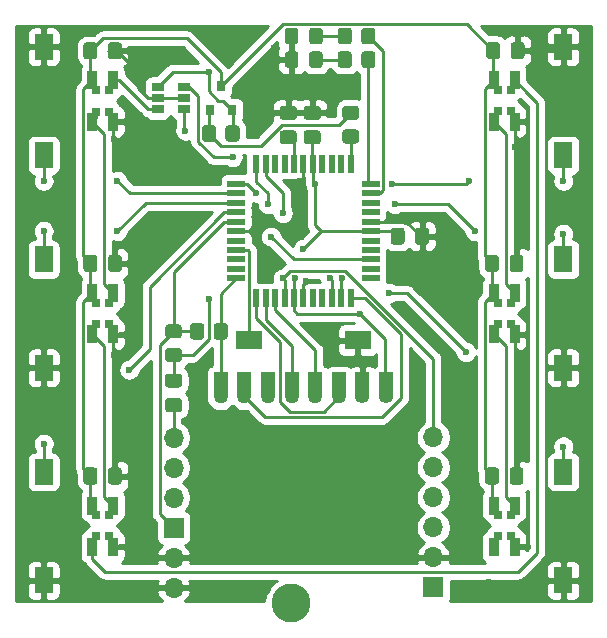
<source format=gbr>
%TF.GenerationSoftware,KiCad,Pcbnew,(5.1.9)-1*%
%TF.CreationDate,2021-04-22T19:07:03+02:00*%
%TF.ProjectId,HB-RC-6-PBU-LED,48422d52-432d-4362-9d50-42552d4c4544,rev?*%
%TF.SameCoordinates,Original*%
%TF.FileFunction,Copper,L1,Top*%
%TF.FilePolarity,Positive*%
%FSLAX46Y46*%
G04 Gerber Fmt 4.6, Leading zero omitted, Abs format (unit mm)*
G04 Created by KiCad (PCBNEW (5.1.9)-1) date 2021-04-22 19:07:03*
%MOMM*%
%LPD*%
G01*
G04 APERTURE LIST*
%TA.AperFunction,SMDPad,CuDef*%
%ADD10R,0.700000X0.700000*%
%TD*%
%TA.AperFunction,SMDPad,CuDef*%
%ADD11R,0.800000X0.900000*%
%TD*%
%TA.AperFunction,SMDPad,CuDef*%
%ADD12R,1.060000X0.650000*%
%TD*%
%TA.AperFunction,SMDPad,CuDef*%
%ADD13R,1.500000X0.550000*%
%TD*%
%TA.AperFunction,SMDPad,CuDef*%
%ADD14R,0.550000X1.500000*%
%TD*%
%TA.AperFunction,SMDPad,CuDef*%
%ADD15R,2.180000X1.600000*%
%TD*%
%TA.AperFunction,ComponentPad*%
%ADD16O,1.270000X1.270000*%
%TD*%
%TA.AperFunction,ComponentPad*%
%ADD17C,1.270000*%
%TD*%
%TA.AperFunction,WasherPad*%
%ADD18C,3.300000*%
%TD*%
%TA.AperFunction,SMDPad,CuDef*%
%ADD19R,1.200000X2.000000*%
%TD*%
%TA.AperFunction,ComponentPad*%
%ADD20O,1.700000X1.700000*%
%TD*%
%TA.AperFunction,ComponentPad*%
%ADD21R,1.700000X1.700000*%
%TD*%
%TA.AperFunction,SMDPad,CuDef*%
%ADD22R,1.600000X2.180000*%
%TD*%
%TA.AperFunction,SMDPad,CuDef*%
%ADD23R,0.850000X1.600000*%
%TD*%
%TA.AperFunction,ViaPad*%
%ADD24C,0.600000*%
%TD*%
%TA.AperFunction,Conductor*%
%ADD25C,0.250000*%
%TD*%
%TA.AperFunction,Conductor*%
%ADD26C,0.254000*%
%TD*%
%TA.AperFunction,Conductor*%
%ADD27C,0.100000*%
%TD*%
G04 APERTURE END LIST*
D10*
%TO.P,D14,3*%
%TO.N,Net-(D13-Pad1)*%
X212550000Y-92035000D03*
%TO.P,D14,4*%
%TO.N,/WS2812B_VCC*%
X211450000Y-92035000D03*
%TO.P,D14,1*%
%TO.N,Net-(D14-Pad1)*%
X211450000Y-93865000D03*
%TO.P,D14,2*%
%TO.N,GND*%
X212550000Y-93865000D03*
%TD*%
%TO.P,D13,3*%
%TO.N,Net-(D12-Pad1)*%
X212550000Y-74085000D03*
%TO.P,D13,4*%
%TO.N,/WS2812B_VCC*%
X211450000Y-74085000D03*
%TO.P,D13,1*%
%TO.N,Net-(D13-Pad1)*%
X211450000Y-75915000D03*
%TO.P,D13,2*%
%TO.N,GND*%
X212550000Y-75915000D03*
%TD*%
%TO.P,D12,3*%
%TO.N,Net-(D11-Pad1)*%
X212550000Y-56035000D03*
%TO.P,D12,4*%
%TO.N,/WS2812B_VCC*%
X211450000Y-56035000D03*
%TO.P,D12,1*%
%TO.N,Net-(D12-Pad1)*%
X211450000Y-57865000D03*
%TO.P,D12,2*%
%TO.N,GND*%
X212550000Y-57865000D03*
%TD*%
%TO.P,D11,3*%
%TO.N,Net-(D10-Pad1)*%
X178550000Y-92035000D03*
%TO.P,D11,4*%
%TO.N,/WS2812B_VCC*%
X177450000Y-92035000D03*
%TO.P,D11,1*%
%TO.N,Net-(D11-Pad1)*%
X177450000Y-93865000D03*
%TO.P,D11,2*%
%TO.N,GND*%
X178550000Y-93865000D03*
%TD*%
%TO.P,D10,3*%
%TO.N,Net-(D10-Pad3)*%
X178550000Y-74085000D03*
%TO.P,D10,4*%
%TO.N,/WS2812B_VCC*%
X177450000Y-74085000D03*
%TO.P,D10,1*%
%TO.N,Net-(D10-Pad1)*%
X177450000Y-75915000D03*
%TO.P,D10,2*%
%TO.N,GND*%
X178550000Y-75915000D03*
%TD*%
%TO.P,D9,3*%
%TO.N,/WS2812B_LED_5V_Lvl*%
X178535000Y-56085000D03*
%TO.P,D9,4*%
%TO.N,/WS2812B_VCC*%
X177435000Y-56085000D03*
%TO.P,D9,1*%
%TO.N,Net-(D10-Pad3)*%
X177435000Y-57915000D03*
%TO.P,D9,2*%
%TO.N,GND*%
X178535000Y-57915000D03*
%TD*%
%TO.P,C10,2*%
%TO.N,GND*%
%TA.AperFunction,SMDPad,CuDef*%
G36*
G01*
X204462500Y-68925000D02*
X204462500Y-67975000D01*
G75*
G02*
X204712500Y-67725000I250000J0D01*
G01*
X205387500Y-67725000D01*
G75*
G02*
X205637500Y-67975000I0J-250000D01*
G01*
X205637500Y-68925000D01*
G75*
G02*
X205387500Y-69175000I-250000J0D01*
G01*
X204712500Y-69175000D01*
G75*
G02*
X204462500Y-68925000I0J250000D01*
G01*
G37*
%TD.AperFunction*%
%TO.P,C10,1*%
%TO.N,+3V3*%
%TA.AperFunction,SMDPad,CuDef*%
G36*
G01*
X202387500Y-68925000D02*
X202387500Y-67975000D01*
G75*
G02*
X202637500Y-67725000I250000J0D01*
G01*
X203312500Y-67725000D01*
G75*
G02*
X203562500Y-67975000I0J-250000D01*
G01*
X203562500Y-68925000D01*
G75*
G02*
X203312500Y-69175000I-250000J0D01*
G01*
X202637500Y-69175000D01*
G75*
G02*
X202387500Y-68925000I0J250000D01*
G01*
G37*
%TD.AperFunction*%
%TD*%
%TO.P,C9,2*%
%TO.N,GND*%
%TA.AperFunction,SMDPad,CuDef*%
G36*
G01*
X196225000Y-58587500D02*
X195275000Y-58587500D01*
G75*
G02*
X195025000Y-58337500I0J250000D01*
G01*
X195025000Y-57662500D01*
G75*
G02*
X195275000Y-57412500I250000J0D01*
G01*
X196225000Y-57412500D01*
G75*
G02*
X196475000Y-57662500I0J-250000D01*
G01*
X196475000Y-58337500D01*
G75*
G02*
X196225000Y-58587500I-250000J0D01*
G01*
G37*
%TD.AperFunction*%
%TO.P,C9,1*%
%TO.N,+3V3*%
%TA.AperFunction,SMDPad,CuDef*%
G36*
G01*
X196225000Y-60662500D02*
X195275000Y-60662500D01*
G75*
G02*
X195025000Y-60412500I0J250000D01*
G01*
X195025000Y-59737500D01*
G75*
G02*
X195275000Y-59487500I250000J0D01*
G01*
X196225000Y-59487500D01*
G75*
G02*
X196475000Y-59737500I0J-250000D01*
G01*
X196475000Y-60412500D01*
G75*
G02*
X196225000Y-60662500I-250000J0D01*
G01*
G37*
%TD.AperFunction*%
%TD*%
D11*
%TO.P,Q1,3*%
%TO.N,/WS2812B_VCC*%
X188000000Y-55750000D03*
%TO.P,Q1,2*%
%TO.N,+5V*%
X188950000Y-57750000D03*
%TO.P,Q1,1*%
%TO.N,Net-(Q1-Pad1)*%
X187050000Y-57750000D03*
%TD*%
D12*
%TO.P,U3,5*%
%TO.N,GND*%
X184850000Y-56750000D03*
%TO.P,U3,6*%
%TO.N,+3V3*%
X184850000Y-55800000D03*
%TO.P,U3,4*%
%TO.N,/WS2812B_LED_3V3_Lvl*%
X184850000Y-57700000D03*
%TO.P,U3,3*%
%TO.N,/WS2812B_LED_5V_Lvl*%
X182650000Y-57700000D03*
%TO.P,U3,2*%
%TO.N,GND*%
X182650000Y-56750000D03*
%TO.P,U3,1*%
%TO.N,+5V*%
X182650000Y-55800000D03*
%TD*%
%TO.P,R6,2*%
%TO.N,+5V*%
%TA.AperFunction,SMDPad,CuDef*%
G36*
G01*
X188400000Y-60200001D02*
X188400000Y-59299999D01*
G75*
G02*
X188649999Y-59050000I249999J0D01*
G01*
X189350001Y-59050000D01*
G75*
G02*
X189600000Y-59299999I0J-249999D01*
G01*
X189600000Y-60200001D01*
G75*
G02*
X189350001Y-60450000I-249999J0D01*
G01*
X188649999Y-60450000D01*
G75*
G02*
X188400000Y-60200001I0J249999D01*
G01*
G37*
%TD.AperFunction*%
%TO.P,R6,1*%
%TO.N,Net-(Q1-Pad1)*%
%TA.AperFunction,SMDPad,CuDef*%
G36*
G01*
X186400000Y-60200001D02*
X186400000Y-59299999D01*
G75*
G02*
X186649999Y-59050000I249999J0D01*
G01*
X187350001Y-59050000D01*
G75*
G02*
X187600000Y-59299999I0J-249999D01*
G01*
X187600000Y-60200001D01*
G75*
G02*
X187350001Y-60450000I-249999J0D01*
G01*
X186649999Y-60450000D01*
G75*
G02*
X186400000Y-60200001I0J249999D01*
G01*
G37*
%TD.AperFunction*%
%TD*%
%TO.P,R5,2*%
%TO.N,/WS2812B_IO*%
%TA.AperFunction,SMDPad,CuDef*%
G36*
G01*
X198549999Y-59400000D02*
X199450001Y-59400000D01*
G75*
G02*
X199700000Y-59649999I0J-249999D01*
G01*
X199700000Y-60350001D01*
G75*
G02*
X199450001Y-60600000I-249999J0D01*
G01*
X198549999Y-60600000D01*
G75*
G02*
X198300000Y-60350001I0J249999D01*
G01*
X198300000Y-59649999D01*
G75*
G02*
X198549999Y-59400000I249999J0D01*
G01*
G37*
%TD.AperFunction*%
%TO.P,R5,1*%
%TO.N,Net-(Q1-Pad1)*%
%TA.AperFunction,SMDPad,CuDef*%
G36*
G01*
X198549999Y-57400000D02*
X199450001Y-57400000D01*
G75*
G02*
X199700000Y-57649999I0J-249999D01*
G01*
X199700000Y-58350001D01*
G75*
G02*
X199450001Y-58600000I-249999J0D01*
G01*
X198549999Y-58600000D01*
G75*
G02*
X198300000Y-58350001I0J249999D01*
G01*
X198300000Y-57649999D01*
G75*
G02*
X198549999Y-57400000I249999J0D01*
G01*
G37*
%TD.AperFunction*%
%TD*%
D13*
%TO.P,U1,44*%
%TO.N,/CC_CSN*%
X189300000Y-72010000D03*
%TO.P,U1,43*%
%TO.N,Net-(U1-Pad43)*%
X189300000Y-71210000D03*
%TO.P,U1,42*%
%TO.N,Net-(U1-Pad42)*%
X189300000Y-70410000D03*
%TO.P,U1,41*%
%TO.N,Net-(SW1-Pad2)*%
X189300000Y-69610000D03*
%TO.P,U1,40*%
%TO.N,Net-(U1-Pad40)*%
X189300000Y-68810000D03*
%TO.P,U1,39*%
%TO.N,GND*%
X189300000Y-68010000D03*
%TO.P,U1,38*%
%TO.N,+3V3*%
X189300000Y-67210000D03*
%TO.P,U1,37*%
%TO.N,/BTN3*%
X189300000Y-66410000D03*
%TO.P,U1,36*%
%TO.N,/BTN2*%
X189300000Y-65610000D03*
%TO.P,U1,35*%
%TO.N,/BTN1*%
X189300000Y-64810000D03*
%TO.P,U1,34*%
%TO.N,/BTN4*%
X189300000Y-64010000D03*
D14*
%TO.P,U1,33*%
%TO.N,/BTN5*%
X191000000Y-62310000D03*
%TO.P,U1,32*%
%TO.N,/BTN6*%
X191800000Y-62310000D03*
%TO.P,U1,31*%
%TO.N,Net-(U1-Pad31)*%
X192600000Y-62310000D03*
%TO.P,U1,30*%
%TO.N,Net-(U1-Pad30)*%
X193400000Y-62310000D03*
%TO.P,U1,29*%
%TO.N,Net-(C2-Pad1)*%
X194200000Y-62310000D03*
%TO.P,U1,28*%
%TO.N,GND*%
X195000000Y-62310000D03*
%TO.P,U1,27*%
%TO.N,+3V3*%
X195800000Y-62310000D03*
%TO.P,U1,26*%
%TO.N,Net-(U1-Pad26)*%
X196600000Y-62310000D03*
%TO.P,U1,25*%
%TO.N,Net-(U1-Pad25)*%
X197400000Y-62310000D03*
%TO.P,U1,24*%
%TO.N,Net-(U1-Pad24)*%
X198200000Y-62310000D03*
%TO.P,U1,23*%
%TO.N,/WS2812B_IO*%
X199000000Y-62310000D03*
D13*
%TO.P,U1,22*%
%TO.N,Net-(R1-Pad1)*%
X200700000Y-64010000D03*
%TO.P,U1,21*%
%TO.N,Net-(R2-Pad1)*%
X200700000Y-64810000D03*
%TO.P,U1,20*%
%TO.N,Net-(U1-Pad20)*%
X200700000Y-65610000D03*
%TO.P,U1,19*%
%TO.N,Net-(U1-Pad19)*%
X200700000Y-66410000D03*
%TO.P,U1,18*%
%TO.N,GND*%
X200700000Y-67210000D03*
%TO.P,U1,17*%
%TO.N,+3V3*%
X200700000Y-68010000D03*
%TO.P,U1,16*%
%TO.N,Net-(U1-Pad16)*%
X200700000Y-68810000D03*
%TO.P,U1,15*%
%TO.N,Net-(U1-Pad15)*%
X200700000Y-69610000D03*
%TO.P,U1,14*%
%TO.N,/WS2812B_LED_3V3_Lvl*%
X200700000Y-70410000D03*
%TO.P,U1,13*%
%TO.N,Net-(U1-Pad13)*%
X200700000Y-71210000D03*
%TO.P,U1,12*%
%TO.N,Net-(U1-Pad12)*%
X200700000Y-72010000D03*
D14*
%TO.P,U1,11*%
%TO.N,/GDO0*%
X199000000Y-73710000D03*
%TO.P,U1,10*%
%TO.N,/RX*%
X198200000Y-73710000D03*
%TO.P,U1,9*%
%TO.N,/TX*%
X197400000Y-73710000D03*
%TO.P,U1,8*%
%TO.N,Net-(U1-Pad8)*%
X196600000Y-73710000D03*
%TO.P,U1,7*%
%TO.N,Net-(U1-Pad7)*%
X195800000Y-73710000D03*
%TO.P,U1,6*%
%TO.N,GND*%
X195000000Y-73710000D03*
%TO.P,U1,5*%
%TO.N,+3V3*%
X194200000Y-73710000D03*
%TO.P,U1,4*%
%TO.N,/RESET*%
X193400000Y-73710000D03*
%TO.P,U1,3*%
%TO.N,/SCK*%
X192600000Y-73710000D03*
%TO.P,U1,2*%
%TO.N,/MISO*%
X191800000Y-73710000D03*
%TO.P,U1,1*%
%TO.N,/MOSI*%
X191000000Y-73710000D03*
%TD*%
D15*
%TO.P,SW1,2*%
%TO.N,Net-(SW1-Pad2)*%
X190410000Y-77250000D03*
%TO.P,SW1,1*%
%TO.N,GND*%
X199590000Y-77250000D03*
%TD*%
%TO.P,D2,2*%
%TO.N,Net-(D2-Pad2)*%
%TA.AperFunction,SMDPad,CuDef*%
G36*
G01*
X195475000Y-51950001D02*
X195475000Y-51049999D01*
G75*
G02*
X195724999Y-50800000I249999J0D01*
G01*
X196375001Y-50800000D01*
G75*
G02*
X196625000Y-51049999I0J-249999D01*
G01*
X196625000Y-51950001D01*
G75*
G02*
X196375001Y-52200000I-249999J0D01*
G01*
X195724999Y-52200000D01*
G75*
G02*
X195475000Y-51950001I0J249999D01*
G01*
G37*
%TD.AperFunction*%
%TO.P,D2,1*%
%TO.N,GND*%
%TA.AperFunction,SMDPad,CuDef*%
G36*
G01*
X193425000Y-51950001D02*
X193425000Y-51049999D01*
G75*
G02*
X193674999Y-50800000I249999J0D01*
G01*
X194325001Y-50800000D01*
G75*
G02*
X194575000Y-51049999I0J-249999D01*
G01*
X194575000Y-51950001D01*
G75*
G02*
X194325001Y-52200000I-249999J0D01*
G01*
X193674999Y-52200000D01*
G75*
G02*
X193425000Y-51950001I0J249999D01*
G01*
G37*
%TD.AperFunction*%
%TD*%
%TO.P,D1,2*%
%TO.N,Net-(D1-Pad2)*%
%TA.AperFunction,SMDPad,CuDef*%
G36*
G01*
X195475000Y-53950001D02*
X195475000Y-53049999D01*
G75*
G02*
X195724999Y-52800000I249999J0D01*
G01*
X196375001Y-52800000D01*
G75*
G02*
X196625000Y-53049999I0J-249999D01*
G01*
X196625000Y-53950001D01*
G75*
G02*
X196375001Y-54200000I-249999J0D01*
G01*
X195724999Y-54200000D01*
G75*
G02*
X195475000Y-53950001I0J249999D01*
G01*
G37*
%TD.AperFunction*%
%TO.P,D1,1*%
%TO.N,GND*%
%TA.AperFunction,SMDPad,CuDef*%
G36*
G01*
X193425000Y-53950001D02*
X193425000Y-53049999D01*
G75*
G02*
X193674999Y-52800000I249999J0D01*
G01*
X194325001Y-52800000D01*
G75*
G02*
X194575000Y-53049999I0J-249999D01*
G01*
X194575000Y-53950001D01*
G75*
G02*
X194325001Y-54200000I-249999J0D01*
G01*
X193674999Y-54200000D01*
G75*
G02*
X193425000Y-53950001I0J249999D01*
G01*
G37*
%TD.AperFunction*%
%TD*%
D16*
%TO.P,IC1,1*%
%TO.N,+3V3*%
X202000000Y-82000000D03*
%TO.P,IC1,2*%
%TO.N,GND*%
X200000000Y-82000000D03*
D17*
%TO.P,IC1,3*%
%TO.N,/MOSI*%
X198000000Y-82000000D03*
%TO.P,IC1,4*%
%TO.N,/SCK*%
X196000000Y-82000000D03*
%TO.P,IC1,5*%
%TO.N,/MISO*%
X194000000Y-82000000D03*
%TO.P,IC1,6*%
%TO.N,Net-(IC1-Pad6)*%
X192000000Y-82000000D03*
%TO.P,IC1,7*%
%TO.N,/GDO0*%
X190000000Y-82000000D03*
%TO.P,IC1,8*%
%TO.N,/CC_CSN*%
X188000000Y-82000000D03*
D18*
%TO.P,IC1,*%
%TO.N,*%
X193984000Y-99526000D03*
D19*
%TO.P,IC1,1*%
%TO.N,+3V3*%
X202000000Y-81000000D03*
%TO.P,IC1,2*%
%TO.N,GND*%
X200000000Y-81000000D03*
%TO.P,IC1,3*%
%TO.N,/MOSI*%
X198000000Y-81000000D03*
%TO.P,IC1,4*%
%TO.N,/SCK*%
X196000000Y-81000000D03*
%TO.P,IC1,5*%
%TO.N,/MISO*%
X194000000Y-81000000D03*
%TO.P,IC1,6*%
%TO.N,Net-(IC1-Pad6)*%
X192000000Y-81000000D03*
%TO.P,IC1,7*%
%TO.N,/GDO0*%
X190000000Y-81000000D03*
%TO.P,IC1,8*%
%TO.N,/CC_CSN*%
X188000000Y-81000000D03*
%TD*%
D20*
%TO.P,J2,6*%
%TO.N,/RESET*%
X206000000Y-85480000D03*
%TO.P,J2,5*%
%TO.N,/MISO*%
X206000000Y-88020000D03*
%TO.P,J2,4*%
%TO.N,/SCK*%
X206000000Y-90560000D03*
%TO.P,J2,3*%
%TO.N,/MOSI*%
X206000000Y-93100000D03*
%TO.P,J2,2*%
%TO.N,GND*%
X206000000Y-95640000D03*
D21*
%TO.P,J2,1*%
%TO.N,+3V3*%
X206000000Y-98180000D03*
%TD*%
D20*
%TO.P,J3,6*%
%TO.N,GND*%
X184000000Y-98200000D03*
%TO.P,J3,5*%
X184000000Y-95660000D03*
D21*
%TO.P,J3,4*%
%TO.N,+3V3*%
X184000000Y-93120000D03*
D20*
%TO.P,J3,3*%
%TO.N,/RX*%
X184000000Y-90580000D03*
%TO.P,J3,2*%
%TO.N,/TX*%
X184000000Y-88040000D03*
%TO.P,J3,1*%
%TO.N,/DTR*%
X184000000Y-85500000D03*
%TD*%
%TO.P,C8,2*%
%TO.N,/WS2812B_VCC*%
%TA.AperFunction,SMDPad,CuDef*%
G36*
G01*
X177550000Y-52275000D02*
X177550000Y-53225000D01*
G75*
G02*
X177300000Y-53475000I-250000J0D01*
G01*
X176625000Y-53475000D01*
G75*
G02*
X176375000Y-53225000I0J250000D01*
G01*
X176375000Y-52275000D01*
G75*
G02*
X176625000Y-52025000I250000J0D01*
G01*
X177300000Y-52025000D01*
G75*
G02*
X177550000Y-52275000I0J-250000D01*
G01*
G37*
%TD.AperFunction*%
%TO.P,C8,1*%
%TO.N,GND*%
%TA.AperFunction,SMDPad,CuDef*%
G36*
G01*
X179625000Y-52275000D02*
X179625000Y-53225000D01*
G75*
G02*
X179375000Y-53475000I-250000J0D01*
G01*
X178700000Y-53475000D01*
G75*
G02*
X178450000Y-53225000I0J250000D01*
G01*
X178450000Y-52275000D01*
G75*
G02*
X178700000Y-52025000I250000J0D01*
G01*
X179375000Y-52025000D01*
G75*
G02*
X179625000Y-52275000I0J-250000D01*
G01*
G37*
%TD.AperFunction*%
%TD*%
%TO.P,C7,2*%
%TO.N,/WS2812B_VCC*%
%TA.AperFunction,SMDPad,CuDef*%
G36*
G01*
X211550000Y-88275000D02*
X211550000Y-89225000D01*
G75*
G02*
X211300000Y-89475000I-250000J0D01*
G01*
X210625000Y-89475000D01*
G75*
G02*
X210375000Y-89225000I0J250000D01*
G01*
X210375000Y-88275000D01*
G75*
G02*
X210625000Y-88025000I250000J0D01*
G01*
X211300000Y-88025000D01*
G75*
G02*
X211550000Y-88275000I0J-250000D01*
G01*
G37*
%TD.AperFunction*%
%TO.P,C7,1*%
%TO.N,GND*%
%TA.AperFunction,SMDPad,CuDef*%
G36*
G01*
X213625000Y-88275000D02*
X213625000Y-89225000D01*
G75*
G02*
X213375000Y-89475000I-250000J0D01*
G01*
X212700000Y-89475000D01*
G75*
G02*
X212450000Y-89225000I0J250000D01*
G01*
X212450000Y-88275000D01*
G75*
G02*
X212700000Y-88025000I250000J0D01*
G01*
X213375000Y-88025000D01*
G75*
G02*
X213625000Y-88275000I0J-250000D01*
G01*
G37*
%TD.AperFunction*%
%TD*%
%TO.P,C6,2*%
%TO.N,/WS2812B_VCC*%
%TA.AperFunction,SMDPad,CuDef*%
G36*
G01*
X211550000Y-70275000D02*
X211550000Y-71225000D01*
G75*
G02*
X211300000Y-71475000I-250000J0D01*
G01*
X210625000Y-71475000D01*
G75*
G02*
X210375000Y-71225000I0J250000D01*
G01*
X210375000Y-70275000D01*
G75*
G02*
X210625000Y-70025000I250000J0D01*
G01*
X211300000Y-70025000D01*
G75*
G02*
X211550000Y-70275000I0J-250000D01*
G01*
G37*
%TD.AperFunction*%
%TO.P,C6,1*%
%TO.N,GND*%
%TA.AperFunction,SMDPad,CuDef*%
G36*
G01*
X213625000Y-70275000D02*
X213625000Y-71225000D01*
G75*
G02*
X213375000Y-71475000I-250000J0D01*
G01*
X212700000Y-71475000D01*
G75*
G02*
X212450000Y-71225000I0J250000D01*
G01*
X212450000Y-70275000D01*
G75*
G02*
X212700000Y-70025000I250000J0D01*
G01*
X213375000Y-70025000D01*
G75*
G02*
X213625000Y-70275000I0J-250000D01*
G01*
G37*
%TD.AperFunction*%
%TD*%
%TO.P,C5,2*%
%TO.N,/WS2812B_VCC*%
%TA.AperFunction,SMDPad,CuDef*%
G36*
G01*
X211650000Y-52255000D02*
X211650000Y-53205000D01*
G75*
G02*
X211400000Y-53455000I-250000J0D01*
G01*
X210725000Y-53455000D01*
G75*
G02*
X210475000Y-53205000I0J250000D01*
G01*
X210475000Y-52255000D01*
G75*
G02*
X210725000Y-52005000I250000J0D01*
G01*
X211400000Y-52005000D01*
G75*
G02*
X211650000Y-52255000I0J-250000D01*
G01*
G37*
%TD.AperFunction*%
%TO.P,C5,1*%
%TO.N,GND*%
%TA.AperFunction,SMDPad,CuDef*%
G36*
G01*
X213725000Y-52255000D02*
X213725000Y-53205000D01*
G75*
G02*
X213475000Y-53455000I-250000J0D01*
G01*
X212800000Y-53455000D01*
G75*
G02*
X212550000Y-53205000I0J250000D01*
G01*
X212550000Y-52255000D01*
G75*
G02*
X212800000Y-52005000I250000J0D01*
G01*
X213475000Y-52005000D01*
G75*
G02*
X213725000Y-52255000I0J-250000D01*
G01*
G37*
%TD.AperFunction*%
%TD*%
%TO.P,C4,2*%
%TO.N,/WS2812B_VCC*%
%TA.AperFunction,SMDPad,CuDef*%
G36*
G01*
X177550000Y-88275000D02*
X177550000Y-89225000D01*
G75*
G02*
X177300000Y-89475000I-250000J0D01*
G01*
X176625000Y-89475000D01*
G75*
G02*
X176375000Y-89225000I0J250000D01*
G01*
X176375000Y-88275000D01*
G75*
G02*
X176625000Y-88025000I250000J0D01*
G01*
X177300000Y-88025000D01*
G75*
G02*
X177550000Y-88275000I0J-250000D01*
G01*
G37*
%TD.AperFunction*%
%TO.P,C4,1*%
%TO.N,GND*%
%TA.AperFunction,SMDPad,CuDef*%
G36*
G01*
X179625000Y-88275000D02*
X179625000Y-89225000D01*
G75*
G02*
X179375000Y-89475000I-250000J0D01*
G01*
X178700000Y-89475000D01*
G75*
G02*
X178450000Y-89225000I0J250000D01*
G01*
X178450000Y-88275000D01*
G75*
G02*
X178700000Y-88025000I250000J0D01*
G01*
X179375000Y-88025000D01*
G75*
G02*
X179625000Y-88275000I0J-250000D01*
G01*
G37*
%TD.AperFunction*%
%TD*%
%TO.P,C3,2*%
%TO.N,/WS2812B_VCC*%
%TA.AperFunction,SMDPad,CuDef*%
G36*
G01*
X177550000Y-70275000D02*
X177550000Y-71225000D01*
G75*
G02*
X177300000Y-71475000I-250000J0D01*
G01*
X176625000Y-71475000D01*
G75*
G02*
X176375000Y-71225000I0J250000D01*
G01*
X176375000Y-70275000D01*
G75*
G02*
X176625000Y-70025000I250000J0D01*
G01*
X177300000Y-70025000D01*
G75*
G02*
X177550000Y-70275000I0J-250000D01*
G01*
G37*
%TD.AperFunction*%
%TO.P,C3,1*%
%TO.N,GND*%
%TA.AperFunction,SMDPad,CuDef*%
G36*
G01*
X179625000Y-70275000D02*
X179625000Y-71225000D01*
G75*
G02*
X179375000Y-71475000I-250000J0D01*
G01*
X178700000Y-71475000D01*
G75*
G02*
X178450000Y-71225000I0J250000D01*
G01*
X178450000Y-70275000D01*
G75*
G02*
X178700000Y-70025000I250000J0D01*
G01*
X179375000Y-70025000D01*
G75*
G02*
X179625000Y-70275000I0J-250000D01*
G01*
G37*
%TD.AperFunction*%
%TD*%
D22*
%TO.P,SW7,2*%
%TO.N,/BTN6*%
X217000000Y-88410000D03*
%TO.P,SW7,1*%
%TO.N,GND*%
X217000000Y-97590000D03*
%TD*%
%TO.P,SW6,2*%
%TO.N,/BTN5*%
X217000000Y-70410000D03*
%TO.P,SW6,1*%
%TO.N,GND*%
X217000000Y-79590000D03*
%TD*%
%TO.P,SW5,2*%
%TO.N,/BTN4*%
X217000000Y-61590000D03*
%TO.P,SW5,1*%
%TO.N,GND*%
X217000000Y-52410000D03*
%TD*%
%TO.P,SW4,2*%
%TO.N,/BTN3*%
X173000000Y-88410000D03*
%TO.P,SW4,1*%
%TO.N,GND*%
X173000000Y-97590000D03*
%TD*%
%TO.P,SW3,2*%
%TO.N,/BTN2*%
X173000000Y-70410000D03*
%TO.P,SW3,1*%
%TO.N,GND*%
X173000000Y-79590000D03*
%TD*%
%TO.P,SW2,2*%
%TO.N,/BTN1*%
X173000000Y-61590000D03*
%TO.P,SW2,1*%
%TO.N,GND*%
X173000000Y-52410000D03*
%TD*%
%TO.P,R4,2*%
%TO.N,/CC_CSN*%
%TA.AperFunction,SMDPad,CuDef*%
G36*
G01*
X187400000Y-76950001D02*
X187400000Y-76049999D01*
G75*
G02*
X187649999Y-75800000I249999J0D01*
G01*
X188350001Y-75800000D01*
G75*
G02*
X188600000Y-76049999I0J-249999D01*
G01*
X188600000Y-76950001D01*
G75*
G02*
X188350001Y-77200000I-249999J0D01*
G01*
X187649999Y-77200000D01*
G75*
G02*
X187400000Y-76950001I0J249999D01*
G01*
G37*
%TD.AperFunction*%
%TO.P,R4,1*%
%TO.N,+3V3*%
%TA.AperFunction,SMDPad,CuDef*%
G36*
G01*
X185400000Y-76950001D02*
X185400000Y-76049999D01*
G75*
G02*
X185649999Y-75800000I249999J0D01*
G01*
X186350001Y-75800000D01*
G75*
G02*
X186600000Y-76049999I0J-249999D01*
G01*
X186600000Y-76950001D01*
G75*
G02*
X186350001Y-77200000I-249999J0D01*
G01*
X185649999Y-77200000D01*
G75*
G02*
X185400000Y-76950001I0J249999D01*
G01*
G37*
%TD.AperFunction*%
%TD*%
%TO.P,R3,2*%
%TO.N,/RESET*%
%TA.AperFunction,SMDPad,CuDef*%
G36*
G01*
X183549999Y-77900000D02*
X184450001Y-77900000D01*
G75*
G02*
X184700000Y-78149999I0J-249999D01*
G01*
X184700000Y-78850001D01*
G75*
G02*
X184450001Y-79100000I-249999J0D01*
G01*
X183549999Y-79100000D01*
G75*
G02*
X183300000Y-78850001I0J249999D01*
G01*
X183300000Y-78149999D01*
G75*
G02*
X183549999Y-77900000I249999J0D01*
G01*
G37*
%TD.AperFunction*%
%TO.P,R3,1*%
%TO.N,+3V3*%
%TA.AperFunction,SMDPad,CuDef*%
G36*
G01*
X183549999Y-75900000D02*
X184450001Y-75900000D01*
G75*
G02*
X184700000Y-76149999I0J-249999D01*
G01*
X184700000Y-76850001D01*
G75*
G02*
X184450001Y-77100000I-249999J0D01*
G01*
X183549999Y-77100000D01*
G75*
G02*
X183300000Y-76850001I0J249999D01*
G01*
X183300000Y-76149999D01*
G75*
G02*
X183549999Y-75900000I249999J0D01*
G01*
G37*
%TD.AperFunction*%
%TD*%
%TO.P,R2,2*%
%TO.N,Net-(D2-Pad2)*%
%TA.AperFunction,SMDPad,CuDef*%
G36*
G01*
X199100000Y-51049999D02*
X199100000Y-51950001D01*
G75*
G02*
X198850001Y-52200000I-249999J0D01*
G01*
X198149999Y-52200000D01*
G75*
G02*
X197900000Y-51950001I0J249999D01*
G01*
X197900000Y-51049999D01*
G75*
G02*
X198149999Y-50800000I249999J0D01*
G01*
X198850001Y-50800000D01*
G75*
G02*
X199100000Y-51049999I0J-249999D01*
G01*
G37*
%TD.AperFunction*%
%TO.P,R2,1*%
%TO.N,Net-(R2-Pad1)*%
%TA.AperFunction,SMDPad,CuDef*%
G36*
G01*
X201100000Y-51049999D02*
X201100000Y-51950001D01*
G75*
G02*
X200850001Y-52200000I-249999J0D01*
G01*
X200149999Y-52200000D01*
G75*
G02*
X199900000Y-51950001I0J249999D01*
G01*
X199900000Y-51049999D01*
G75*
G02*
X200149999Y-50800000I249999J0D01*
G01*
X200850001Y-50800000D01*
G75*
G02*
X201100000Y-51049999I0J-249999D01*
G01*
G37*
%TD.AperFunction*%
%TD*%
%TO.P,R1,2*%
%TO.N,Net-(D1-Pad2)*%
%TA.AperFunction,SMDPad,CuDef*%
G36*
G01*
X199100000Y-53049999D02*
X199100000Y-53950001D01*
G75*
G02*
X198850001Y-54200000I-249999J0D01*
G01*
X198149999Y-54200000D01*
G75*
G02*
X197900000Y-53950001I0J249999D01*
G01*
X197900000Y-53049999D01*
G75*
G02*
X198149999Y-52800000I249999J0D01*
G01*
X198850001Y-52800000D01*
G75*
G02*
X199100000Y-53049999I0J-249999D01*
G01*
G37*
%TD.AperFunction*%
%TO.P,R1,1*%
%TO.N,Net-(R1-Pad1)*%
%TA.AperFunction,SMDPad,CuDef*%
G36*
G01*
X201100000Y-53049999D02*
X201100000Y-53950001D01*
G75*
G02*
X200850001Y-54200000I-249999J0D01*
G01*
X200149999Y-54200000D01*
G75*
G02*
X199900000Y-53950001I0J249999D01*
G01*
X199900000Y-53049999D01*
G75*
G02*
X200149999Y-52800000I249999J0D01*
G01*
X200850001Y-52800000D01*
G75*
G02*
X201100000Y-53049999I0J-249999D01*
G01*
G37*
%TD.AperFunction*%
%TD*%
D23*
%TO.P,D8,1*%
%TO.N,Net-(D8-Pad1)*%
X211125000Y-94750000D03*
%TO.P,D8,2*%
%TO.N,GND*%
X212875000Y-94750000D03*
%TO.P,D8,4*%
%TO.N,/WS2812B_VCC*%
X211125000Y-91250000D03*
%TO.P,D8,3*%
%TO.N,Net-(D13-Pad1)*%
X212875000Y-91250000D03*
%TD*%
%TO.P,D5,1*%
%TO.N,Net-(D11-Pad1)*%
X177125000Y-94750000D03*
%TO.P,D5,2*%
%TO.N,GND*%
X178875000Y-94750000D03*
%TO.P,D5,4*%
%TO.N,/WS2812B_VCC*%
X177125000Y-91250000D03*
%TO.P,D5,3*%
%TO.N,Net-(D10-Pad1)*%
X178875000Y-91250000D03*
%TD*%
%TO.P,D7,1*%
%TO.N,Net-(D13-Pad1)*%
X211125000Y-76750000D03*
%TO.P,D7,2*%
%TO.N,GND*%
X212875000Y-76750000D03*
%TO.P,D7,4*%
%TO.N,/WS2812B_VCC*%
X211125000Y-73250000D03*
%TO.P,D7,3*%
%TO.N,Net-(D12-Pad1)*%
X212875000Y-73250000D03*
%TD*%
%TO.P,D4,1*%
%TO.N,Net-(D10-Pad1)*%
X177125000Y-76750000D03*
%TO.P,D4,2*%
%TO.N,GND*%
X178875000Y-76750000D03*
%TO.P,D4,4*%
%TO.N,/WS2812B_VCC*%
X177125000Y-73250000D03*
%TO.P,D4,3*%
%TO.N,Net-(D10-Pad3)*%
X178875000Y-73250000D03*
%TD*%
%TO.P,D6,1*%
%TO.N,Net-(D12-Pad1)*%
X211125000Y-58750000D03*
%TO.P,D6,2*%
%TO.N,GND*%
X212875000Y-58750000D03*
%TO.P,D6,4*%
%TO.N,/WS2812B_VCC*%
X211125000Y-55250000D03*
%TO.P,D6,3*%
%TO.N,Net-(D11-Pad1)*%
X212875000Y-55250000D03*
%TD*%
%TO.P,D3,1*%
%TO.N,Net-(D10-Pad3)*%
X177125000Y-58750000D03*
%TO.P,D3,2*%
%TO.N,GND*%
X178875000Y-58750000D03*
%TO.P,D3,4*%
%TO.N,/WS2812B_VCC*%
X177125000Y-55250000D03*
%TO.P,D3,3*%
%TO.N,/WS2812B_LED_5V_Lvl*%
X178875000Y-55250000D03*
%TD*%
%TO.P,C2,2*%
%TO.N,GND*%
%TA.AperFunction,SMDPad,CuDef*%
G36*
G01*
X194185000Y-58592500D02*
X193235000Y-58592500D01*
G75*
G02*
X192985000Y-58342500I0J250000D01*
G01*
X192985000Y-57667500D01*
G75*
G02*
X193235000Y-57417500I250000J0D01*
G01*
X194185000Y-57417500D01*
G75*
G02*
X194435000Y-57667500I0J-250000D01*
G01*
X194435000Y-58342500D01*
G75*
G02*
X194185000Y-58592500I-250000J0D01*
G01*
G37*
%TD.AperFunction*%
%TO.P,C2,1*%
%TO.N,Net-(C2-Pad1)*%
%TA.AperFunction,SMDPad,CuDef*%
G36*
G01*
X194185000Y-60667500D02*
X193235000Y-60667500D01*
G75*
G02*
X192985000Y-60417500I0J250000D01*
G01*
X192985000Y-59742500D01*
G75*
G02*
X193235000Y-59492500I250000J0D01*
G01*
X194185000Y-59492500D01*
G75*
G02*
X194435000Y-59742500I0J-250000D01*
G01*
X194435000Y-60417500D01*
G75*
G02*
X194185000Y-60667500I-250000J0D01*
G01*
G37*
%TD.AperFunction*%
%TD*%
%TO.P,C1,2*%
%TO.N,/RESET*%
%TA.AperFunction,SMDPad,CuDef*%
G36*
G01*
X184475000Y-81262500D02*
X183525000Y-81262500D01*
G75*
G02*
X183275000Y-81012500I0J250000D01*
G01*
X183275000Y-80337500D01*
G75*
G02*
X183525000Y-80087500I250000J0D01*
G01*
X184475000Y-80087500D01*
G75*
G02*
X184725000Y-80337500I0J-250000D01*
G01*
X184725000Y-81012500D01*
G75*
G02*
X184475000Y-81262500I-250000J0D01*
G01*
G37*
%TD.AperFunction*%
%TO.P,C1,1*%
%TO.N,/DTR*%
%TA.AperFunction,SMDPad,CuDef*%
G36*
G01*
X184475000Y-83337500D02*
X183525000Y-83337500D01*
G75*
G02*
X183275000Y-83087500I0J250000D01*
G01*
X183275000Y-82412500D01*
G75*
G02*
X183525000Y-82162500I250000J0D01*
G01*
X184475000Y-82162500D01*
G75*
G02*
X184725000Y-82412500I0J-250000D01*
G01*
X184725000Y-83087500D01*
G75*
G02*
X184475000Y-83337500I-250000J0D01*
G01*
G37*
%TD.AperFunction*%
%TD*%
D24*
%TO.N,GND*%
X194750000Y-63750000D03*
X179000000Y-78500000D03*
X190750000Y-68000000D03*
X195250000Y-72250000D03*
X199750000Y-79000000D03*
X203750000Y-67250000D03*
X181000000Y-54500000D03*
X192500000Y-52500000D03*
X192500000Y-56000000D03*
X212875000Y-60875000D03*
X179000000Y-60250000D03*
X181000000Y-60250000D03*
X183000000Y-60250000D03*
X181000000Y-62000000D03*
X183000000Y-62000000D03*
X181000000Y-68750000D03*
X183500000Y-68750000D03*
X181000000Y-70750000D03*
X213750000Y-62500000D03*
X213750000Y-66000000D03*
X213750000Y-79250000D03*
X213750000Y-85250000D03*
X214000000Y-94750000D03*
X210750000Y-97750000D03*
X217000000Y-82000000D03*
X214750000Y-52750000D03*
X214000000Y-97750000D03*
X194750000Y-56000000D03*
X197000000Y-56000000D03*
X199250000Y-56000000D03*
X183500000Y-66750000D03*
X186000000Y-66750000D03*
%TO.N,+3V3*%
X196000000Y-64000000D03*
X195000000Y-69500000D03*
X194250000Y-72000000D03*
X199750000Y-75000000D03*
X189000000Y-61750000D03*
%TO.N,/RESET*%
X193250000Y-72000000D03*
X187000000Y-73750000D03*
%TO.N,+5V*%
X187000000Y-54500000D03*
%TO.N,/RX*%
X198250000Y-72000000D03*
%TO.N,/TX*%
X197250000Y-72000000D03*
%TO.N,/WS2812B_LED_3V3_Lvl*%
X185000000Y-59500000D03*
X192250000Y-68500000D03*
%TO.N,/BTN1*%
X173000000Y-63750000D03*
X179250000Y-63750000D03*
%TO.N,/BTN2*%
X173000000Y-68000000D03*
X179250000Y-68000000D03*
%TO.N,/BTN3*%
X173000000Y-86000000D03*
X180250000Y-79750000D03*
%TO.N,/BTN4*%
X217000000Y-63750000D03*
X209000000Y-63750000D03*
X202500000Y-64000000D03*
X191000000Y-64750000D03*
%TO.N,/BTN5*%
X217000000Y-68250000D03*
X202750000Y-65750000D03*
X192000000Y-65750000D03*
X209500000Y-68000000D03*
%TO.N,/BTN6*%
X217000000Y-86250000D03*
X208750000Y-78250000D03*
X193250000Y-66500000D03*
X202250000Y-73250000D03*
%TD*%
D25*
%TO.N,GND*%
X203710000Y-67210000D02*
X200700000Y-67210000D01*
X205000000Y-68500000D02*
X203710000Y-67210000D01*
X179250000Y-52750000D02*
X181000000Y-54500000D01*
X179037500Y-52750000D02*
X179250000Y-52750000D01*
X181000000Y-55880000D02*
X181000000Y-54500000D01*
X181870000Y-56750000D02*
X181000000Y-55880000D01*
X182650000Y-56750000D02*
X181870000Y-56750000D01*
X184850000Y-56750000D02*
X182650000Y-56750000D01*
X178875000Y-78375000D02*
X179000000Y-78500000D01*
X178875000Y-76750000D02*
X178875000Y-78375000D01*
X195000000Y-63500000D02*
X194750000Y-63750000D01*
X195000000Y-62310000D02*
X195000000Y-63500000D01*
X190740000Y-68010000D02*
X190750000Y-68000000D01*
X189300000Y-68010000D02*
X190740000Y-68010000D01*
X199590000Y-78840000D02*
X199750000Y-79000000D01*
X199590000Y-77250000D02*
X199590000Y-78840000D01*
X200000000Y-79250000D02*
X199750000Y-79000000D01*
X200000000Y-81000000D02*
X200000000Y-79250000D01*
X216680000Y-52730000D02*
X217000000Y-52410000D01*
X213137500Y-52730000D02*
X216680000Y-52730000D01*
X212875000Y-70587500D02*
X213037500Y-70750000D01*
X212875000Y-58750000D02*
X212875000Y-60875000D01*
X195000000Y-72500000D02*
X195250000Y-72250000D01*
X195000000Y-73710000D02*
X195000000Y-72500000D01*
X179037500Y-52750000D02*
X178450000Y-52750000D01*
X212875000Y-60875000D02*
X212875000Y-70587500D01*
X178875000Y-60125000D02*
X179000000Y-60250000D01*
X178875000Y-58750000D02*
X178875000Y-60125000D01*
X212875000Y-94750000D02*
X214000000Y-94750000D01*
X212875000Y-78375000D02*
X213750000Y-79250000D01*
X212875000Y-76750000D02*
X212875000Y-78375000D01*
X178915000Y-58710000D02*
X178875000Y-58750000D01*
X178915000Y-76710000D02*
X178875000Y-76750000D01*
X178915000Y-94710000D02*
X178875000Y-94750000D01*
X212915000Y-94710000D02*
X212875000Y-94750000D01*
X212900000Y-76725000D02*
X212875000Y-76750000D01*
X212930000Y-58695000D02*
X212875000Y-58750000D01*
X178535000Y-58410000D02*
X178875000Y-58750000D01*
X178535000Y-57915000D02*
X178535000Y-58410000D01*
X178550000Y-76425000D02*
X178875000Y-76750000D01*
X178550000Y-75915000D02*
X178550000Y-76425000D01*
X178550000Y-94425000D02*
X178875000Y-94750000D01*
X178550000Y-93865000D02*
X178550000Y-94425000D01*
X212550000Y-94425000D02*
X212875000Y-94750000D01*
X212550000Y-93865000D02*
X212550000Y-94425000D01*
X212550000Y-76425000D02*
X212875000Y-76750000D01*
X212550000Y-75915000D02*
X212550000Y-76425000D01*
X212550000Y-58425000D02*
X212875000Y-58750000D01*
X212550000Y-57865000D02*
X212550000Y-58425000D01*
%TO.N,+3V3*%
X195800000Y-60137500D02*
X195740000Y-60077500D01*
X202435000Y-68010000D02*
X202925000Y-68500000D01*
X200700000Y-68010000D02*
X202435000Y-68010000D01*
X195740000Y-62250000D02*
X195800000Y-62310000D01*
X195740000Y-60077500D02*
X195740000Y-62250000D01*
X194200000Y-73710000D02*
X194200000Y-74710000D01*
X184000000Y-71510000D02*
X184000000Y-76500000D01*
X188300000Y-67210000D02*
X184000000Y-71510000D01*
X189300000Y-67210000D02*
X188300000Y-67210000D01*
X182824999Y-91944999D02*
X184000000Y-93120000D01*
X182824999Y-77675001D02*
X182824999Y-91944999D01*
X184000000Y-76500000D02*
X182824999Y-77675001D01*
X199820002Y-75005000D02*
X194495000Y-75005000D01*
X201924999Y-77109997D02*
X199820002Y-75005000D01*
X194200000Y-74710000D02*
X194495000Y-75005000D01*
X184000000Y-76500000D02*
X186000000Y-76500000D01*
X200700000Y-68010000D02*
X199700000Y-68010000D01*
X201924999Y-80924999D02*
X202000000Y-81000000D01*
X201924999Y-77109997D02*
X201924999Y-80924999D01*
X194200000Y-72050000D02*
X194250000Y-72000000D01*
X194200000Y-73710000D02*
X194200000Y-72050000D01*
X196490000Y-68010000D02*
X200700000Y-68010000D01*
X195000000Y-69500000D02*
X196490000Y-68010000D01*
X186074990Y-60438180D02*
X187386810Y-61750000D01*
X186074990Y-56534988D02*
X186074990Y-60438180D01*
X185340002Y-55800000D02*
X186074990Y-56534988D01*
X184850000Y-55800000D02*
X185340002Y-55800000D01*
X187386810Y-61750000D02*
X189000000Y-61750000D01*
X195800000Y-63800000D02*
X196000000Y-64000000D01*
X195800000Y-62310000D02*
X195800000Y-63800000D01*
X196000000Y-67520000D02*
X196490000Y-68010000D01*
X196000000Y-64000000D02*
X196000000Y-67520000D01*
%TO.N,/RESET*%
X193400000Y-72150000D02*
X193250000Y-72000000D01*
X193400000Y-73710000D02*
X193400000Y-72150000D01*
X184000000Y-78500000D02*
X184000000Y-80675000D01*
X206000000Y-78824998D02*
X206000000Y-85480000D01*
X198550001Y-71374999D02*
X206000000Y-78824998D01*
X193875001Y-71374999D02*
X198550001Y-71374999D01*
X193250000Y-72000000D02*
X193875001Y-71374999D01*
X185613190Y-78500000D02*
X184000000Y-78500000D01*
X187000000Y-77113190D02*
X185613190Y-78500000D01*
X187000000Y-73750000D02*
X187000000Y-77113190D01*
%TO.N,/DTR*%
X184000000Y-82750000D02*
X184000000Y-85500000D01*
%TO.N,+5V*%
X182850000Y-55600000D02*
X182650000Y-55800000D01*
X187050000Y-54550000D02*
X187000000Y-54500000D01*
X189000000Y-57800000D02*
X188950000Y-57750000D01*
X189000000Y-59750000D02*
X189000000Y-57800000D01*
X183950000Y-54500000D02*
X182650000Y-55800000D01*
X187000000Y-54500000D02*
X183950000Y-54500000D01*
X187000000Y-56185002D02*
X187000000Y-54500000D01*
X187789997Y-56974999D02*
X187000000Y-56185002D01*
X188174999Y-56974999D02*
X187789997Y-56974999D01*
X188950000Y-57750000D02*
X188174999Y-56974999D01*
%TO.N,Net-(C2-Pad1)*%
X194200000Y-60570000D02*
X194200000Y-62310000D01*
X193710000Y-60080000D02*
X194200000Y-60570000D01*
%TO.N,Net-(D1-Pad2)*%
X198500000Y-53500000D02*
X196050000Y-53500000D01*
%TO.N,/MOSI*%
X193039999Y-82460801D02*
X193879188Y-83299990D01*
X193039999Y-77404997D02*
X193039999Y-82460801D01*
X191000000Y-75364998D02*
X193039999Y-77404997D01*
X191000000Y-73710000D02*
X191000000Y-75364998D01*
X196700010Y-83299990D02*
X198000000Y-82000000D01*
X193879188Y-83299990D02*
X196700010Y-83299990D01*
%TO.N,/SCK*%
X196000000Y-78110000D02*
X196000000Y-81000000D01*
X192600000Y-74710000D02*
X196000000Y-78110000D01*
X192600000Y-73710000D02*
X192600000Y-74710000D01*
%TO.N,/MISO*%
X194000000Y-77728588D02*
X194000000Y-81000000D01*
X191800000Y-75528588D02*
X194000000Y-77728588D01*
X191800000Y-73710000D02*
X191800000Y-75528588D01*
%TO.N,/RX*%
X198200000Y-72050000D02*
X198250000Y-72000000D01*
X198200000Y-73710000D02*
X198200000Y-72050000D01*
%TO.N,/TX*%
X197400000Y-72150000D02*
X197250000Y-72000000D01*
X197400000Y-73710000D02*
X197400000Y-72150000D01*
%TO.N,Net-(R1-Pad1)*%
X200500000Y-63810000D02*
X200700000Y-64010000D01*
X200500000Y-53500000D02*
X200500000Y-63810000D01*
%TO.N,Net-(R2-Pad1)*%
X201510002Y-64810000D02*
X200700000Y-64810000D01*
X201775001Y-64545001D02*
X201510002Y-64810000D01*
X201775001Y-52775001D02*
X201775001Y-64545001D01*
X200500000Y-51500000D02*
X201775001Y-52775001D01*
%TO.N,Net-(SW1-Pad2)*%
X190300000Y-69610000D02*
X189300000Y-69610000D01*
X190399999Y-69709999D02*
X190300000Y-69610000D01*
X190399999Y-77239999D02*
X190399999Y-69709999D01*
X190410000Y-77250000D02*
X190399999Y-77239999D01*
%TO.N,Net-(D10-Pad3)*%
X178124990Y-72499990D02*
X178875000Y-73250000D01*
X178124990Y-59749990D02*
X178124990Y-72499990D01*
X177125000Y-58750000D02*
X178124990Y-59749990D01*
%TO.N,Net-(D10-Pad1)*%
X178124990Y-90499990D02*
X178875000Y-91250000D01*
X178124990Y-77749990D02*
X178124990Y-90499990D01*
X177125000Y-76750000D02*
X178124990Y-77749990D01*
%TO.N,Net-(D11-Pad1)*%
X214750000Y-57125000D02*
X213950010Y-56325010D01*
X214750000Y-95250000D02*
X214750000Y-57125000D01*
X178160001Y-96835001D02*
X213164999Y-96835001D01*
X213950010Y-56325010D02*
X212875000Y-55250000D01*
X213164999Y-96835001D02*
X214750000Y-95250000D01*
X177125000Y-95800000D02*
X178160001Y-96835001D01*
X177125000Y-94750000D02*
X177125000Y-95800000D01*
X177085000Y-94710000D02*
X177125000Y-94750000D01*
%TO.N,Net-(D13-Pad1)*%
X212124990Y-77749990D02*
X211125000Y-76750000D01*
X212124990Y-90499990D02*
X212124990Y-77749990D01*
X212875000Y-91250000D02*
X212124990Y-90499990D01*
%TO.N,/WS2812B_LED_5V_Lvl*%
X179420000Y-55250000D02*
X178875000Y-55250000D01*
X181870000Y-57700000D02*
X179420000Y-55250000D01*
X182650000Y-57700000D02*
X181870000Y-57700000D01*
X178875000Y-55745000D02*
X178535000Y-56085000D01*
X178875000Y-55250000D02*
X178875000Y-55745000D01*
%TO.N,/GDO0*%
X201670802Y-83750000D02*
X191750000Y-83750000D01*
X191750000Y-83750000D02*
X190000000Y-82000000D01*
X203250000Y-82170802D02*
X201670802Y-83750000D01*
X203250000Y-76750000D02*
X203250000Y-82170802D01*
X200210000Y-73710000D02*
X203250000Y-76750000D01*
X199000000Y-73710000D02*
X200210000Y-73710000D01*
%TO.N,/CC_CSN*%
X188000000Y-81000000D02*
X188000000Y-76500000D01*
X188000000Y-73310000D02*
X189300000Y-72010000D01*
X188000000Y-76500000D02*
X188000000Y-73310000D01*
%TO.N,/WS2812B_LED_3V3_Lvl*%
X194160000Y-70410000D02*
X192250000Y-68500000D01*
X200700000Y-70410000D02*
X194160000Y-70410000D01*
X184850000Y-59350000D02*
X185000000Y-59500000D01*
X184850000Y-57700000D02*
X184850000Y-59350000D01*
%TO.N,/BTN1*%
X173000000Y-63750000D02*
X173000000Y-61590000D01*
X180310000Y-64810000D02*
X189300000Y-64810000D01*
X179250000Y-63750000D02*
X180310000Y-64810000D01*
%TO.N,/BTN2*%
X173000000Y-68000000D02*
X173000000Y-70410000D01*
X181640000Y-65610000D02*
X179250000Y-68000000D01*
X189300000Y-65610000D02*
X181640000Y-65610000D01*
%TO.N,/BTN3*%
X173000000Y-86000000D02*
X173000000Y-88410000D01*
X188300000Y-66410000D02*
X189300000Y-66410000D01*
X182000000Y-72710000D02*
X188300000Y-66410000D01*
X182000000Y-78000000D02*
X182000000Y-72710000D01*
X180250000Y-79750000D02*
X182000000Y-78000000D01*
%TO.N,/BTN4*%
X217000000Y-61590000D02*
X217000000Y-63750000D01*
X190260000Y-64010000D02*
X191000000Y-64750000D01*
X189300000Y-64010000D02*
X190260000Y-64010000D01*
X208750000Y-64000000D02*
X209000000Y-63750000D01*
X202500000Y-64000000D02*
X208750000Y-64000000D01*
%TO.N,/BTN5*%
X217000000Y-70410000D02*
X217000000Y-68250000D01*
X192000000Y-64824998D02*
X192000000Y-65750000D01*
X191000000Y-63824998D02*
X192000000Y-64824998D01*
X191000000Y-62310000D02*
X191000000Y-63824998D01*
X207250000Y-65750000D02*
X209500000Y-68000000D01*
X202750000Y-65750000D02*
X207250000Y-65750000D01*
%TO.N,/BTN6*%
X217000000Y-88410000D02*
X217000000Y-86250000D01*
X193250000Y-64760000D02*
X193250000Y-66500000D01*
X191800000Y-63310000D02*
X193250000Y-64760000D01*
X191800000Y-62310000D02*
X191800000Y-63310000D01*
X203750000Y-73250000D02*
X208750000Y-78250000D01*
X202250000Y-73250000D02*
X203750000Y-73250000D01*
%TO.N,Net-(D12-Pad1)*%
X212124990Y-59749990D02*
X211125000Y-58750000D01*
X212124990Y-72499990D02*
X212124990Y-59749990D01*
X212875000Y-73250000D02*
X212124990Y-72499990D01*
X211100000Y-58725000D02*
X211125000Y-58750000D01*
%TO.N,Net-(D2-Pad2)*%
X198500000Y-51500000D02*
X196050000Y-51500000D01*
%TO.N,Net-(D8-Pad1)*%
X211100000Y-94725000D02*
X211125000Y-94750000D01*
%TO.N,/WS2812B_VCC*%
X210962500Y-73087500D02*
X211125000Y-73250000D01*
X210962500Y-70750000D02*
X210962500Y-73087500D01*
X210962500Y-91087500D02*
X211125000Y-91250000D01*
X210962500Y-88750000D02*
X210962500Y-91087500D01*
X176962500Y-91087500D02*
X177125000Y-91250000D01*
X176962500Y-88750000D02*
X176962500Y-91087500D01*
X176962500Y-73087500D02*
X177125000Y-73250000D01*
X176962500Y-70750000D02*
X176962500Y-73087500D01*
X176374999Y-70162499D02*
X176962500Y-70750000D01*
X176374999Y-56000001D02*
X176374999Y-70162499D01*
X177125000Y-55250000D02*
X176374999Y-56000001D01*
X176374999Y-88162499D02*
X176962500Y-88750000D01*
X176374999Y-74000001D02*
X176374999Y-88162499D01*
X177125000Y-73250000D02*
X176374999Y-74000001D01*
X210374999Y-88162499D02*
X210962500Y-88750000D01*
X210374999Y-74000001D02*
X210374999Y-88162499D01*
X211125000Y-73250000D02*
X210374999Y-74000001D01*
X176962500Y-55087500D02*
X177125000Y-55250000D01*
X176962500Y-52750000D02*
X176962500Y-55087500D01*
X211062500Y-55187500D02*
X211125000Y-55250000D01*
X211062500Y-52730000D02*
X211062500Y-55187500D01*
X210374999Y-70162499D02*
X210962500Y-70750000D01*
X210374999Y-56000001D02*
X210374999Y-70162499D01*
X211125000Y-55250000D02*
X210374999Y-56000001D01*
X188000000Y-54574998D02*
X188000000Y-55750000D01*
X185124992Y-51699990D02*
X188000000Y-54574998D01*
X178012510Y-51699990D02*
X185124992Y-51699990D01*
X176962500Y-52750000D02*
X178012510Y-51699990D01*
X193275010Y-50474990D02*
X188000000Y-55750000D01*
X208807490Y-50474990D02*
X193275010Y-50474990D01*
X211062500Y-52730000D02*
X208807490Y-50474990D01*
X177085000Y-91290000D02*
X177125000Y-91250000D01*
X211085000Y-91290000D02*
X211125000Y-91250000D01*
X177125000Y-55775000D02*
X177435000Y-56085000D01*
X177125000Y-55250000D02*
X177125000Y-55775000D01*
X177125000Y-73760000D02*
X177450000Y-74085000D01*
X177125000Y-73250000D02*
X177125000Y-73760000D01*
X177125000Y-91710000D02*
X177450000Y-92035000D01*
X177125000Y-91250000D02*
X177125000Y-91710000D01*
X211125000Y-91710000D02*
X211450000Y-92035000D01*
X211125000Y-91250000D02*
X211125000Y-91710000D01*
X211125000Y-73760000D02*
X211450000Y-74085000D01*
X211125000Y-73250000D02*
X211125000Y-73760000D01*
X211125000Y-55710000D02*
X211450000Y-56035000D01*
X211125000Y-55250000D02*
X211125000Y-55710000D01*
%TO.N,Net-(Q1-Pad1)*%
X187000000Y-57800000D02*
X187050000Y-57750000D01*
X187000000Y-59750000D02*
X187000000Y-57800000D01*
X198000000Y-59000000D02*
X199000000Y-58000000D01*
X193164310Y-59000000D02*
X198000000Y-59000000D01*
X191389300Y-60775010D02*
X193164310Y-59000000D01*
X188025010Y-60775010D02*
X191389300Y-60775010D01*
X187000000Y-59750000D02*
X188025010Y-60775010D01*
%TO.N,/WS2812B_IO*%
X199000000Y-60000000D02*
X199000000Y-62310000D01*
%TO.N,Net-(D10-Pad3)*%
X177435000Y-58440000D02*
X177125000Y-58750000D01*
X177435000Y-57915000D02*
X177435000Y-58440000D01*
X178875000Y-73760000D02*
X178550000Y-74085000D01*
X178875000Y-73250000D02*
X178875000Y-73760000D01*
%TO.N,Net-(D10-Pad1)*%
X177125000Y-76240000D02*
X177450000Y-75915000D01*
X177125000Y-76750000D02*
X177125000Y-76240000D01*
X178875000Y-91710000D02*
X178550000Y-92035000D01*
X178875000Y-91250000D02*
X178875000Y-91710000D01*
%TO.N,Net-(D11-Pad1)*%
X177125000Y-94190000D02*
X177450000Y-93865000D01*
X177125000Y-94750000D02*
X177125000Y-94190000D01*
X212875000Y-55710000D02*
X212550000Y-56035000D01*
X212875000Y-55250000D02*
X212875000Y-55710000D01*
%TO.N,Net-(D12-Pad1)*%
X212875000Y-73760000D02*
X212550000Y-74085000D01*
X212875000Y-73250000D02*
X212875000Y-73760000D01*
X211125000Y-58190000D02*
X211450000Y-57865000D01*
X211125000Y-58750000D02*
X211125000Y-58190000D01*
%TO.N,Net-(D13-Pad1)*%
X212875000Y-91710000D02*
X212550000Y-92035000D01*
X212875000Y-91250000D02*
X212875000Y-91710000D01*
X211125000Y-76240000D02*
X211450000Y-75915000D01*
X211125000Y-76750000D02*
X211125000Y-76240000D01*
%TD*%
D26*
%TO.N,GND*%
X219340001Y-99340000D02*
X207404320Y-99340000D01*
X207439502Y-99274180D01*
X207475812Y-99154482D01*
X207488072Y-99030000D01*
X207488072Y-98680000D01*
X215561928Y-98680000D01*
X215574188Y-98804482D01*
X215610498Y-98924180D01*
X215669463Y-99034494D01*
X215748815Y-99131185D01*
X215845506Y-99210537D01*
X215955820Y-99269502D01*
X216075518Y-99305812D01*
X216200000Y-99318072D01*
X216714250Y-99315000D01*
X216873000Y-99156250D01*
X216873000Y-97717000D01*
X217127000Y-97717000D01*
X217127000Y-99156250D01*
X217285750Y-99315000D01*
X217800000Y-99318072D01*
X217924482Y-99305812D01*
X218044180Y-99269502D01*
X218154494Y-99210537D01*
X218251185Y-99131185D01*
X218330537Y-99034494D01*
X218389502Y-98924180D01*
X218425812Y-98804482D01*
X218438072Y-98680000D01*
X218435000Y-97875750D01*
X218276250Y-97717000D01*
X217127000Y-97717000D01*
X216873000Y-97717000D01*
X215723750Y-97717000D01*
X215565000Y-97875750D01*
X215561928Y-98680000D01*
X207488072Y-98680000D01*
X207488072Y-97595001D01*
X213127677Y-97595001D01*
X213164999Y-97598677D01*
X213202321Y-97595001D01*
X213202332Y-97595001D01*
X213313985Y-97584004D01*
X213457246Y-97540547D01*
X213589275Y-97469975D01*
X213705000Y-97375002D01*
X213728803Y-97345998D01*
X214574801Y-96500000D01*
X215561928Y-96500000D01*
X215565000Y-97304250D01*
X215723750Y-97463000D01*
X216873000Y-97463000D01*
X216873000Y-96023750D01*
X217127000Y-96023750D01*
X217127000Y-97463000D01*
X218276250Y-97463000D01*
X218435000Y-97304250D01*
X218438072Y-96500000D01*
X218425812Y-96375518D01*
X218389502Y-96255820D01*
X218330537Y-96145506D01*
X218251185Y-96048815D01*
X218154494Y-95969463D01*
X218044180Y-95910498D01*
X217924482Y-95874188D01*
X217800000Y-95861928D01*
X217285750Y-95865000D01*
X217127000Y-96023750D01*
X216873000Y-96023750D01*
X216714250Y-95865000D01*
X216200000Y-95861928D01*
X216075518Y-95874188D01*
X215955820Y-95910498D01*
X215845506Y-95969463D01*
X215748815Y-96048815D01*
X215669463Y-96145506D01*
X215610498Y-96255820D01*
X215574188Y-96375518D01*
X215561928Y-96500000D01*
X214574801Y-96500000D01*
X215261004Y-95813798D01*
X215290001Y-95790001D01*
X215316332Y-95757917D01*
X215384974Y-95674277D01*
X215455546Y-95542247D01*
X215466009Y-95507754D01*
X215499003Y-95398986D01*
X215510000Y-95287333D01*
X215510000Y-95287323D01*
X215513676Y-95250000D01*
X215510000Y-95212677D01*
X215510000Y-87320000D01*
X215561928Y-87320000D01*
X215561928Y-89500000D01*
X215574188Y-89624482D01*
X215610498Y-89744180D01*
X215669463Y-89854494D01*
X215748815Y-89951185D01*
X215845506Y-90030537D01*
X215955820Y-90089502D01*
X216075518Y-90125812D01*
X216200000Y-90138072D01*
X217800000Y-90138072D01*
X217924482Y-90125812D01*
X218044180Y-90089502D01*
X218154494Y-90030537D01*
X218251185Y-89951185D01*
X218330537Y-89854494D01*
X218389502Y-89744180D01*
X218425812Y-89624482D01*
X218438072Y-89500000D01*
X218438072Y-87320000D01*
X218425812Y-87195518D01*
X218389502Y-87075820D01*
X218330537Y-86965506D01*
X218251185Y-86868815D01*
X218154494Y-86789463D01*
X218044180Y-86730498D01*
X217924482Y-86694188D01*
X217831828Y-86685063D01*
X217899068Y-86522729D01*
X217935000Y-86342089D01*
X217935000Y-86157911D01*
X217899068Y-85977271D01*
X217828586Y-85807111D01*
X217726262Y-85653972D01*
X217596028Y-85523738D01*
X217442889Y-85421414D01*
X217272729Y-85350932D01*
X217092089Y-85315000D01*
X216907911Y-85315000D01*
X216727271Y-85350932D01*
X216557111Y-85421414D01*
X216403972Y-85523738D01*
X216273738Y-85653972D01*
X216171414Y-85807111D01*
X216100932Y-85977271D01*
X216065000Y-86157911D01*
X216065000Y-86342089D01*
X216100932Y-86522729D01*
X216168172Y-86685063D01*
X216075518Y-86694188D01*
X215955820Y-86730498D01*
X215845506Y-86789463D01*
X215748815Y-86868815D01*
X215669463Y-86965506D01*
X215610498Y-87075820D01*
X215574188Y-87195518D01*
X215561928Y-87320000D01*
X215510000Y-87320000D01*
X215510000Y-80680000D01*
X215561928Y-80680000D01*
X215574188Y-80804482D01*
X215610498Y-80924180D01*
X215669463Y-81034494D01*
X215748815Y-81131185D01*
X215845506Y-81210537D01*
X215955820Y-81269502D01*
X216075518Y-81305812D01*
X216200000Y-81318072D01*
X216714250Y-81315000D01*
X216873000Y-81156250D01*
X216873000Y-79717000D01*
X217127000Y-79717000D01*
X217127000Y-81156250D01*
X217285750Y-81315000D01*
X217800000Y-81318072D01*
X217924482Y-81305812D01*
X218044180Y-81269502D01*
X218154494Y-81210537D01*
X218251185Y-81131185D01*
X218330537Y-81034494D01*
X218389502Y-80924180D01*
X218425812Y-80804482D01*
X218438072Y-80680000D01*
X218435000Y-79875750D01*
X218276250Y-79717000D01*
X217127000Y-79717000D01*
X216873000Y-79717000D01*
X215723750Y-79717000D01*
X215565000Y-79875750D01*
X215561928Y-80680000D01*
X215510000Y-80680000D01*
X215510000Y-78500000D01*
X215561928Y-78500000D01*
X215565000Y-79304250D01*
X215723750Y-79463000D01*
X216873000Y-79463000D01*
X216873000Y-78023750D01*
X217127000Y-78023750D01*
X217127000Y-79463000D01*
X218276250Y-79463000D01*
X218435000Y-79304250D01*
X218438072Y-78500000D01*
X218425812Y-78375518D01*
X218389502Y-78255820D01*
X218330537Y-78145506D01*
X218251185Y-78048815D01*
X218154494Y-77969463D01*
X218044180Y-77910498D01*
X217924482Y-77874188D01*
X217800000Y-77861928D01*
X217285750Y-77865000D01*
X217127000Y-78023750D01*
X216873000Y-78023750D01*
X216714250Y-77865000D01*
X216200000Y-77861928D01*
X216075518Y-77874188D01*
X215955820Y-77910498D01*
X215845506Y-77969463D01*
X215748815Y-78048815D01*
X215669463Y-78145506D01*
X215610498Y-78255820D01*
X215574188Y-78375518D01*
X215561928Y-78500000D01*
X215510000Y-78500000D01*
X215510000Y-69320000D01*
X215561928Y-69320000D01*
X215561928Y-71500000D01*
X215574188Y-71624482D01*
X215610498Y-71744180D01*
X215669463Y-71854494D01*
X215748815Y-71951185D01*
X215845506Y-72030537D01*
X215955820Y-72089502D01*
X216075518Y-72125812D01*
X216200000Y-72138072D01*
X217800000Y-72138072D01*
X217924482Y-72125812D01*
X218044180Y-72089502D01*
X218154494Y-72030537D01*
X218251185Y-71951185D01*
X218330537Y-71854494D01*
X218389502Y-71744180D01*
X218425812Y-71624482D01*
X218438072Y-71500000D01*
X218438072Y-69320000D01*
X218425812Y-69195518D01*
X218389502Y-69075820D01*
X218330537Y-68965506D01*
X218251185Y-68868815D01*
X218154494Y-68789463D01*
X218044180Y-68730498D01*
X217924482Y-68694188D01*
X217831828Y-68685063D01*
X217899068Y-68522729D01*
X217935000Y-68342089D01*
X217935000Y-68157911D01*
X217899068Y-67977271D01*
X217828586Y-67807111D01*
X217726262Y-67653972D01*
X217596028Y-67523738D01*
X217442889Y-67421414D01*
X217272729Y-67350932D01*
X217092089Y-67315000D01*
X216907911Y-67315000D01*
X216727271Y-67350932D01*
X216557111Y-67421414D01*
X216403972Y-67523738D01*
X216273738Y-67653972D01*
X216171414Y-67807111D01*
X216100932Y-67977271D01*
X216065000Y-68157911D01*
X216065000Y-68342089D01*
X216100932Y-68522729D01*
X216168172Y-68685063D01*
X216075518Y-68694188D01*
X215955820Y-68730498D01*
X215845506Y-68789463D01*
X215748815Y-68868815D01*
X215669463Y-68965506D01*
X215610498Y-69075820D01*
X215574188Y-69195518D01*
X215561928Y-69320000D01*
X215510000Y-69320000D01*
X215510000Y-60500000D01*
X215561928Y-60500000D01*
X215561928Y-62680000D01*
X215574188Y-62804482D01*
X215610498Y-62924180D01*
X215669463Y-63034494D01*
X215748815Y-63131185D01*
X215845506Y-63210537D01*
X215955820Y-63269502D01*
X216075518Y-63305812D01*
X216168172Y-63314937D01*
X216100932Y-63477271D01*
X216065000Y-63657911D01*
X216065000Y-63842089D01*
X216100932Y-64022729D01*
X216171414Y-64192889D01*
X216273738Y-64346028D01*
X216403972Y-64476262D01*
X216557111Y-64578586D01*
X216727271Y-64649068D01*
X216907911Y-64685000D01*
X217092089Y-64685000D01*
X217272729Y-64649068D01*
X217442889Y-64578586D01*
X217596028Y-64476262D01*
X217726262Y-64346028D01*
X217828586Y-64192889D01*
X217899068Y-64022729D01*
X217935000Y-63842089D01*
X217935000Y-63657911D01*
X217899068Y-63477271D01*
X217831828Y-63314937D01*
X217924482Y-63305812D01*
X218044180Y-63269502D01*
X218154494Y-63210537D01*
X218251185Y-63131185D01*
X218330537Y-63034494D01*
X218389502Y-62924180D01*
X218425812Y-62804482D01*
X218438072Y-62680000D01*
X218438072Y-60500000D01*
X218425812Y-60375518D01*
X218389502Y-60255820D01*
X218330537Y-60145506D01*
X218251185Y-60048815D01*
X218154494Y-59969463D01*
X218044180Y-59910498D01*
X217924482Y-59874188D01*
X217800000Y-59861928D01*
X216200000Y-59861928D01*
X216075518Y-59874188D01*
X215955820Y-59910498D01*
X215845506Y-59969463D01*
X215748815Y-60048815D01*
X215669463Y-60145506D01*
X215610498Y-60255820D01*
X215574188Y-60375518D01*
X215561928Y-60500000D01*
X215510000Y-60500000D01*
X215510000Y-57162325D01*
X215513676Y-57125000D01*
X215510000Y-57087675D01*
X215510000Y-57087667D01*
X215499003Y-56976014D01*
X215455546Y-56832753D01*
X215384974Y-56700724D01*
X215290001Y-56584999D01*
X215261002Y-56561201D01*
X214513813Y-55814012D01*
X214513809Y-55814007D01*
X213938072Y-55238271D01*
X213938072Y-54450000D01*
X213925812Y-54325518D01*
X213889502Y-54205820D01*
X213830537Y-54095506D01*
X213820797Y-54083637D01*
X213849482Y-54080812D01*
X213969180Y-54044502D01*
X214079494Y-53985537D01*
X214176185Y-53906185D01*
X214255537Y-53809494D01*
X214314502Y-53699180D01*
X214350812Y-53579482D01*
X214358640Y-53500000D01*
X215561928Y-53500000D01*
X215574188Y-53624482D01*
X215610498Y-53744180D01*
X215669463Y-53854494D01*
X215748815Y-53951185D01*
X215845506Y-54030537D01*
X215955820Y-54089502D01*
X216075518Y-54125812D01*
X216200000Y-54138072D01*
X216714250Y-54135000D01*
X216873000Y-53976250D01*
X216873000Y-52537000D01*
X217127000Y-52537000D01*
X217127000Y-53976250D01*
X217285750Y-54135000D01*
X217800000Y-54138072D01*
X217924482Y-54125812D01*
X218044180Y-54089502D01*
X218154494Y-54030537D01*
X218251185Y-53951185D01*
X218330537Y-53854494D01*
X218389502Y-53744180D01*
X218425812Y-53624482D01*
X218438072Y-53500000D01*
X218435000Y-52695750D01*
X218276250Y-52537000D01*
X217127000Y-52537000D01*
X216873000Y-52537000D01*
X215723750Y-52537000D01*
X215565000Y-52695750D01*
X215561928Y-53500000D01*
X214358640Y-53500000D01*
X214363072Y-53455000D01*
X214360000Y-53015750D01*
X214201250Y-52857000D01*
X213264500Y-52857000D01*
X213264500Y-52877000D01*
X213010500Y-52877000D01*
X213010500Y-52857000D01*
X212990500Y-52857000D01*
X212990500Y-52603000D01*
X213010500Y-52603000D01*
X213010500Y-51528750D01*
X213264500Y-51528750D01*
X213264500Y-52603000D01*
X214201250Y-52603000D01*
X214360000Y-52444250D01*
X214363072Y-52005000D01*
X214350812Y-51880518D01*
X214314502Y-51760820D01*
X214255537Y-51650506D01*
X214176185Y-51553815D01*
X214079494Y-51474463D01*
X213969180Y-51415498D01*
X213849482Y-51379188D01*
X213725000Y-51366928D01*
X213423250Y-51370000D01*
X213264500Y-51528750D01*
X213010500Y-51528750D01*
X212851750Y-51370000D01*
X212550000Y-51366928D01*
X212425518Y-51379188D01*
X212305820Y-51415498D01*
X212195506Y-51474463D01*
X212098815Y-51553815D01*
X212033342Y-51633594D01*
X212027962Y-51627038D01*
X211893386Y-51516595D01*
X211739850Y-51434528D01*
X211573254Y-51383992D01*
X211400000Y-51366928D01*
X210774230Y-51366928D01*
X210727302Y-51320000D01*
X215561928Y-51320000D01*
X215565000Y-52124250D01*
X215723750Y-52283000D01*
X216873000Y-52283000D01*
X216873000Y-50843750D01*
X217127000Y-50843750D01*
X217127000Y-52283000D01*
X218276250Y-52283000D01*
X218435000Y-52124250D01*
X218438072Y-51320000D01*
X218425812Y-51195518D01*
X218389502Y-51075820D01*
X218330537Y-50965506D01*
X218251185Y-50868815D01*
X218154494Y-50789463D01*
X218044180Y-50730498D01*
X217924482Y-50694188D01*
X217800000Y-50681928D01*
X217285750Y-50685000D01*
X217127000Y-50843750D01*
X216873000Y-50843750D01*
X216714250Y-50685000D01*
X216200000Y-50681928D01*
X216075518Y-50694188D01*
X215955820Y-50730498D01*
X215845506Y-50789463D01*
X215748815Y-50868815D01*
X215669463Y-50965506D01*
X215610498Y-51075820D01*
X215574188Y-51195518D01*
X215561928Y-51320000D01*
X210727302Y-51320000D01*
X210067301Y-50660000D01*
X219340000Y-50660000D01*
X219340001Y-99340000D01*
%TA.AperFunction,Conductor*%
D27*
G36*
X219340001Y-99340000D02*
G01*
X207404320Y-99340000D01*
X207439502Y-99274180D01*
X207475812Y-99154482D01*
X207488072Y-99030000D01*
X207488072Y-98680000D01*
X215561928Y-98680000D01*
X215574188Y-98804482D01*
X215610498Y-98924180D01*
X215669463Y-99034494D01*
X215748815Y-99131185D01*
X215845506Y-99210537D01*
X215955820Y-99269502D01*
X216075518Y-99305812D01*
X216200000Y-99318072D01*
X216714250Y-99315000D01*
X216873000Y-99156250D01*
X216873000Y-97717000D01*
X217127000Y-97717000D01*
X217127000Y-99156250D01*
X217285750Y-99315000D01*
X217800000Y-99318072D01*
X217924482Y-99305812D01*
X218044180Y-99269502D01*
X218154494Y-99210537D01*
X218251185Y-99131185D01*
X218330537Y-99034494D01*
X218389502Y-98924180D01*
X218425812Y-98804482D01*
X218438072Y-98680000D01*
X218435000Y-97875750D01*
X218276250Y-97717000D01*
X217127000Y-97717000D01*
X216873000Y-97717000D01*
X215723750Y-97717000D01*
X215565000Y-97875750D01*
X215561928Y-98680000D01*
X207488072Y-98680000D01*
X207488072Y-97595001D01*
X213127677Y-97595001D01*
X213164999Y-97598677D01*
X213202321Y-97595001D01*
X213202332Y-97595001D01*
X213313985Y-97584004D01*
X213457246Y-97540547D01*
X213589275Y-97469975D01*
X213705000Y-97375002D01*
X213728803Y-97345998D01*
X214574801Y-96500000D01*
X215561928Y-96500000D01*
X215565000Y-97304250D01*
X215723750Y-97463000D01*
X216873000Y-97463000D01*
X216873000Y-96023750D01*
X217127000Y-96023750D01*
X217127000Y-97463000D01*
X218276250Y-97463000D01*
X218435000Y-97304250D01*
X218438072Y-96500000D01*
X218425812Y-96375518D01*
X218389502Y-96255820D01*
X218330537Y-96145506D01*
X218251185Y-96048815D01*
X218154494Y-95969463D01*
X218044180Y-95910498D01*
X217924482Y-95874188D01*
X217800000Y-95861928D01*
X217285750Y-95865000D01*
X217127000Y-96023750D01*
X216873000Y-96023750D01*
X216714250Y-95865000D01*
X216200000Y-95861928D01*
X216075518Y-95874188D01*
X215955820Y-95910498D01*
X215845506Y-95969463D01*
X215748815Y-96048815D01*
X215669463Y-96145506D01*
X215610498Y-96255820D01*
X215574188Y-96375518D01*
X215561928Y-96500000D01*
X214574801Y-96500000D01*
X215261004Y-95813798D01*
X215290001Y-95790001D01*
X215316332Y-95757917D01*
X215384974Y-95674277D01*
X215455546Y-95542247D01*
X215466009Y-95507754D01*
X215499003Y-95398986D01*
X215510000Y-95287333D01*
X215510000Y-95287323D01*
X215513676Y-95250000D01*
X215510000Y-95212677D01*
X215510000Y-87320000D01*
X215561928Y-87320000D01*
X215561928Y-89500000D01*
X215574188Y-89624482D01*
X215610498Y-89744180D01*
X215669463Y-89854494D01*
X215748815Y-89951185D01*
X215845506Y-90030537D01*
X215955820Y-90089502D01*
X216075518Y-90125812D01*
X216200000Y-90138072D01*
X217800000Y-90138072D01*
X217924482Y-90125812D01*
X218044180Y-90089502D01*
X218154494Y-90030537D01*
X218251185Y-89951185D01*
X218330537Y-89854494D01*
X218389502Y-89744180D01*
X218425812Y-89624482D01*
X218438072Y-89500000D01*
X218438072Y-87320000D01*
X218425812Y-87195518D01*
X218389502Y-87075820D01*
X218330537Y-86965506D01*
X218251185Y-86868815D01*
X218154494Y-86789463D01*
X218044180Y-86730498D01*
X217924482Y-86694188D01*
X217831828Y-86685063D01*
X217899068Y-86522729D01*
X217935000Y-86342089D01*
X217935000Y-86157911D01*
X217899068Y-85977271D01*
X217828586Y-85807111D01*
X217726262Y-85653972D01*
X217596028Y-85523738D01*
X217442889Y-85421414D01*
X217272729Y-85350932D01*
X217092089Y-85315000D01*
X216907911Y-85315000D01*
X216727271Y-85350932D01*
X216557111Y-85421414D01*
X216403972Y-85523738D01*
X216273738Y-85653972D01*
X216171414Y-85807111D01*
X216100932Y-85977271D01*
X216065000Y-86157911D01*
X216065000Y-86342089D01*
X216100932Y-86522729D01*
X216168172Y-86685063D01*
X216075518Y-86694188D01*
X215955820Y-86730498D01*
X215845506Y-86789463D01*
X215748815Y-86868815D01*
X215669463Y-86965506D01*
X215610498Y-87075820D01*
X215574188Y-87195518D01*
X215561928Y-87320000D01*
X215510000Y-87320000D01*
X215510000Y-80680000D01*
X215561928Y-80680000D01*
X215574188Y-80804482D01*
X215610498Y-80924180D01*
X215669463Y-81034494D01*
X215748815Y-81131185D01*
X215845506Y-81210537D01*
X215955820Y-81269502D01*
X216075518Y-81305812D01*
X216200000Y-81318072D01*
X216714250Y-81315000D01*
X216873000Y-81156250D01*
X216873000Y-79717000D01*
X217127000Y-79717000D01*
X217127000Y-81156250D01*
X217285750Y-81315000D01*
X217800000Y-81318072D01*
X217924482Y-81305812D01*
X218044180Y-81269502D01*
X218154494Y-81210537D01*
X218251185Y-81131185D01*
X218330537Y-81034494D01*
X218389502Y-80924180D01*
X218425812Y-80804482D01*
X218438072Y-80680000D01*
X218435000Y-79875750D01*
X218276250Y-79717000D01*
X217127000Y-79717000D01*
X216873000Y-79717000D01*
X215723750Y-79717000D01*
X215565000Y-79875750D01*
X215561928Y-80680000D01*
X215510000Y-80680000D01*
X215510000Y-78500000D01*
X215561928Y-78500000D01*
X215565000Y-79304250D01*
X215723750Y-79463000D01*
X216873000Y-79463000D01*
X216873000Y-78023750D01*
X217127000Y-78023750D01*
X217127000Y-79463000D01*
X218276250Y-79463000D01*
X218435000Y-79304250D01*
X218438072Y-78500000D01*
X218425812Y-78375518D01*
X218389502Y-78255820D01*
X218330537Y-78145506D01*
X218251185Y-78048815D01*
X218154494Y-77969463D01*
X218044180Y-77910498D01*
X217924482Y-77874188D01*
X217800000Y-77861928D01*
X217285750Y-77865000D01*
X217127000Y-78023750D01*
X216873000Y-78023750D01*
X216714250Y-77865000D01*
X216200000Y-77861928D01*
X216075518Y-77874188D01*
X215955820Y-77910498D01*
X215845506Y-77969463D01*
X215748815Y-78048815D01*
X215669463Y-78145506D01*
X215610498Y-78255820D01*
X215574188Y-78375518D01*
X215561928Y-78500000D01*
X215510000Y-78500000D01*
X215510000Y-69320000D01*
X215561928Y-69320000D01*
X215561928Y-71500000D01*
X215574188Y-71624482D01*
X215610498Y-71744180D01*
X215669463Y-71854494D01*
X215748815Y-71951185D01*
X215845506Y-72030537D01*
X215955820Y-72089502D01*
X216075518Y-72125812D01*
X216200000Y-72138072D01*
X217800000Y-72138072D01*
X217924482Y-72125812D01*
X218044180Y-72089502D01*
X218154494Y-72030537D01*
X218251185Y-71951185D01*
X218330537Y-71854494D01*
X218389502Y-71744180D01*
X218425812Y-71624482D01*
X218438072Y-71500000D01*
X218438072Y-69320000D01*
X218425812Y-69195518D01*
X218389502Y-69075820D01*
X218330537Y-68965506D01*
X218251185Y-68868815D01*
X218154494Y-68789463D01*
X218044180Y-68730498D01*
X217924482Y-68694188D01*
X217831828Y-68685063D01*
X217899068Y-68522729D01*
X217935000Y-68342089D01*
X217935000Y-68157911D01*
X217899068Y-67977271D01*
X217828586Y-67807111D01*
X217726262Y-67653972D01*
X217596028Y-67523738D01*
X217442889Y-67421414D01*
X217272729Y-67350932D01*
X217092089Y-67315000D01*
X216907911Y-67315000D01*
X216727271Y-67350932D01*
X216557111Y-67421414D01*
X216403972Y-67523738D01*
X216273738Y-67653972D01*
X216171414Y-67807111D01*
X216100932Y-67977271D01*
X216065000Y-68157911D01*
X216065000Y-68342089D01*
X216100932Y-68522729D01*
X216168172Y-68685063D01*
X216075518Y-68694188D01*
X215955820Y-68730498D01*
X215845506Y-68789463D01*
X215748815Y-68868815D01*
X215669463Y-68965506D01*
X215610498Y-69075820D01*
X215574188Y-69195518D01*
X215561928Y-69320000D01*
X215510000Y-69320000D01*
X215510000Y-60500000D01*
X215561928Y-60500000D01*
X215561928Y-62680000D01*
X215574188Y-62804482D01*
X215610498Y-62924180D01*
X215669463Y-63034494D01*
X215748815Y-63131185D01*
X215845506Y-63210537D01*
X215955820Y-63269502D01*
X216075518Y-63305812D01*
X216168172Y-63314937D01*
X216100932Y-63477271D01*
X216065000Y-63657911D01*
X216065000Y-63842089D01*
X216100932Y-64022729D01*
X216171414Y-64192889D01*
X216273738Y-64346028D01*
X216403972Y-64476262D01*
X216557111Y-64578586D01*
X216727271Y-64649068D01*
X216907911Y-64685000D01*
X217092089Y-64685000D01*
X217272729Y-64649068D01*
X217442889Y-64578586D01*
X217596028Y-64476262D01*
X217726262Y-64346028D01*
X217828586Y-64192889D01*
X217899068Y-64022729D01*
X217935000Y-63842089D01*
X217935000Y-63657911D01*
X217899068Y-63477271D01*
X217831828Y-63314937D01*
X217924482Y-63305812D01*
X218044180Y-63269502D01*
X218154494Y-63210537D01*
X218251185Y-63131185D01*
X218330537Y-63034494D01*
X218389502Y-62924180D01*
X218425812Y-62804482D01*
X218438072Y-62680000D01*
X218438072Y-60500000D01*
X218425812Y-60375518D01*
X218389502Y-60255820D01*
X218330537Y-60145506D01*
X218251185Y-60048815D01*
X218154494Y-59969463D01*
X218044180Y-59910498D01*
X217924482Y-59874188D01*
X217800000Y-59861928D01*
X216200000Y-59861928D01*
X216075518Y-59874188D01*
X215955820Y-59910498D01*
X215845506Y-59969463D01*
X215748815Y-60048815D01*
X215669463Y-60145506D01*
X215610498Y-60255820D01*
X215574188Y-60375518D01*
X215561928Y-60500000D01*
X215510000Y-60500000D01*
X215510000Y-57162325D01*
X215513676Y-57125000D01*
X215510000Y-57087675D01*
X215510000Y-57087667D01*
X215499003Y-56976014D01*
X215455546Y-56832753D01*
X215384974Y-56700724D01*
X215290001Y-56584999D01*
X215261002Y-56561201D01*
X214513813Y-55814012D01*
X214513809Y-55814007D01*
X213938072Y-55238271D01*
X213938072Y-54450000D01*
X213925812Y-54325518D01*
X213889502Y-54205820D01*
X213830537Y-54095506D01*
X213820797Y-54083637D01*
X213849482Y-54080812D01*
X213969180Y-54044502D01*
X214079494Y-53985537D01*
X214176185Y-53906185D01*
X214255537Y-53809494D01*
X214314502Y-53699180D01*
X214350812Y-53579482D01*
X214358640Y-53500000D01*
X215561928Y-53500000D01*
X215574188Y-53624482D01*
X215610498Y-53744180D01*
X215669463Y-53854494D01*
X215748815Y-53951185D01*
X215845506Y-54030537D01*
X215955820Y-54089502D01*
X216075518Y-54125812D01*
X216200000Y-54138072D01*
X216714250Y-54135000D01*
X216873000Y-53976250D01*
X216873000Y-52537000D01*
X217127000Y-52537000D01*
X217127000Y-53976250D01*
X217285750Y-54135000D01*
X217800000Y-54138072D01*
X217924482Y-54125812D01*
X218044180Y-54089502D01*
X218154494Y-54030537D01*
X218251185Y-53951185D01*
X218330537Y-53854494D01*
X218389502Y-53744180D01*
X218425812Y-53624482D01*
X218438072Y-53500000D01*
X218435000Y-52695750D01*
X218276250Y-52537000D01*
X217127000Y-52537000D01*
X216873000Y-52537000D01*
X215723750Y-52537000D01*
X215565000Y-52695750D01*
X215561928Y-53500000D01*
X214358640Y-53500000D01*
X214363072Y-53455000D01*
X214360000Y-53015750D01*
X214201250Y-52857000D01*
X213264500Y-52857000D01*
X213264500Y-52877000D01*
X213010500Y-52877000D01*
X213010500Y-52857000D01*
X212990500Y-52857000D01*
X212990500Y-52603000D01*
X213010500Y-52603000D01*
X213010500Y-51528750D01*
X213264500Y-51528750D01*
X213264500Y-52603000D01*
X214201250Y-52603000D01*
X214360000Y-52444250D01*
X214363072Y-52005000D01*
X214350812Y-51880518D01*
X214314502Y-51760820D01*
X214255537Y-51650506D01*
X214176185Y-51553815D01*
X214079494Y-51474463D01*
X213969180Y-51415498D01*
X213849482Y-51379188D01*
X213725000Y-51366928D01*
X213423250Y-51370000D01*
X213264500Y-51528750D01*
X213010500Y-51528750D01*
X212851750Y-51370000D01*
X212550000Y-51366928D01*
X212425518Y-51379188D01*
X212305820Y-51415498D01*
X212195506Y-51474463D01*
X212098815Y-51553815D01*
X212033342Y-51633594D01*
X212027962Y-51627038D01*
X211893386Y-51516595D01*
X211739850Y-51434528D01*
X211573254Y-51383992D01*
X211400000Y-51366928D01*
X210774230Y-51366928D01*
X210727302Y-51320000D01*
X215561928Y-51320000D01*
X215565000Y-52124250D01*
X215723750Y-52283000D01*
X216873000Y-52283000D01*
X216873000Y-50843750D01*
X217127000Y-50843750D01*
X217127000Y-52283000D01*
X218276250Y-52283000D01*
X218435000Y-52124250D01*
X218438072Y-51320000D01*
X218425812Y-51195518D01*
X218389502Y-51075820D01*
X218330537Y-50965506D01*
X218251185Y-50868815D01*
X218154494Y-50789463D01*
X218044180Y-50730498D01*
X217924482Y-50694188D01*
X217800000Y-50681928D01*
X217285750Y-50685000D01*
X217127000Y-50843750D01*
X216873000Y-50843750D01*
X216714250Y-50685000D01*
X216200000Y-50681928D01*
X216075518Y-50694188D01*
X215955820Y-50730498D01*
X215845506Y-50789463D01*
X215748815Y-50868815D01*
X215669463Y-50965506D01*
X215610498Y-51075820D01*
X215574188Y-51195518D01*
X215561928Y-51320000D01*
X210727302Y-51320000D01*
X210067301Y-50660000D01*
X219340000Y-50660000D01*
X219340001Y-99340000D01*
G37*
%TD.AperFunction*%
D26*
X188585167Y-54090032D02*
X188540001Y-54034997D01*
X188511004Y-54011200D01*
X185688796Y-51188993D01*
X185664993Y-51159989D01*
X185549268Y-51065016D01*
X185417239Y-50994444D01*
X185273978Y-50950987D01*
X185162325Y-50939990D01*
X185162314Y-50939990D01*
X185124992Y-50936314D01*
X185087670Y-50939990D01*
X178049832Y-50939990D01*
X178012509Y-50936314D01*
X177975186Y-50939990D01*
X177975177Y-50939990D01*
X177863524Y-50950987D01*
X177720263Y-50994444D01*
X177588234Y-51065016D01*
X177588232Y-51065017D01*
X177588233Y-51065017D01*
X177501506Y-51136191D01*
X177501502Y-51136195D01*
X177472509Y-51159989D01*
X177448715Y-51188982D01*
X177250769Y-51386928D01*
X176625000Y-51386928D01*
X176451746Y-51403992D01*
X176285150Y-51454528D01*
X176131614Y-51536595D01*
X175997038Y-51647038D01*
X175886595Y-51781614D01*
X175804528Y-51935150D01*
X175753992Y-52101746D01*
X175736928Y-52275000D01*
X175736928Y-53225000D01*
X175753992Y-53398254D01*
X175804528Y-53564850D01*
X175886595Y-53718386D01*
X175997038Y-53852962D01*
X176131614Y-53963405D01*
X176202501Y-54001295D01*
X176202501Y-54055249D01*
X176169463Y-54095506D01*
X176110498Y-54205820D01*
X176074188Y-54325518D01*
X176061928Y-54450000D01*
X176061928Y-55238271D01*
X175864001Y-55436198D01*
X175834998Y-55460000D01*
X175795808Y-55507754D01*
X175740025Y-55575725D01*
X175694592Y-55660724D01*
X175669453Y-55707755D01*
X175625996Y-55851016D01*
X175614999Y-55962669D01*
X175614999Y-55962679D01*
X175611323Y-56000001D01*
X175614999Y-56037323D01*
X175615000Y-70125167D01*
X175611323Y-70162499D01*
X175615000Y-70199832D01*
X175625997Y-70311485D01*
X175633490Y-70336185D01*
X175669453Y-70454745D01*
X175736928Y-70580981D01*
X175736928Y-71225000D01*
X175753992Y-71398254D01*
X175804528Y-71564850D01*
X175886595Y-71718386D01*
X175997038Y-71852962D01*
X176131614Y-71963405D01*
X176202501Y-72001295D01*
X176202501Y-72055249D01*
X176169463Y-72095506D01*
X176110498Y-72205820D01*
X176074188Y-72325518D01*
X176061928Y-72450000D01*
X176061928Y-73238271D01*
X175864001Y-73436198D01*
X175834998Y-73460000D01*
X175792507Y-73511776D01*
X175740025Y-73575725D01*
X175694592Y-73660724D01*
X175669453Y-73707755D01*
X175625996Y-73851016D01*
X175614999Y-73962669D01*
X175614999Y-73962679D01*
X175611323Y-74000001D01*
X175614999Y-74037323D01*
X175615000Y-88125167D01*
X175611323Y-88162499D01*
X175615000Y-88199832D01*
X175622404Y-88275000D01*
X175625997Y-88311484D01*
X175669453Y-88454745D01*
X175736928Y-88580981D01*
X175736928Y-89225000D01*
X175753992Y-89398254D01*
X175804528Y-89564850D01*
X175886595Y-89718386D01*
X175997038Y-89852962D01*
X176131614Y-89963405D01*
X176202501Y-90001295D01*
X176202501Y-90055249D01*
X176169463Y-90095506D01*
X176110498Y-90205820D01*
X176074188Y-90325518D01*
X176061928Y-90450000D01*
X176061928Y-92050000D01*
X176074188Y-92174482D01*
X176110498Y-92294180D01*
X176169463Y-92404494D01*
X176248815Y-92501185D01*
X176345506Y-92580537D01*
X176455820Y-92639502D01*
X176527665Y-92661296D01*
X176569463Y-92739494D01*
X176648815Y-92836185D01*
X176745506Y-92915537D01*
X176809981Y-92950000D01*
X176745506Y-92984463D01*
X176648815Y-93063815D01*
X176569463Y-93160506D01*
X176510498Y-93270820D01*
X176486079Y-93351319D01*
X176455820Y-93360498D01*
X176345506Y-93419463D01*
X176248815Y-93498815D01*
X176169463Y-93595506D01*
X176110498Y-93705820D01*
X176074188Y-93825518D01*
X176061928Y-93950000D01*
X176061928Y-95550000D01*
X176074188Y-95674482D01*
X176110498Y-95794180D01*
X176169463Y-95904494D01*
X176248815Y-96001185D01*
X176345506Y-96080537D01*
X176440270Y-96131190D01*
X176490026Y-96224276D01*
X176561201Y-96311002D01*
X176585000Y-96340001D01*
X176613998Y-96363799D01*
X177596206Y-97346009D01*
X177620000Y-97375002D01*
X177648993Y-97398796D01*
X177648997Y-97398800D01*
X177690768Y-97433080D01*
X177735725Y-97469975D01*
X177867754Y-97540547D01*
X178011015Y-97584004D01*
X178122668Y-97595001D01*
X178122677Y-97595001D01*
X178160000Y-97598677D01*
X178197323Y-97595001D01*
X182651235Y-97595001D01*
X182603175Y-97695901D01*
X182558524Y-97843110D01*
X182679845Y-98073000D01*
X183873000Y-98073000D01*
X183873000Y-98053000D01*
X184127000Y-98053000D01*
X184127000Y-98073000D01*
X185320155Y-98073000D01*
X185441476Y-97843110D01*
X185396825Y-97695901D01*
X185348765Y-97595001D01*
X192761053Y-97595001D01*
X192527397Y-97751125D01*
X192209125Y-98069397D01*
X191959059Y-98443647D01*
X191786811Y-98859490D01*
X191699000Y-99300947D01*
X191699000Y-99340000D01*
X184942570Y-99340000D01*
X185097588Y-99200269D01*
X185271641Y-98966920D01*
X185396825Y-98704099D01*
X185441476Y-98556890D01*
X185320155Y-98327000D01*
X184127000Y-98327000D01*
X184127000Y-98347000D01*
X183873000Y-98347000D01*
X183873000Y-98327000D01*
X182679845Y-98327000D01*
X182558524Y-98556890D01*
X182603175Y-98704099D01*
X182728359Y-98966920D01*
X182902412Y-99200269D01*
X183057430Y-99340000D01*
X170660000Y-99340000D01*
X170660000Y-98680000D01*
X171561928Y-98680000D01*
X171574188Y-98804482D01*
X171610498Y-98924180D01*
X171669463Y-99034494D01*
X171748815Y-99131185D01*
X171845506Y-99210537D01*
X171955820Y-99269502D01*
X172075518Y-99305812D01*
X172200000Y-99318072D01*
X172714250Y-99315000D01*
X172873000Y-99156250D01*
X172873000Y-97717000D01*
X173127000Y-97717000D01*
X173127000Y-99156250D01*
X173285750Y-99315000D01*
X173800000Y-99318072D01*
X173924482Y-99305812D01*
X174044180Y-99269502D01*
X174154494Y-99210537D01*
X174251185Y-99131185D01*
X174330537Y-99034494D01*
X174389502Y-98924180D01*
X174425812Y-98804482D01*
X174438072Y-98680000D01*
X174435000Y-97875750D01*
X174276250Y-97717000D01*
X173127000Y-97717000D01*
X172873000Y-97717000D01*
X171723750Y-97717000D01*
X171565000Y-97875750D01*
X171561928Y-98680000D01*
X170660000Y-98680000D01*
X170660000Y-96500000D01*
X171561928Y-96500000D01*
X171565000Y-97304250D01*
X171723750Y-97463000D01*
X172873000Y-97463000D01*
X172873000Y-96023750D01*
X173127000Y-96023750D01*
X173127000Y-97463000D01*
X174276250Y-97463000D01*
X174435000Y-97304250D01*
X174438072Y-96500000D01*
X174425812Y-96375518D01*
X174389502Y-96255820D01*
X174330537Y-96145506D01*
X174251185Y-96048815D01*
X174154494Y-95969463D01*
X174044180Y-95910498D01*
X173924482Y-95874188D01*
X173800000Y-95861928D01*
X173285750Y-95865000D01*
X173127000Y-96023750D01*
X172873000Y-96023750D01*
X172714250Y-95865000D01*
X172200000Y-95861928D01*
X172075518Y-95874188D01*
X171955820Y-95910498D01*
X171845506Y-95969463D01*
X171748815Y-96048815D01*
X171669463Y-96145506D01*
X171610498Y-96255820D01*
X171574188Y-96375518D01*
X171561928Y-96500000D01*
X170660000Y-96500000D01*
X170660000Y-87320000D01*
X171561928Y-87320000D01*
X171561928Y-89500000D01*
X171574188Y-89624482D01*
X171610498Y-89744180D01*
X171669463Y-89854494D01*
X171748815Y-89951185D01*
X171845506Y-90030537D01*
X171955820Y-90089502D01*
X172075518Y-90125812D01*
X172200000Y-90138072D01*
X173800000Y-90138072D01*
X173924482Y-90125812D01*
X174044180Y-90089502D01*
X174154494Y-90030537D01*
X174251185Y-89951185D01*
X174330537Y-89854494D01*
X174389502Y-89744180D01*
X174425812Y-89624482D01*
X174438072Y-89500000D01*
X174438072Y-87320000D01*
X174425812Y-87195518D01*
X174389502Y-87075820D01*
X174330537Y-86965506D01*
X174251185Y-86868815D01*
X174154494Y-86789463D01*
X174044180Y-86730498D01*
X173924482Y-86694188D01*
X173800000Y-86681928D01*
X173760000Y-86681928D01*
X173760000Y-86545535D01*
X173828586Y-86442889D01*
X173899068Y-86272729D01*
X173935000Y-86092089D01*
X173935000Y-85907911D01*
X173899068Y-85727271D01*
X173828586Y-85557111D01*
X173726262Y-85403972D01*
X173596028Y-85273738D01*
X173442889Y-85171414D01*
X173272729Y-85100932D01*
X173092089Y-85065000D01*
X172907911Y-85065000D01*
X172727271Y-85100932D01*
X172557111Y-85171414D01*
X172403972Y-85273738D01*
X172273738Y-85403972D01*
X172171414Y-85557111D01*
X172100932Y-85727271D01*
X172065000Y-85907911D01*
X172065000Y-86092089D01*
X172100932Y-86272729D01*
X172171414Y-86442889D01*
X172240000Y-86545536D01*
X172240000Y-86681928D01*
X172200000Y-86681928D01*
X172075518Y-86694188D01*
X171955820Y-86730498D01*
X171845506Y-86789463D01*
X171748815Y-86868815D01*
X171669463Y-86965506D01*
X171610498Y-87075820D01*
X171574188Y-87195518D01*
X171561928Y-87320000D01*
X170660000Y-87320000D01*
X170660000Y-80680000D01*
X171561928Y-80680000D01*
X171574188Y-80804482D01*
X171610498Y-80924180D01*
X171669463Y-81034494D01*
X171748815Y-81131185D01*
X171845506Y-81210537D01*
X171955820Y-81269502D01*
X172075518Y-81305812D01*
X172200000Y-81318072D01*
X172714250Y-81315000D01*
X172873000Y-81156250D01*
X172873000Y-79717000D01*
X173127000Y-79717000D01*
X173127000Y-81156250D01*
X173285750Y-81315000D01*
X173800000Y-81318072D01*
X173924482Y-81305812D01*
X174044180Y-81269502D01*
X174154494Y-81210537D01*
X174251185Y-81131185D01*
X174330537Y-81034494D01*
X174389502Y-80924180D01*
X174425812Y-80804482D01*
X174438072Y-80680000D01*
X174435000Y-79875750D01*
X174276250Y-79717000D01*
X173127000Y-79717000D01*
X172873000Y-79717000D01*
X171723750Y-79717000D01*
X171565000Y-79875750D01*
X171561928Y-80680000D01*
X170660000Y-80680000D01*
X170660000Y-78500000D01*
X171561928Y-78500000D01*
X171565000Y-79304250D01*
X171723750Y-79463000D01*
X172873000Y-79463000D01*
X172873000Y-78023750D01*
X173127000Y-78023750D01*
X173127000Y-79463000D01*
X174276250Y-79463000D01*
X174435000Y-79304250D01*
X174438072Y-78500000D01*
X174425812Y-78375518D01*
X174389502Y-78255820D01*
X174330537Y-78145506D01*
X174251185Y-78048815D01*
X174154494Y-77969463D01*
X174044180Y-77910498D01*
X173924482Y-77874188D01*
X173800000Y-77861928D01*
X173285750Y-77865000D01*
X173127000Y-78023750D01*
X172873000Y-78023750D01*
X172714250Y-77865000D01*
X172200000Y-77861928D01*
X172075518Y-77874188D01*
X171955820Y-77910498D01*
X171845506Y-77969463D01*
X171748815Y-78048815D01*
X171669463Y-78145506D01*
X171610498Y-78255820D01*
X171574188Y-78375518D01*
X171561928Y-78500000D01*
X170660000Y-78500000D01*
X170660000Y-69320000D01*
X171561928Y-69320000D01*
X171561928Y-71500000D01*
X171574188Y-71624482D01*
X171610498Y-71744180D01*
X171669463Y-71854494D01*
X171748815Y-71951185D01*
X171845506Y-72030537D01*
X171955820Y-72089502D01*
X172075518Y-72125812D01*
X172200000Y-72138072D01*
X173800000Y-72138072D01*
X173924482Y-72125812D01*
X174044180Y-72089502D01*
X174154494Y-72030537D01*
X174251185Y-71951185D01*
X174330537Y-71854494D01*
X174389502Y-71744180D01*
X174425812Y-71624482D01*
X174438072Y-71500000D01*
X174438072Y-69320000D01*
X174425812Y-69195518D01*
X174389502Y-69075820D01*
X174330537Y-68965506D01*
X174251185Y-68868815D01*
X174154494Y-68789463D01*
X174044180Y-68730498D01*
X173924482Y-68694188D01*
X173800000Y-68681928D01*
X173760000Y-68681928D01*
X173760000Y-68545535D01*
X173828586Y-68442889D01*
X173899068Y-68272729D01*
X173935000Y-68092089D01*
X173935000Y-67907911D01*
X173899068Y-67727271D01*
X173828586Y-67557111D01*
X173726262Y-67403972D01*
X173596028Y-67273738D01*
X173442889Y-67171414D01*
X173272729Y-67100932D01*
X173092089Y-67065000D01*
X172907911Y-67065000D01*
X172727271Y-67100932D01*
X172557111Y-67171414D01*
X172403972Y-67273738D01*
X172273738Y-67403972D01*
X172171414Y-67557111D01*
X172100932Y-67727271D01*
X172065000Y-67907911D01*
X172065000Y-68092089D01*
X172100932Y-68272729D01*
X172171414Y-68442889D01*
X172240000Y-68545536D01*
X172240000Y-68681928D01*
X172200000Y-68681928D01*
X172075518Y-68694188D01*
X171955820Y-68730498D01*
X171845506Y-68789463D01*
X171748815Y-68868815D01*
X171669463Y-68965506D01*
X171610498Y-69075820D01*
X171574188Y-69195518D01*
X171561928Y-69320000D01*
X170660000Y-69320000D01*
X170660000Y-60500000D01*
X171561928Y-60500000D01*
X171561928Y-62680000D01*
X171574188Y-62804482D01*
X171610498Y-62924180D01*
X171669463Y-63034494D01*
X171748815Y-63131185D01*
X171845506Y-63210537D01*
X171955820Y-63269502D01*
X172075518Y-63305812D01*
X172168172Y-63314937D01*
X172100932Y-63477271D01*
X172065000Y-63657911D01*
X172065000Y-63842089D01*
X172100932Y-64022729D01*
X172171414Y-64192889D01*
X172273738Y-64346028D01*
X172403972Y-64476262D01*
X172557111Y-64578586D01*
X172727271Y-64649068D01*
X172907911Y-64685000D01*
X173092089Y-64685000D01*
X173272729Y-64649068D01*
X173442889Y-64578586D01*
X173596028Y-64476262D01*
X173726262Y-64346028D01*
X173828586Y-64192889D01*
X173899068Y-64022729D01*
X173935000Y-63842089D01*
X173935000Y-63657911D01*
X173899068Y-63477271D01*
X173831828Y-63314937D01*
X173924482Y-63305812D01*
X174044180Y-63269502D01*
X174154494Y-63210537D01*
X174251185Y-63131185D01*
X174330537Y-63034494D01*
X174389502Y-62924180D01*
X174425812Y-62804482D01*
X174438072Y-62680000D01*
X174438072Y-60500000D01*
X174425812Y-60375518D01*
X174389502Y-60255820D01*
X174330537Y-60145506D01*
X174251185Y-60048815D01*
X174154494Y-59969463D01*
X174044180Y-59910498D01*
X173924482Y-59874188D01*
X173800000Y-59861928D01*
X172200000Y-59861928D01*
X172075518Y-59874188D01*
X171955820Y-59910498D01*
X171845506Y-59969463D01*
X171748815Y-60048815D01*
X171669463Y-60145506D01*
X171610498Y-60255820D01*
X171574188Y-60375518D01*
X171561928Y-60500000D01*
X170660000Y-60500000D01*
X170660000Y-53500000D01*
X171561928Y-53500000D01*
X171574188Y-53624482D01*
X171610498Y-53744180D01*
X171669463Y-53854494D01*
X171748815Y-53951185D01*
X171845506Y-54030537D01*
X171955820Y-54089502D01*
X172075518Y-54125812D01*
X172200000Y-54138072D01*
X172714250Y-54135000D01*
X172873000Y-53976250D01*
X172873000Y-52537000D01*
X173127000Y-52537000D01*
X173127000Y-53976250D01*
X173285750Y-54135000D01*
X173800000Y-54138072D01*
X173924482Y-54125812D01*
X174044180Y-54089502D01*
X174154494Y-54030537D01*
X174251185Y-53951185D01*
X174330537Y-53854494D01*
X174389502Y-53744180D01*
X174425812Y-53624482D01*
X174438072Y-53500000D01*
X174435000Y-52695750D01*
X174276250Y-52537000D01*
X173127000Y-52537000D01*
X172873000Y-52537000D01*
X171723750Y-52537000D01*
X171565000Y-52695750D01*
X171561928Y-53500000D01*
X170660000Y-53500000D01*
X170660000Y-51320000D01*
X171561928Y-51320000D01*
X171565000Y-52124250D01*
X171723750Y-52283000D01*
X172873000Y-52283000D01*
X172873000Y-50843750D01*
X173127000Y-50843750D01*
X173127000Y-52283000D01*
X174276250Y-52283000D01*
X174435000Y-52124250D01*
X174438072Y-51320000D01*
X174425812Y-51195518D01*
X174389502Y-51075820D01*
X174330537Y-50965506D01*
X174251185Y-50868815D01*
X174154494Y-50789463D01*
X174044180Y-50730498D01*
X173924482Y-50694188D01*
X173800000Y-50681928D01*
X173285750Y-50685000D01*
X173127000Y-50843750D01*
X172873000Y-50843750D01*
X172714250Y-50685000D01*
X172200000Y-50681928D01*
X172075518Y-50694188D01*
X171955820Y-50730498D01*
X171845506Y-50789463D01*
X171748815Y-50868815D01*
X171669463Y-50965506D01*
X171610498Y-51075820D01*
X171574188Y-51195518D01*
X171561928Y-51320000D01*
X170660000Y-51320000D01*
X170660000Y-50660000D01*
X192015198Y-50660000D01*
X188585167Y-54090032D01*
%TA.AperFunction,Conductor*%
D27*
G36*
X188585167Y-54090032D02*
G01*
X188540001Y-54034997D01*
X188511004Y-54011200D01*
X185688796Y-51188993D01*
X185664993Y-51159989D01*
X185549268Y-51065016D01*
X185417239Y-50994444D01*
X185273978Y-50950987D01*
X185162325Y-50939990D01*
X185162314Y-50939990D01*
X185124992Y-50936314D01*
X185087670Y-50939990D01*
X178049832Y-50939990D01*
X178012509Y-50936314D01*
X177975186Y-50939990D01*
X177975177Y-50939990D01*
X177863524Y-50950987D01*
X177720263Y-50994444D01*
X177588234Y-51065016D01*
X177588232Y-51065017D01*
X177588233Y-51065017D01*
X177501506Y-51136191D01*
X177501502Y-51136195D01*
X177472509Y-51159989D01*
X177448715Y-51188982D01*
X177250769Y-51386928D01*
X176625000Y-51386928D01*
X176451746Y-51403992D01*
X176285150Y-51454528D01*
X176131614Y-51536595D01*
X175997038Y-51647038D01*
X175886595Y-51781614D01*
X175804528Y-51935150D01*
X175753992Y-52101746D01*
X175736928Y-52275000D01*
X175736928Y-53225000D01*
X175753992Y-53398254D01*
X175804528Y-53564850D01*
X175886595Y-53718386D01*
X175997038Y-53852962D01*
X176131614Y-53963405D01*
X176202501Y-54001295D01*
X176202501Y-54055249D01*
X176169463Y-54095506D01*
X176110498Y-54205820D01*
X176074188Y-54325518D01*
X176061928Y-54450000D01*
X176061928Y-55238271D01*
X175864001Y-55436198D01*
X175834998Y-55460000D01*
X175795808Y-55507754D01*
X175740025Y-55575725D01*
X175694592Y-55660724D01*
X175669453Y-55707755D01*
X175625996Y-55851016D01*
X175614999Y-55962669D01*
X175614999Y-55962679D01*
X175611323Y-56000001D01*
X175614999Y-56037323D01*
X175615000Y-70125167D01*
X175611323Y-70162499D01*
X175615000Y-70199832D01*
X175625997Y-70311485D01*
X175633490Y-70336185D01*
X175669453Y-70454745D01*
X175736928Y-70580981D01*
X175736928Y-71225000D01*
X175753992Y-71398254D01*
X175804528Y-71564850D01*
X175886595Y-71718386D01*
X175997038Y-71852962D01*
X176131614Y-71963405D01*
X176202501Y-72001295D01*
X176202501Y-72055249D01*
X176169463Y-72095506D01*
X176110498Y-72205820D01*
X176074188Y-72325518D01*
X176061928Y-72450000D01*
X176061928Y-73238271D01*
X175864001Y-73436198D01*
X175834998Y-73460000D01*
X175792507Y-73511776D01*
X175740025Y-73575725D01*
X175694592Y-73660724D01*
X175669453Y-73707755D01*
X175625996Y-73851016D01*
X175614999Y-73962669D01*
X175614999Y-73962679D01*
X175611323Y-74000001D01*
X175614999Y-74037323D01*
X175615000Y-88125167D01*
X175611323Y-88162499D01*
X175615000Y-88199832D01*
X175622404Y-88275000D01*
X175625997Y-88311484D01*
X175669453Y-88454745D01*
X175736928Y-88580981D01*
X175736928Y-89225000D01*
X175753992Y-89398254D01*
X175804528Y-89564850D01*
X175886595Y-89718386D01*
X175997038Y-89852962D01*
X176131614Y-89963405D01*
X176202501Y-90001295D01*
X176202501Y-90055249D01*
X176169463Y-90095506D01*
X176110498Y-90205820D01*
X176074188Y-90325518D01*
X176061928Y-90450000D01*
X176061928Y-92050000D01*
X176074188Y-92174482D01*
X176110498Y-92294180D01*
X176169463Y-92404494D01*
X176248815Y-92501185D01*
X176345506Y-92580537D01*
X176455820Y-92639502D01*
X176527665Y-92661296D01*
X176569463Y-92739494D01*
X176648815Y-92836185D01*
X176745506Y-92915537D01*
X176809981Y-92950000D01*
X176745506Y-92984463D01*
X176648815Y-93063815D01*
X176569463Y-93160506D01*
X176510498Y-93270820D01*
X176486079Y-93351319D01*
X176455820Y-93360498D01*
X176345506Y-93419463D01*
X176248815Y-93498815D01*
X176169463Y-93595506D01*
X176110498Y-93705820D01*
X176074188Y-93825518D01*
X176061928Y-93950000D01*
X176061928Y-95550000D01*
X176074188Y-95674482D01*
X176110498Y-95794180D01*
X176169463Y-95904494D01*
X176248815Y-96001185D01*
X176345506Y-96080537D01*
X176440270Y-96131190D01*
X176490026Y-96224276D01*
X176561201Y-96311002D01*
X176585000Y-96340001D01*
X176613998Y-96363799D01*
X177596206Y-97346009D01*
X177620000Y-97375002D01*
X177648993Y-97398796D01*
X177648997Y-97398800D01*
X177690768Y-97433080D01*
X177735725Y-97469975D01*
X177867754Y-97540547D01*
X178011015Y-97584004D01*
X178122668Y-97595001D01*
X178122677Y-97595001D01*
X178160000Y-97598677D01*
X178197323Y-97595001D01*
X182651235Y-97595001D01*
X182603175Y-97695901D01*
X182558524Y-97843110D01*
X182679845Y-98073000D01*
X183873000Y-98073000D01*
X183873000Y-98053000D01*
X184127000Y-98053000D01*
X184127000Y-98073000D01*
X185320155Y-98073000D01*
X185441476Y-97843110D01*
X185396825Y-97695901D01*
X185348765Y-97595001D01*
X192761053Y-97595001D01*
X192527397Y-97751125D01*
X192209125Y-98069397D01*
X191959059Y-98443647D01*
X191786811Y-98859490D01*
X191699000Y-99300947D01*
X191699000Y-99340000D01*
X184942570Y-99340000D01*
X185097588Y-99200269D01*
X185271641Y-98966920D01*
X185396825Y-98704099D01*
X185441476Y-98556890D01*
X185320155Y-98327000D01*
X184127000Y-98327000D01*
X184127000Y-98347000D01*
X183873000Y-98347000D01*
X183873000Y-98327000D01*
X182679845Y-98327000D01*
X182558524Y-98556890D01*
X182603175Y-98704099D01*
X182728359Y-98966920D01*
X182902412Y-99200269D01*
X183057430Y-99340000D01*
X170660000Y-99340000D01*
X170660000Y-98680000D01*
X171561928Y-98680000D01*
X171574188Y-98804482D01*
X171610498Y-98924180D01*
X171669463Y-99034494D01*
X171748815Y-99131185D01*
X171845506Y-99210537D01*
X171955820Y-99269502D01*
X172075518Y-99305812D01*
X172200000Y-99318072D01*
X172714250Y-99315000D01*
X172873000Y-99156250D01*
X172873000Y-97717000D01*
X173127000Y-97717000D01*
X173127000Y-99156250D01*
X173285750Y-99315000D01*
X173800000Y-99318072D01*
X173924482Y-99305812D01*
X174044180Y-99269502D01*
X174154494Y-99210537D01*
X174251185Y-99131185D01*
X174330537Y-99034494D01*
X174389502Y-98924180D01*
X174425812Y-98804482D01*
X174438072Y-98680000D01*
X174435000Y-97875750D01*
X174276250Y-97717000D01*
X173127000Y-97717000D01*
X172873000Y-97717000D01*
X171723750Y-97717000D01*
X171565000Y-97875750D01*
X171561928Y-98680000D01*
X170660000Y-98680000D01*
X170660000Y-96500000D01*
X171561928Y-96500000D01*
X171565000Y-97304250D01*
X171723750Y-97463000D01*
X172873000Y-97463000D01*
X172873000Y-96023750D01*
X173127000Y-96023750D01*
X173127000Y-97463000D01*
X174276250Y-97463000D01*
X174435000Y-97304250D01*
X174438072Y-96500000D01*
X174425812Y-96375518D01*
X174389502Y-96255820D01*
X174330537Y-96145506D01*
X174251185Y-96048815D01*
X174154494Y-95969463D01*
X174044180Y-95910498D01*
X173924482Y-95874188D01*
X173800000Y-95861928D01*
X173285750Y-95865000D01*
X173127000Y-96023750D01*
X172873000Y-96023750D01*
X172714250Y-95865000D01*
X172200000Y-95861928D01*
X172075518Y-95874188D01*
X171955820Y-95910498D01*
X171845506Y-95969463D01*
X171748815Y-96048815D01*
X171669463Y-96145506D01*
X171610498Y-96255820D01*
X171574188Y-96375518D01*
X171561928Y-96500000D01*
X170660000Y-96500000D01*
X170660000Y-87320000D01*
X171561928Y-87320000D01*
X171561928Y-89500000D01*
X171574188Y-89624482D01*
X171610498Y-89744180D01*
X171669463Y-89854494D01*
X171748815Y-89951185D01*
X171845506Y-90030537D01*
X171955820Y-90089502D01*
X172075518Y-90125812D01*
X172200000Y-90138072D01*
X173800000Y-90138072D01*
X173924482Y-90125812D01*
X174044180Y-90089502D01*
X174154494Y-90030537D01*
X174251185Y-89951185D01*
X174330537Y-89854494D01*
X174389502Y-89744180D01*
X174425812Y-89624482D01*
X174438072Y-89500000D01*
X174438072Y-87320000D01*
X174425812Y-87195518D01*
X174389502Y-87075820D01*
X174330537Y-86965506D01*
X174251185Y-86868815D01*
X174154494Y-86789463D01*
X174044180Y-86730498D01*
X173924482Y-86694188D01*
X173800000Y-86681928D01*
X173760000Y-86681928D01*
X173760000Y-86545535D01*
X173828586Y-86442889D01*
X173899068Y-86272729D01*
X173935000Y-86092089D01*
X173935000Y-85907911D01*
X173899068Y-85727271D01*
X173828586Y-85557111D01*
X173726262Y-85403972D01*
X173596028Y-85273738D01*
X173442889Y-85171414D01*
X173272729Y-85100932D01*
X173092089Y-85065000D01*
X172907911Y-85065000D01*
X172727271Y-85100932D01*
X172557111Y-85171414D01*
X172403972Y-85273738D01*
X172273738Y-85403972D01*
X172171414Y-85557111D01*
X172100932Y-85727271D01*
X172065000Y-85907911D01*
X172065000Y-86092089D01*
X172100932Y-86272729D01*
X172171414Y-86442889D01*
X172240000Y-86545536D01*
X172240000Y-86681928D01*
X172200000Y-86681928D01*
X172075518Y-86694188D01*
X171955820Y-86730498D01*
X171845506Y-86789463D01*
X171748815Y-86868815D01*
X171669463Y-86965506D01*
X171610498Y-87075820D01*
X171574188Y-87195518D01*
X171561928Y-87320000D01*
X170660000Y-87320000D01*
X170660000Y-80680000D01*
X171561928Y-80680000D01*
X171574188Y-80804482D01*
X171610498Y-80924180D01*
X171669463Y-81034494D01*
X171748815Y-81131185D01*
X171845506Y-81210537D01*
X171955820Y-81269502D01*
X172075518Y-81305812D01*
X172200000Y-81318072D01*
X172714250Y-81315000D01*
X172873000Y-81156250D01*
X172873000Y-79717000D01*
X173127000Y-79717000D01*
X173127000Y-81156250D01*
X173285750Y-81315000D01*
X173800000Y-81318072D01*
X173924482Y-81305812D01*
X174044180Y-81269502D01*
X174154494Y-81210537D01*
X174251185Y-81131185D01*
X174330537Y-81034494D01*
X174389502Y-80924180D01*
X174425812Y-80804482D01*
X174438072Y-80680000D01*
X174435000Y-79875750D01*
X174276250Y-79717000D01*
X173127000Y-79717000D01*
X172873000Y-79717000D01*
X171723750Y-79717000D01*
X171565000Y-79875750D01*
X171561928Y-80680000D01*
X170660000Y-80680000D01*
X170660000Y-78500000D01*
X171561928Y-78500000D01*
X171565000Y-79304250D01*
X171723750Y-79463000D01*
X172873000Y-79463000D01*
X172873000Y-78023750D01*
X173127000Y-78023750D01*
X173127000Y-79463000D01*
X174276250Y-79463000D01*
X174435000Y-79304250D01*
X174438072Y-78500000D01*
X174425812Y-78375518D01*
X174389502Y-78255820D01*
X174330537Y-78145506D01*
X174251185Y-78048815D01*
X174154494Y-77969463D01*
X174044180Y-77910498D01*
X173924482Y-77874188D01*
X173800000Y-77861928D01*
X173285750Y-77865000D01*
X173127000Y-78023750D01*
X172873000Y-78023750D01*
X172714250Y-77865000D01*
X172200000Y-77861928D01*
X172075518Y-77874188D01*
X171955820Y-77910498D01*
X171845506Y-77969463D01*
X171748815Y-78048815D01*
X171669463Y-78145506D01*
X171610498Y-78255820D01*
X171574188Y-78375518D01*
X171561928Y-78500000D01*
X170660000Y-78500000D01*
X170660000Y-69320000D01*
X171561928Y-69320000D01*
X171561928Y-71500000D01*
X171574188Y-71624482D01*
X171610498Y-71744180D01*
X171669463Y-71854494D01*
X171748815Y-71951185D01*
X171845506Y-72030537D01*
X171955820Y-72089502D01*
X172075518Y-72125812D01*
X172200000Y-72138072D01*
X173800000Y-72138072D01*
X173924482Y-72125812D01*
X174044180Y-72089502D01*
X174154494Y-72030537D01*
X174251185Y-71951185D01*
X174330537Y-71854494D01*
X174389502Y-71744180D01*
X174425812Y-71624482D01*
X174438072Y-71500000D01*
X174438072Y-69320000D01*
X174425812Y-69195518D01*
X174389502Y-69075820D01*
X174330537Y-68965506D01*
X174251185Y-68868815D01*
X174154494Y-68789463D01*
X174044180Y-68730498D01*
X173924482Y-68694188D01*
X173800000Y-68681928D01*
X173760000Y-68681928D01*
X173760000Y-68545535D01*
X173828586Y-68442889D01*
X173899068Y-68272729D01*
X173935000Y-68092089D01*
X173935000Y-67907911D01*
X173899068Y-67727271D01*
X173828586Y-67557111D01*
X173726262Y-67403972D01*
X173596028Y-67273738D01*
X173442889Y-67171414D01*
X173272729Y-67100932D01*
X173092089Y-67065000D01*
X172907911Y-67065000D01*
X172727271Y-67100932D01*
X172557111Y-67171414D01*
X172403972Y-67273738D01*
X172273738Y-67403972D01*
X172171414Y-67557111D01*
X172100932Y-67727271D01*
X172065000Y-67907911D01*
X172065000Y-68092089D01*
X172100932Y-68272729D01*
X172171414Y-68442889D01*
X172240000Y-68545536D01*
X172240000Y-68681928D01*
X172200000Y-68681928D01*
X172075518Y-68694188D01*
X171955820Y-68730498D01*
X171845506Y-68789463D01*
X171748815Y-68868815D01*
X171669463Y-68965506D01*
X171610498Y-69075820D01*
X171574188Y-69195518D01*
X171561928Y-69320000D01*
X170660000Y-69320000D01*
X170660000Y-60500000D01*
X171561928Y-60500000D01*
X171561928Y-62680000D01*
X171574188Y-62804482D01*
X171610498Y-62924180D01*
X171669463Y-63034494D01*
X171748815Y-63131185D01*
X171845506Y-63210537D01*
X171955820Y-63269502D01*
X172075518Y-63305812D01*
X172168172Y-63314937D01*
X172100932Y-63477271D01*
X172065000Y-63657911D01*
X172065000Y-63842089D01*
X172100932Y-64022729D01*
X172171414Y-64192889D01*
X172273738Y-64346028D01*
X172403972Y-64476262D01*
X172557111Y-64578586D01*
X172727271Y-64649068D01*
X172907911Y-64685000D01*
X173092089Y-64685000D01*
X173272729Y-64649068D01*
X173442889Y-64578586D01*
X173596028Y-64476262D01*
X173726262Y-64346028D01*
X173828586Y-64192889D01*
X173899068Y-64022729D01*
X173935000Y-63842089D01*
X173935000Y-63657911D01*
X173899068Y-63477271D01*
X173831828Y-63314937D01*
X173924482Y-63305812D01*
X174044180Y-63269502D01*
X174154494Y-63210537D01*
X174251185Y-63131185D01*
X174330537Y-63034494D01*
X174389502Y-62924180D01*
X174425812Y-62804482D01*
X174438072Y-62680000D01*
X174438072Y-60500000D01*
X174425812Y-60375518D01*
X174389502Y-60255820D01*
X174330537Y-60145506D01*
X174251185Y-60048815D01*
X174154494Y-59969463D01*
X174044180Y-59910498D01*
X173924482Y-59874188D01*
X173800000Y-59861928D01*
X172200000Y-59861928D01*
X172075518Y-59874188D01*
X171955820Y-59910498D01*
X171845506Y-59969463D01*
X171748815Y-60048815D01*
X171669463Y-60145506D01*
X171610498Y-60255820D01*
X171574188Y-60375518D01*
X171561928Y-60500000D01*
X170660000Y-60500000D01*
X170660000Y-53500000D01*
X171561928Y-53500000D01*
X171574188Y-53624482D01*
X171610498Y-53744180D01*
X171669463Y-53854494D01*
X171748815Y-53951185D01*
X171845506Y-54030537D01*
X171955820Y-54089502D01*
X172075518Y-54125812D01*
X172200000Y-54138072D01*
X172714250Y-54135000D01*
X172873000Y-53976250D01*
X172873000Y-52537000D01*
X173127000Y-52537000D01*
X173127000Y-53976250D01*
X173285750Y-54135000D01*
X173800000Y-54138072D01*
X173924482Y-54125812D01*
X174044180Y-54089502D01*
X174154494Y-54030537D01*
X174251185Y-53951185D01*
X174330537Y-53854494D01*
X174389502Y-53744180D01*
X174425812Y-53624482D01*
X174438072Y-53500000D01*
X174435000Y-52695750D01*
X174276250Y-52537000D01*
X173127000Y-52537000D01*
X172873000Y-52537000D01*
X171723750Y-52537000D01*
X171565000Y-52695750D01*
X171561928Y-53500000D01*
X170660000Y-53500000D01*
X170660000Y-51320000D01*
X171561928Y-51320000D01*
X171565000Y-52124250D01*
X171723750Y-52283000D01*
X172873000Y-52283000D01*
X172873000Y-50843750D01*
X173127000Y-50843750D01*
X173127000Y-52283000D01*
X174276250Y-52283000D01*
X174435000Y-52124250D01*
X174438072Y-51320000D01*
X174425812Y-51195518D01*
X174389502Y-51075820D01*
X174330537Y-50965506D01*
X174251185Y-50868815D01*
X174154494Y-50789463D01*
X174044180Y-50730498D01*
X173924482Y-50694188D01*
X173800000Y-50681928D01*
X173285750Y-50685000D01*
X173127000Y-50843750D01*
X172873000Y-50843750D01*
X172714250Y-50685000D01*
X172200000Y-50681928D01*
X172075518Y-50694188D01*
X171955820Y-50730498D01*
X171845506Y-50789463D01*
X171748815Y-50868815D01*
X171669463Y-50965506D01*
X171610498Y-51075820D01*
X171574188Y-51195518D01*
X171561928Y-51320000D01*
X170660000Y-51320000D01*
X170660000Y-50660000D01*
X192015198Y-50660000D01*
X188585167Y-54090032D01*
G37*
%TD.AperFunction*%
D26*
X181488998Y-72146201D02*
X181460000Y-72169999D01*
X181436202Y-72198997D01*
X181436201Y-72198998D01*
X181365026Y-72285724D01*
X181294454Y-72417754D01*
X181272539Y-72490000D01*
X181250998Y-72561014D01*
X181242334Y-72648976D01*
X181236324Y-72710000D01*
X181240001Y-72747332D01*
X181240000Y-77685198D01*
X180098351Y-78826847D01*
X179977271Y-78850932D01*
X179807111Y-78921414D01*
X179653972Y-79023738D01*
X179523738Y-79153972D01*
X179421414Y-79307111D01*
X179350932Y-79477271D01*
X179315000Y-79657911D01*
X179315000Y-79842089D01*
X179350932Y-80022729D01*
X179421414Y-80192889D01*
X179523738Y-80346028D01*
X179653972Y-80476262D01*
X179807111Y-80578586D01*
X179977271Y-80649068D01*
X180157911Y-80685000D01*
X180342089Y-80685000D01*
X180522729Y-80649068D01*
X180692889Y-80578586D01*
X180846028Y-80476262D01*
X180976262Y-80346028D01*
X181078586Y-80192889D01*
X181149068Y-80022729D01*
X181173153Y-79901649D01*
X182064999Y-79009803D01*
X182065000Y-91907667D01*
X182061323Y-91944999D01*
X182065000Y-91982332D01*
X182066962Y-92002247D01*
X182075997Y-92093984D01*
X182119453Y-92237245D01*
X182190025Y-92369275D01*
X182261200Y-92456001D01*
X182284999Y-92485000D01*
X182313997Y-92508798D01*
X182511928Y-92706729D01*
X182511928Y-93970000D01*
X182524188Y-94094482D01*
X182560498Y-94214180D01*
X182619463Y-94324494D01*
X182698815Y-94421185D01*
X182795506Y-94500537D01*
X182905820Y-94559502D01*
X182986466Y-94583966D01*
X182902412Y-94659731D01*
X182728359Y-94893080D01*
X182603175Y-95155901D01*
X182558524Y-95303110D01*
X182679845Y-95533000D01*
X183873000Y-95533000D01*
X183873000Y-95513000D01*
X184127000Y-95513000D01*
X184127000Y-95533000D01*
X185320155Y-95533000D01*
X185441476Y-95303110D01*
X185396825Y-95155901D01*
X185271641Y-94893080D01*
X185097588Y-94659731D01*
X185013534Y-94583966D01*
X185094180Y-94559502D01*
X185204494Y-94500537D01*
X185301185Y-94421185D01*
X185380537Y-94324494D01*
X185439502Y-94214180D01*
X185475812Y-94094482D01*
X185488072Y-93970000D01*
X185488072Y-92270000D01*
X185475812Y-92145518D01*
X185439502Y-92025820D01*
X185380537Y-91915506D01*
X185301185Y-91818815D01*
X185204494Y-91739463D01*
X185094180Y-91680498D01*
X185021620Y-91658487D01*
X185153475Y-91526632D01*
X185315990Y-91283411D01*
X185427932Y-91013158D01*
X185485000Y-90726260D01*
X185485000Y-90433740D01*
X185427932Y-90146842D01*
X185315990Y-89876589D01*
X185153475Y-89633368D01*
X184946632Y-89426525D01*
X184772240Y-89310000D01*
X184946632Y-89193475D01*
X185153475Y-88986632D01*
X185315990Y-88743411D01*
X185427932Y-88473158D01*
X185485000Y-88186260D01*
X185485000Y-87893740D01*
X185427932Y-87606842D01*
X185315990Y-87336589D01*
X185153475Y-87093368D01*
X184946632Y-86886525D01*
X184772240Y-86770000D01*
X184946632Y-86653475D01*
X185153475Y-86446632D01*
X185315990Y-86203411D01*
X185427932Y-85933158D01*
X185485000Y-85646260D01*
X185485000Y-85353740D01*
X185427932Y-85066842D01*
X185315990Y-84796589D01*
X185153475Y-84553368D01*
X184946632Y-84346525D01*
X184760000Y-84221822D01*
X184760000Y-83924610D01*
X184814850Y-83907972D01*
X184968386Y-83825905D01*
X185102962Y-83715462D01*
X185213405Y-83580886D01*
X185295472Y-83427350D01*
X185346008Y-83260754D01*
X185363072Y-83087500D01*
X185363072Y-82412500D01*
X185346008Y-82239246D01*
X185295472Y-82072650D01*
X185213405Y-81919114D01*
X185102962Y-81784538D01*
X185015183Y-81712500D01*
X185102962Y-81640462D01*
X185213405Y-81505886D01*
X185295472Y-81352350D01*
X185346008Y-81185754D01*
X185363072Y-81012500D01*
X185363072Y-80337500D01*
X185346008Y-80164246D01*
X185295472Y-79997650D01*
X185213405Y-79844114D01*
X185102962Y-79709538D01*
X184968386Y-79599095D01*
X184945359Y-79586787D01*
X185077962Y-79477962D01*
X185188405Y-79343387D01*
X185232976Y-79260000D01*
X185575868Y-79260000D01*
X185613190Y-79263676D01*
X185650512Y-79260000D01*
X185650523Y-79260000D01*
X185762176Y-79249003D01*
X185905437Y-79205546D01*
X186037466Y-79134974D01*
X186153191Y-79040001D01*
X186176994Y-79010997D01*
X187240001Y-77947991D01*
X187240000Y-79384962D01*
X187155820Y-79410498D01*
X187045506Y-79469463D01*
X186948815Y-79548815D01*
X186869463Y-79645506D01*
X186810498Y-79755820D01*
X186774188Y-79875518D01*
X186761928Y-80000000D01*
X186761928Y-81714402D01*
X186730000Y-81874916D01*
X186730000Y-82125084D01*
X186778805Y-82370445D01*
X186874541Y-82601571D01*
X187013527Y-82809578D01*
X187190422Y-82986473D01*
X187398429Y-83125459D01*
X187629555Y-83221195D01*
X187874916Y-83270000D01*
X188125084Y-83270000D01*
X188370445Y-83221195D01*
X188601571Y-83125459D01*
X188809578Y-82986473D01*
X188986473Y-82809578D01*
X189000000Y-82789333D01*
X189013527Y-82809578D01*
X189190422Y-82986473D01*
X189398429Y-83125459D01*
X189629555Y-83221195D01*
X189874916Y-83270000D01*
X190125084Y-83270000D01*
X190183566Y-83258367D01*
X191186201Y-84261003D01*
X191209999Y-84290001D01*
X191325724Y-84384974D01*
X191457753Y-84455546D01*
X191601014Y-84499003D01*
X191712667Y-84510000D01*
X191712675Y-84510000D01*
X191750000Y-84513676D01*
X191787325Y-84510000D01*
X201633480Y-84510000D01*
X201670802Y-84513676D01*
X201708124Y-84510000D01*
X201708135Y-84510000D01*
X201819788Y-84499003D01*
X201963049Y-84455546D01*
X202095078Y-84384974D01*
X202210803Y-84290001D01*
X202234606Y-84260997D01*
X203761003Y-82734601D01*
X203790001Y-82710803D01*
X203884974Y-82595078D01*
X203955546Y-82463049D01*
X203999003Y-82319788D01*
X204010000Y-82208135D01*
X204010000Y-82208126D01*
X204013676Y-82170803D01*
X204010000Y-82133480D01*
X204010000Y-77909800D01*
X205240000Y-79139800D01*
X205240001Y-84201821D01*
X205053368Y-84326525D01*
X204846525Y-84533368D01*
X204684010Y-84776589D01*
X204572068Y-85046842D01*
X204515000Y-85333740D01*
X204515000Y-85626260D01*
X204572068Y-85913158D01*
X204684010Y-86183411D01*
X204846525Y-86426632D01*
X205053368Y-86633475D01*
X205227760Y-86750000D01*
X205053368Y-86866525D01*
X204846525Y-87073368D01*
X204684010Y-87316589D01*
X204572068Y-87586842D01*
X204515000Y-87873740D01*
X204515000Y-88166260D01*
X204572068Y-88453158D01*
X204684010Y-88723411D01*
X204846525Y-88966632D01*
X205053368Y-89173475D01*
X205227760Y-89290000D01*
X205053368Y-89406525D01*
X204846525Y-89613368D01*
X204684010Y-89856589D01*
X204572068Y-90126842D01*
X204515000Y-90413740D01*
X204515000Y-90706260D01*
X204572068Y-90993158D01*
X204684010Y-91263411D01*
X204846525Y-91506632D01*
X205053368Y-91713475D01*
X205227760Y-91830000D01*
X205053368Y-91946525D01*
X204846525Y-92153368D01*
X204684010Y-92396589D01*
X204572068Y-92666842D01*
X204515000Y-92953740D01*
X204515000Y-93246260D01*
X204572068Y-93533158D01*
X204684010Y-93803411D01*
X204846525Y-94046632D01*
X205053368Y-94253475D01*
X205235534Y-94375195D01*
X205118645Y-94444822D01*
X204902412Y-94639731D01*
X204728359Y-94873080D01*
X204603175Y-95135901D01*
X204558524Y-95283110D01*
X204679845Y-95513000D01*
X205873000Y-95513000D01*
X205873000Y-95493000D01*
X206127000Y-95493000D01*
X206127000Y-95513000D01*
X207320155Y-95513000D01*
X207441476Y-95283110D01*
X207396825Y-95135901D01*
X207271641Y-94873080D01*
X207097588Y-94639731D01*
X206881355Y-94444822D01*
X206764466Y-94375195D01*
X206946632Y-94253475D01*
X207153475Y-94046632D01*
X207315990Y-93803411D01*
X207427932Y-93533158D01*
X207485000Y-93246260D01*
X207485000Y-92953740D01*
X207427932Y-92666842D01*
X207315990Y-92396589D01*
X207153475Y-92153368D01*
X206946632Y-91946525D01*
X206772240Y-91830000D01*
X206946632Y-91713475D01*
X207153475Y-91506632D01*
X207315990Y-91263411D01*
X207427932Y-90993158D01*
X207485000Y-90706260D01*
X207485000Y-90413740D01*
X207427932Y-90126842D01*
X207315990Y-89856589D01*
X207153475Y-89613368D01*
X206946632Y-89406525D01*
X206772240Y-89290000D01*
X206946632Y-89173475D01*
X207153475Y-88966632D01*
X207315990Y-88723411D01*
X207427932Y-88453158D01*
X207485000Y-88166260D01*
X207485000Y-87873740D01*
X207427932Y-87586842D01*
X207315990Y-87316589D01*
X207153475Y-87073368D01*
X206946632Y-86866525D01*
X206772240Y-86750000D01*
X206946632Y-86633475D01*
X207153475Y-86426632D01*
X207315990Y-86183411D01*
X207427932Y-85913158D01*
X207485000Y-85626260D01*
X207485000Y-85333740D01*
X207427932Y-85046842D01*
X207315990Y-84776589D01*
X207153475Y-84533368D01*
X206946632Y-84326525D01*
X206760000Y-84201822D01*
X206760000Y-78862331D01*
X206763677Y-78824998D01*
X206749003Y-78676012D01*
X206705546Y-78532751D01*
X206634974Y-78400722D01*
X206563799Y-78313995D01*
X206540001Y-78284997D01*
X206511004Y-78261200D01*
X202419421Y-74169618D01*
X202522729Y-74149068D01*
X202692889Y-74078586D01*
X202795535Y-74010000D01*
X203435199Y-74010000D01*
X207826847Y-78401649D01*
X207850932Y-78522729D01*
X207921414Y-78692889D01*
X208023738Y-78846028D01*
X208153972Y-78976262D01*
X208307111Y-79078586D01*
X208477271Y-79149068D01*
X208657911Y-79185000D01*
X208842089Y-79185000D01*
X209022729Y-79149068D01*
X209192889Y-79078586D01*
X209346028Y-78976262D01*
X209476262Y-78846028D01*
X209578586Y-78692889D01*
X209614999Y-78604979D01*
X209615000Y-88125167D01*
X209611323Y-88162499D01*
X209615000Y-88199832D01*
X209622404Y-88275000D01*
X209625997Y-88311484D01*
X209669453Y-88454745D01*
X209736928Y-88580981D01*
X209736928Y-89225000D01*
X209753992Y-89398254D01*
X209804528Y-89564850D01*
X209886595Y-89718386D01*
X209997038Y-89852962D01*
X210131614Y-89963405D01*
X210202501Y-90001295D01*
X210202501Y-90055249D01*
X210169463Y-90095506D01*
X210110498Y-90205820D01*
X210074188Y-90325518D01*
X210061928Y-90450000D01*
X210061928Y-92050000D01*
X210074188Y-92174482D01*
X210110498Y-92294180D01*
X210169463Y-92404494D01*
X210248815Y-92501185D01*
X210345506Y-92580537D01*
X210455820Y-92639502D01*
X210527665Y-92661296D01*
X210569463Y-92739494D01*
X210648815Y-92836185D01*
X210745506Y-92915537D01*
X210809981Y-92950000D01*
X210745506Y-92984463D01*
X210648815Y-93063815D01*
X210569463Y-93160506D01*
X210510498Y-93270820D01*
X210486079Y-93351319D01*
X210455820Y-93360498D01*
X210345506Y-93419463D01*
X210248815Y-93498815D01*
X210169463Y-93595506D01*
X210110498Y-93705820D01*
X210074188Y-93825518D01*
X210061928Y-93950000D01*
X210061928Y-95550000D01*
X210074188Y-95674482D01*
X210110498Y-95794180D01*
X210169463Y-95904494D01*
X210248815Y-96001185D01*
X210338760Y-96075001D01*
X207417784Y-96075001D01*
X207441476Y-95996890D01*
X207320155Y-95767000D01*
X206127000Y-95767000D01*
X206127000Y-95787000D01*
X205873000Y-95787000D01*
X205873000Y-95767000D01*
X204679845Y-95767000D01*
X204558524Y-95996890D01*
X204582216Y-96075001D01*
X185423850Y-96075001D01*
X185441476Y-96016890D01*
X185320155Y-95787000D01*
X184127000Y-95787000D01*
X184127000Y-95807000D01*
X183873000Y-95807000D01*
X183873000Y-95787000D01*
X182679845Y-95787000D01*
X182558524Y-96016890D01*
X182576150Y-96075001D01*
X179661240Y-96075001D01*
X179751185Y-96001185D01*
X179830537Y-95904494D01*
X179889502Y-95794180D01*
X179925812Y-95674482D01*
X179938072Y-95550000D01*
X179935000Y-95035750D01*
X179776250Y-94877000D01*
X179002000Y-94877000D01*
X179002000Y-94897000D01*
X178748000Y-94897000D01*
X178748000Y-94877000D01*
X178728000Y-94877000D01*
X178728000Y-94742250D01*
X178835750Y-94850000D01*
X178900000Y-94853072D01*
X179024482Y-94840812D01*
X179144180Y-94804502D01*
X179254494Y-94745537D01*
X179351185Y-94666185D01*
X179386626Y-94623000D01*
X179776250Y-94623000D01*
X179935000Y-94464250D01*
X179938072Y-93950000D01*
X179925812Y-93825518D01*
X179889502Y-93705820D01*
X179830537Y-93595506D01*
X179751185Y-93498815D01*
X179654494Y-93419463D01*
X179544180Y-93360498D01*
X179513921Y-93351319D01*
X179489502Y-93270820D01*
X179430537Y-93160506D01*
X179351185Y-93063815D01*
X179254494Y-92984463D01*
X179190019Y-92950000D01*
X179254494Y-92915537D01*
X179351185Y-92836185D01*
X179430537Y-92739494D01*
X179472335Y-92661296D01*
X179544180Y-92639502D01*
X179654494Y-92580537D01*
X179751185Y-92501185D01*
X179830537Y-92404494D01*
X179889502Y-92294180D01*
X179925812Y-92174482D01*
X179938072Y-92050000D01*
X179938072Y-90450000D01*
X179925812Y-90325518D01*
X179889502Y-90205820D01*
X179830537Y-90095506D01*
X179817867Y-90080068D01*
X179869180Y-90064502D01*
X179979494Y-90005537D01*
X180076185Y-89926185D01*
X180155537Y-89829494D01*
X180214502Y-89719180D01*
X180250812Y-89599482D01*
X180263072Y-89475000D01*
X180260000Y-89035750D01*
X180101250Y-88877000D01*
X179164500Y-88877000D01*
X179164500Y-88897000D01*
X178910500Y-88897000D01*
X178910500Y-88877000D01*
X178890500Y-88877000D01*
X178890500Y-88623000D01*
X178910500Y-88623000D01*
X178910500Y-87548750D01*
X179164500Y-87548750D01*
X179164500Y-88623000D01*
X180101250Y-88623000D01*
X180260000Y-88464250D01*
X180263072Y-88025000D01*
X180250812Y-87900518D01*
X180214502Y-87780820D01*
X180155537Y-87670506D01*
X180076185Y-87573815D01*
X179979494Y-87494463D01*
X179869180Y-87435498D01*
X179749482Y-87399188D01*
X179625000Y-87386928D01*
X179323250Y-87390000D01*
X179164500Y-87548750D01*
X178910500Y-87548750D01*
X178884990Y-87523240D01*
X178884990Y-78185000D01*
X179002002Y-78185000D01*
X179002002Y-78026252D01*
X179160750Y-78185000D01*
X179300000Y-78188072D01*
X179424482Y-78175812D01*
X179544180Y-78139502D01*
X179654494Y-78080537D01*
X179751185Y-78001185D01*
X179830537Y-77904494D01*
X179889502Y-77794180D01*
X179925812Y-77674482D01*
X179938072Y-77550000D01*
X179935000Y-77035750D01*
X179776250Y-76877000D01*
X179070014Y-76877000D01*
X179144180Y-76854502D01*
X179254494Y-76795537D01*
X179351185Y-76716185D01*
X179427660Y-76623000D01*
X179776250Y-76623000D01*
X179935000Y-76464250D01*
X179938072Y-75950000D01*
X179925812Y-75825518D01*
X179889502Y-75705820D01*
X179830537Y-75595506D01*
X179751185Y-75498815D01*
X179654494Y-75419463D01*
X179544180Y-75360498D01*
X179497217Y-75346252D01*
X179489502Y-75320820D01*
X179430537Y-75210506D01*
X179351185Y-75113815D01*
X179254494Y-75034463D01*
X179190019Y-75000000D01*
X179254494Y-74965537D01*
X179351185Y-74886185D01*
X179430537Y-74789494D01*
X179489502Y-74679180D01*
X179497217Y-74653748D01*
X179544180Y-74639502D01*
X179654494Y-74580537D01*
X179751185Y-74501185D01*
X179830537Y-74404494D01*
X179889502Y-74294180D01*
X179925812Y-74174482D01*
X179938072Y-74050000D01*
X179938072Y-72450000D01*
X179925812Y-72325518D01*
X179889502Y-72205820D01*
X179830537Y-72095506D01*
X179817867Y-72080068D01*
X179869180Y-72064502D01*
X179979494Y-72005537D01*
X180076185Y-71926185D01*
X180155537Y-71829494D01*
X180214502Y-71719180D01*
X180250812Y-71599482D01*
X180263072Y-71475000D01*
X180260000Y-71035750D01*
X180101250Y-70877000D01*
X179164500Y-70877000D01*
X179164500Y-70897000D01*
X178910500Y-70897000D01*
X178910500Y-70877000D01*
X178890500Y-70877000D01*
X178890500Y-70623000D01*
X178910500Y-70623000D01*
X178910500Y-69548750D01*
X179164500Y-69548750D01*
X179164500Y-70623000D01*
X180101250Y-70623000D01*
X180260000Y-70464250D01*
X180263072Y-70025000D01*
X180250812Y-69900518D01*
X180214502Y-69780820D01*
X180155537Y-69670506D01*
X180076185Y-69573815D01*
X179979494Y-69494463D01*
X179869180Y-69435498D01*
X179749482Y-69399188D01*
X179625000Y-69386928D01*
X179323250Y-69390000D01*
X179164500Y-69548750D01*
X178910500Y-69548750D01*
X178884990Y-69523240D01*
X178884990Y-68860844D01*
X178977271Y-68899068D01*
X179157911Y-68935000D01*
X179342089Y-68935000D01*
X179522729Y-68899068D01*
X179692889Y-68828586D01*
X179846028Y-68726262D01*
X179976262Y-68596028D01*
X180078586Y-68442889D01*
X180149068Y-68272729D01*
X180173153Y-68151649D01*
X181954803Y-66370000D01*
X187265197Y-66370000D01*
X181488998Y-72146201D01*
%TA.AperFunction,Conductor*%
D27*
G36*
X181488998Y-72146201D02*
G01*
X181460000Y-72169999D01*
X181436202Y-72198997D01*
X181436201Y-72198998D01*
X181365026Y-72285724D01*
X181294454Y-72417754D01*
X181272539Y-72490000D01*
X181250998Y-72561014D01*
X181242334Y-72648976D01*
X181236324Y-72710000D01*
X181240001Y-72747332D01*
X181240000Y-77685198D01*
X180098351Y-78826847D01*
X179977271Y-78850932D01*
X179807111Y-78921414D01*
X179653972Y-79023738D01*
X179523738Y-79153972D01*
X179421414Y-79307111D01*
X179350932Y-79477271D01*
X179315000Y-79657911D01*
X179315000Y-79842089D01*
X179350932Y-80022729D01*
X179421414Y-80192889D01*
X179523738Y-80346028D01*
X179653972Y-80476262D01*
X179807111Y-80578586D01*
X179977271Y-80649068D01*
X180157911Y-80685000D01*
X180342089Y-80685000D01*
X180522729Y-80649068D01*
X180692889Y-80578586D01*
X180846028Y-80476262D01*
X180976262Y-80346028D01*
X181078586Y-80192889D01*
X181149068Y-80022729D01*
X181173153Y-79901649D01*
X182064999Y-79009803D01*
X182065000Y-91907667D01*
X182061323Y-91944999D01*
X182065000Y-91982332D01*
X182066962Y-92002247D01*
X182075997Y-92093984D01*
X182119453Y-92237245D01*
X182190025Y-92369275D01*
X182261200Y-92456001D01*
X182284999Y-92485000D01*
X182313997Y-92508798D01*
X182511928Y-92706729D01*
X182511928Y-93970000D01*
X182524188Y-94094482D01*
X182560498Y-94214180D01*
X182619463Y-94324494D01*
X182698815Y-94421185D01*
X182795506Y-94500537D01*
X182905820Y-94559502D01*
X182986466Y-94583966D01*
X182902412Y-94659731D01*
X182728359Y-94893080D01*
X182603175Y-95155901D01*
X182558524Y-95303110D01*
X182679845Y-95533000D01*
X183873000Y-95533000D01*
X183873000Y-95513000D01*
X184127000Y-95513000D01*
X184127000Y-95533000D01*
X185320155Y-95533000D01*
X185441476Y-95303110D01*
X185396825Y-95155901D01*
X185271641Y-94893080D01*
X185097588Y-94659731D01*
X185013534Y-94583966D01*
X185094180Y-94559502D01*
X185204494Y-94500537D01*
X185301185Y-94421185D01*
X185380537Y-94324494D01*
X185439502Y-94214180D01*
X185475812Y-94094482D01*
X185488072Y-93970000D01*
X185488072Y-92270000D01*
X185475812Y-92145518D01*
X185439502Y-92025820D01*
X185380537Y-91915506D01*
X185301185Y-91818815D01*
X185204494Y-91739463D01*
X185094180Y-91680498D01*
X185021620Y-91658487D01*
X185153475Y-91526632D01*
X185315990Y-91283411D01*
X185427932Y-91013158D01*
X185485000Y-90726260D01*
X185485000Y-90433740D01*
X185427932Y-90146842D01*
X185315990Y-89876589D01*
X185153475Y-89633368D01*
X184946632Y-89426525D01*
X184772240Y-89310000D01*
X184946632Y-89193475D01*
X185153475Y-88986632D01*
X185315990Y-88743411D01*
X185427932Y-88473158D01*
X185485000Y-88186260D01*
X185485000Y-87893740D01*
X185427932Y-87606842D01*
X185315990Y-87336589D01*
X185153475Y-87093368D01*
X184946632Y-86886525D01*
X184772240Y-86770000D01*
X184946632Y-86653475D01*
X185153475Y-86446632D01*
X185315990Y-86203411D01*
X185427932Y-85933158D01*
X185485000Y-85646260D01*
X185485000Y-85353740D01*
X185427932Y-85066842D01*
X185315990Y-84796589D01*
X185153475Y-84553368D01*
X184946632Y-84346525D01*
X184760000Y-84221822D01*
X184760000Y-83924610D01*
X184814850Y-83907972D01*
X184968386Y-83825905D01*
X185102962Y-83715462D01*
X185213405Y-83580886D01*
X185295472Y-83427350D01*
X185346008Y-83260754D01*
X185363072Y-83087500D01*
X185363072Y-82412500D01*
X185346008Y-82239246D01*
X185295472Y-82072650D01*
X185213405Y-81919114D01*
X185102962Y-81784538D01*
X185015183Y-81712500D01*
X185102962Y-81640462D01*
X185213405Y-81505886D01*
X185295472Y-81352350D01*
X185346008Y-81185754D01*
X185363072Y-81012500D01*
X185363072Y-80337500D01*
X185346008Y-80164246D01*
X185295472Y-79997650D01*
X185213405Y-79844114D01*
X185102962Y-79709538D01*
X184968386Y-79599095D01*
X184945359Y-79586787D01*
X185077962Y-79477962D01*
X185188405Y-79343387D01*
X185232976Y-79260000D01*
X185575868Y-79260000D01*
X185613190Y-79263676D01*
X185650512Y-79260000D01*
X185650523Y-79260000D01*
X185762176Y-79249003D01*
X185905437Y-79205546D01*
X186037466Y-79134974D01*
X186153191Y-79040001D01*
X186176994Y-79010997D01*
X187240001Y-77947991D01*
X187240000Y-79384962D01*
X187155820Y-79410498D01*
X187045506Y-79469463D01*
X186948815Y-79548815D01*
X186869463Y-79645506D01*
X186810498Y-79755820D01*
X186774188Y-79875518D01*
X186761928Y-80000000D01*
X186761928Y-81714402D01*
X186730000Y-81874916D01*
X186730000Y-82125084D01*
X186778805Y-82370445D01*
X186874541Y-82601571D01*
X187013527Y-82809578D01*
X187190422Y-82986473D01*
X187398429Y-83125459D01*
X187629555Y-83221195D01*
X187874916Y-83270000D01*
X188125084Y-83270000D01*
X188370445Y-83221195D01*
X188601571Y-83125459D01*
X188809578Y-82986473D01*
X188986473Y-82809578D01*
X189000000Y-82789333D01*
X189013527Y-82809578D01*
X189190422Y-82986473D01*
X189398429Y-83125459D01*
X189629555Y-83221195D01*
X189874916Y-83270000D01*
X190125084Y-83270000D01*
X190183566Y-83258367D01*
X191186201Y-84261003D01*
X191209999Y-84290001D01*
X191325724Y-84384974D01*
X191457753Y-84455546D01*
X191601014Y-84499003D01*
X191712667Y-84510000D01*
X191712675Y-84510000D01*
X191750000Y-84513676D01*
X191787325Y-84510000D01*
X201633480Y-84510000D01*
X201670802Y-84513676D01*
X201708124Y-84510000D01*
X201708135Y-84510000D01*
X201819788Y-84499003D01*
X201963049Y-84455546D01*
X202095078Y-84384974D01*
X202210803Y-84290001D01*
X202234606Y-84260997D01*
X203761003Y-82734601D01*
X203790001Y-82710803D01*
X203884974Y-82595078D01*
X203955546Y-82463049D01*
X203999003Y-82319788D01*
X204010000Y-82208135D01*
X204010000Y-82208126D01*
X204013676Y-82170803D01*
X204010000Y-82133480D01*
X204010000Y-77909800D01*
X205240000Y-79139800D01*
X205240001Y-84201821D01*
X205053368Y-84326525D01*
X204846525Y-84533368D01*
X204684010Y-84776589D01*
X204572068Y-85046842D01*
X204515000Y-85333740D01*
X204515000Y-85626260D01*
X204572068Y-85913158D01*
X204684010Y-86183411D01*
X204846525Y-86426632D01*
X205053368Y-86633475D01*
X205227760Y-86750000D01*
X205053368Y-86866525D01*
X204846525Y-87073368D01*
X204684010Y-87316589D01*
X204572068Y-87586842D01*
X204515000Y-87873740D01*
X204515000Y-88166260D01*
X204572068Y-88453158D01*
X204684010Y-88723411D01*
X204846525Y-88966632D01*
X205053368Y-89173475D01*
X205227760Y-89290000D01*
X205053368Y-89406525D01*
X204846525Y-89613368D01*
X204684010Y-89856589D01*
X204572068Y-90126842D01*
X204515000Y-90413740D01*
X204515000Y-90706260D01*
X204572068Y-90993158D01*
X204684010Y-91263411D01*
X204846525Y-91506632D01*
X205053368Y-91713475D01*
X205227760Y-91830000D01*
X205053368Y-91946525D01*
X204846525Y-92153368D01*
X204684010Y-92396589D01*
X204572068Y-92666842D01*
X204515000Y-92953740D01*
X204515000Y-93246260D01*
X204572068Y-93533158D01*
X204684010Y-93803411D01*
X204846525Y-94046632D01*
X205053368Y-94253475D01*
X205235534Y-94375195D01*
X205118645Y-94444822D01*
X204902412Y-94639731D01*
X204728359Y-94873080D01*
X204603175Y-95135901D01*
X204558524Y-95283110D01*
X204679845Y-95513000D01*
X205873000Y-95513000D01*
X205873000Y-95493000D01*
X206127000Y-95493000D01*
X206127000Y-95513000D01*
X207320155Y-95513000D01*
X207441476Y-95283110D01*
X207396825Y-95135901D01*
X207271641Y-94873080D01*
X207097588Y-94639731D01*
X206881355Y-94444822D01*
X206764466Y-94375195D01*
X206946632Y-94253475D01*
X207153475Y-94046632D01*
X207315990Y-93803411D01*
X207427932Y-93533158D01*
X207485000Y-93246260D01*
X207485000Y-92953740D01*
X207427932Y-92666842D01*
X207315990Y-92396589D01*
X207153475Y-92153368D01*
X206946632Y-91946525D01*
X206772240Y-91830000D01*
X206946632Y-91713475D01*
X207153475Y-91506632D01*
X207315990Y-91263411D01*
X207427932Y-90993158D01*
X207485000Y-90706260D01*
X207485000Y-90413740D01*
X207427932Y-90126842D01*
X207315990Y-89856589D01*
X207153475Y-89613368D01*
X206946632Y-89406525D01*
X206772240Y-89290000D01*
X206946632Y-89173475D01*
X207153475Y-88966632D01*
X207315990Y-88723411D01*
X207427932Y-88453158D01*
X207485000Y-88166260D01*
X207485000Y-87873740D01*
X207427932Y-87586842D01*
X207315990Y-87316589D01*
X207153475Y-87073368D01*
X206946632Y-86866525D01*
X206772240Y-86750000D01*
X206946632Y-86633475D01*
X207153475Y-86426632D01*
X207315990Y-86183411D01*
X207427932Y-85913158D01*
X207485000Y-85626260D01*
X207485000Y-85333740D01*
X207427932Y-85046842D01*
X207315990Y-84776589D01*
X207153475Y-84533368D01*
X206946632Y-84326525D01*
X206760000Y-84201822D01*
X206760000Y-78862331D01*
X206763677Y-78824998D01*
X206749003Y-78676012D01*
X206705546Y-78532751D01*
X206634974Y-78400722D01*
X206563799Y-78313995D01*
X206540001Y-78284997D01*
X206511004Y-78261200D01*
X202419421Y-74169618D01*
X202522729Y-74149068D01*
X202692889Y-74078586D01*
X202795535Y-74010000D01*
X203435199Y-74010000D01*
X207826847Y-78401649D01*
X207850932Y-78522729D01*
X207921414Y-78692889D01*
X208023738Y-78846028D01*
X208153972Y-78976262D01*
X208307111Y-79078586D01*
X208477271Y-79149068D01*
X208657911Y-79185000D01*
X208842089Y-79185000D01*
X209022729Y-79149068D01*
X209192889Y-79078586D01*
X209346028Y-78976262D01*
X209476262Y-78846028D01*
X209578586Y-78692889D01*
X209614999Y-78604979D01*
X209615000Y-88125167D01*
X209611323Y-88162499D01*
X209615000Y-88199832D01*
X209622404Y-88275000D01*
X209625997Y-88311484D01*
X209669453Y-88454745D01*
X209736928Y-88580981D01*
X209736928Y-89225000D01*
X209753992Y-89398254D01*
X209804528Y-89564850D01*
X209886595Y-89718386D01*
X209997038Y-89852962D01*
X210131614Y-89963405D01*
X210202501Y-90001295D01*
X210202501Y-90055249D01*
X210169463Y-90095506D01*
X210110498Y-90205820D01*
X210074188Y-90325518D01*
X210061928Y-90450000D01*
X210061928Y-92050000D01*
X210074188Y-92174482D01*
X210110498Y-92294180D01*
X210169463Y-92404494D01*
X210248815Y-92501185D01*
X210345506Y-92580537D01*
X210455820Y-92639502D01*
X210527665Y-92661296D01*
X210569463Y-92739494D01*
X210648815Y-92836185D01*
X210745506Y-92915537D01*
X210809981Y-92950000D01*
X210745506Y-92984463D01*
X210648815Y-93063815D01*
X210569463Y-93160506D01*
X210510498Y-93270820D01*
X210486079Y-93351319D01*
X210455820Y-93360498D01*
X210345506Y-93419463D01*
X210248815Y-93498815D01*
X210169463Y-93595506D01*
X210110498Y-93705820D01*
X210074188Y-93825518D01*
X210061928Y-93950000D01*
X210061928Y-95550000D01*
X210074188Y-95674482D01*
X210110498Y-95794180D01*
X210169463Y-95904494D01*
X210248815Y-96001185D01*
X210338760Y-96075001D01*
X207417784Y-96075001D01*
X207441476Y-95996890D01*
X207320155Y-95767000D01*
X206127000Y-95767000D01*
X206127000Y-95787000D01*
X205873000Y-95787000D01*
X205873000Y-95767000D01*
X204679845Y-95767000D01*
X204558524Y-95996890D01*
X204582216Y-96075001D01*
X185423850Y-96075001D01*
X185441476Y-96016890D01*
X185320155Y-95787000D01*
X184127000Y-95787000D01*
X184127000Y-95807000D01*
X183873000Y-95807000D01*
X183873000Y-95787000D01*
X182679845Y-95787000D01*
X182558524Y-96016890D01*
X182576150Y-96075001D01*
X179661240Y-96075001D01*
X179751185Y-96001185D01*
X179830537Y-95904494D01*
X179889502Y-95794180D01*
X179925812Y-95674482D01*
X179938072Y-95550000D01*
X179935000Y-95035750D01*
X179776250Y-94877000D01*
X179002000Y-94877000D01*
X179002000Y-94897000D01*
X178748000Y-94897000D01*
X178748000Y-94877000D01*
X178728000Y-94877000D01*
X178728000Y-94742250D01*
X178835750Y-94850000D01*
X178900000Y-94853072D01*
X179024482Y-94840812D01*
X179144180Y-94804502D01*
X179254494Y-94745537D01*
X179351185Y-94666185D01*
X179386626Y-94623000D01*
X179776250Y-94623000D01*
X179935000Y-94464250D01*
X179938072Y-93950000D01*
X179925812Y-93825518D01*
X179889502Y-93705820D01*
X179830537Y-93595506D01*
X179751185Y-93498815D01*
X179654494Y-93419463D01*
X179544180Y-93360498D01*
X179513921Y-93351319D01*
X179489502Y-93270820D01*
X179430537Y-93160506D01*
X179351185Y-93063815D01*
X179254494Y-92984463D01*
X179190019Y-92950000D01*
X179254494Y-92915537D01*
X179351185Y-92836185D01*
X179430537Y-92739494D01*
X179472335Y-92661296D01*
X179544180Y-92639502D01*
X179654494Y-92580537D01*
X179751185Y-92501185D01*
X179830537Y-92404494D01*
X179889502Y-92294180D01*
X179925812Y-92174482D01*
X179938072Y-92050000D01*
X179938072Y-90450000D01*
X179925812Y-90325518D01*
X179889502Y-90205820D01*
X179830537Y-90095506D01*
X179817867Y-90080068D01*
X179869180Y-90064502D01*
X179979494Y-90005537D01*
X180076185Y-89926185D01*
X180155537Y-89829494D01*
X180214502Y-89719180D01*
X180250812Y-89599482D01*
X180263072Y-89475000D01*
X180260000Y-89035750D01*
X180101250Y-88877000D01*
X179164500Y-88877000D01*
X179164500Y-88897000D01*
X178910500Y-88897000D01*
X178910500Y-88877000D01*
X178890500Y-88877000D01*
X178890500Y-88623000D01*
X178910500Y-88623000D01*
X178910500Y-87548750D01*
X179164500Y-87548750D01*
X179164500Y-88623000D01*
X180101250Y-88623000D01*
X180260000Y-88464250D01*
X180263072Y-88025000D01*
X180250812Y-87900518D01*
X180214502Y-87780820D01*
X180155537Y-87670506D01*
X180076185Y-87573815D01*
X179979494Y-87494463D01*
X179869180Y-87435498D01*
X179749482Y-87399188D01*
X179625000Y-87386928D01*
X179323250Y-87390000D01*
X179164500Y-87548750D01*
X178910500Y-87548750D01*
X178884990Y-87523240D01*
X178884990Y-78185000D01*
X179002002Y-78185000D01*
X179002002Y-78026252D01*
X179160750Y-78185000D01*
X179300000Y-78188072D01*
X179424482Y-78175812D01*
X179544180Y-78139502D01*
X179654494Y-78080537D01*
X179751185Y-78001185D01*
X179830537Y-77904494D01*
X179889502Y-77794180D01*
X179925812Y-77674482D01*
X179938072Y-77550000D01*
X179935000Y-77035750D01*
X179776250Y-76877000D01*
X179070014Y-76877000D01*
X179144180Y-76854502D01*
X179254494Y-76795537D01*
X179351185Y-76716185D01*
X179427660Y-76623000D01*
X179776250Y-76623000D01*
X179935000Y-76464250D01*
X179938072Y-75950000D01*
X179925812Y-75825518D01*
X179889502Y-75705820D01*
X179830537Y-75595506D01*
X179751185Y-75498815D01*
X179654494Y-75419463D01*
X179544180Y-75360498D01*
X179497217Y-75346252D01*
X179489502Y-75320820D01*
X179430537Y-75210506D01*
X179351185Y-75113815D01*
X179254494Y-75034463D01*
X179190019Y-75000000D01*
X179254494Y-74965537D01*
X179351185Y-74886185D01*
X179430537Y-74789494D01*
X179489502Y-74679180D01*
X179497217Y-74653748D01*
X179544180Y-74639502D01*
X179654494Y-74580537D01*
X179751185Y-74501185D01*
X179830537Y-74404494D01*
X179889502Y-74294180D01*
X179925812Y-74174482D01*
X179938072Y-74050000D01*
X179938072Y-72450000D01*
X179925812Y-72325518D01*
X179889502Y-72205820D01*
X179830537Y-72095506D01*
X179817867Y-72080068D01*
X179869180Y-72064502D01*
X179979494Y-72005537D01*
X180076185Y-71926185D01*
X180155537Y-71829494D01*
X180214502Y-71719180D01*
X180250812Y-71599482D01*
X180263072Y-71475000D01*
X180260000Y-71035750D01*
X180101250Y-70877000D01*
X179164500Y-70877000D01*
X179164500Y-70897000D01*
X178910500Y-70897000D01*
X178910500Y-70877000D01*
X178890500Y-70877000D01*
X178890500Y-70623000D01*
X178910500Y-70623000D01*
X178910500Y-69548750D01*
X179164500Y-69548750D01*
X179164500Y-70623000D01*
X180101250Y-70623000D01*
X180260000Y-70464250D01*
X180263072Y-70025000D01*
X180250812Y-69900518D01*
X180214502Y-69780820D01*
X180155537Y-69670506D01*
X180076185Y-69573815D01*
X179979494Y-69494463D01*
X179869180Y-69435498D01*
X179749482Y-69399188D01*
X179625000Y-69386928D01*
X179323250Y-69390000D01*
X179164500Y-69548750D01*
X178910500Y-69548750D01*
X178884990Y-69523240D01*
X178884990Y-68860844D01*
X178977271Y-68899068D01*
X179157911Y-68935000D01*
X179342089Y-68935000D01*
X179522729Y-68899068D01*
X179692889Y-68828586D01*
X179846028Y-68726262D01*
X179976262Y-68596028D01*
X180078586Y-68442889D01*
X180149068Y-68272729D01*
X180173153Y-68151649D01*
X181954803Y-66370000D01*
X187265197Y-66370000D01*
X181488998Y-72146201D01*
G37*
%TD.AperFunction*%
D26*
X213990000Y-94935198D02*
X213912224Y-95012974D01*
X213776250Y-94877000D01*
X213002000Y-94877000D01*
X213002000Y-94897000D01*
X212748000Y-94897000D01*
X212748000Y-94877000D01*
X212728000Y-94877000D01*
X212728000Y-94742250D01*
X212835750Y-94850000D01*
X212900000Y-94853072D01*
X213024482Y-94840812D01*
X213144180Y-94804502D01*
X213254494Y-94745537D01*
X213351185Y-94666185D01*
X213386626Y-94623000D01*
X213776250Y-94623000D01*
X213935000Y-94464250D01*
X213938072Y-93950000D01*
X213925812Y-93825518D01*
X213889502Y-93705820D01*
X213830537Y-93595506D01*
X213751185Y-93498815D01*
X213654494Y-93419463D01*
X213544180Y-93360498D01*
X213513921Y-93351319D01*
X213489502Y-93270820D01*
X213430537Y-93160506D01*
X213351185Y-93063815D01*
X213254494Y-92984463D01*
X213190019Y-92950000D01*
X213254494Y-92915537D01*
X213351185Y-92836185D01*
X213430537Y-92739494D01*
X213472335Y-92661296D01*
X213544180Y-92639502D01*
X213654494Y-92580537D01*
X213751185Y-92501185D01*
X213830537Y-92404494D01*
X213889502Y-92294180D01*
X213925812Y-92174482D01*
X213938072Y-92050000D01*
X213938072Y-90450000D01*
X213925812Y-90325518D01*
X213889502Y-90205820D01*
X213830537Y-90095506D01*
X213817867Y-90080068D01*
X213869180Y-90064502D01*
X213979494Y-90005537D01*
X213990000Y-89996915D01*
X213990000Y-94935198D01*
%TA.AperFunction,Conductor*%
D27*
G36*
X213990000Y-94935198D02*
G01*
X213912224Y-95012974D01*
X213776250Y-94877000D01*
X213002000Y-94877000D01*
X213002000Y-94897000D01*
X212748000Y-94897000D01*
X212748000Y-94877000D01*
X212728000Y-94877000D01*
X212728000Y-94742250D01*
X212835750Y-94850000D01*
X212900000Y-94853072D01*
X213024482Y-94840812D01*
X213144180Y-94804502D01*
X213254494Y-94745537D01*
X213351185Y-94666185D01*
X213386626Y-94623000D01*
X213776250Y-94623000D01*
X213935000Y-94464250D01*
X213938072Y-93950000D01*
X213925812Y-93825518D01*
X213889502Y-93705820D01*
X213830537Y-93595506D01*
X213751185Y-93498815D01*
X213654494Y-93419463D01*
X213544180Y-93360498D01*
X213513921Y-93351319D01*
X213489502Y-93270820D01*
X213430537Y-93160506D01*
X213351185Y-93063815D01*
X213254494Y-92984463D01*
X213190019Y-92950000D01*
X213254494Y-92915537D01*
X213351185Y-92836185D01*
X213430537Y-92739494D01*
X213472335Y-92661296D01*
X213544180Y-92639502D01*
X213654494Y-92580537D01*
X213751185Y-92501185D01*
X213830537Y-92404494D01*
X213889502Y-92294180D01*
X213925812Y-92174482D01*
X213938072Y-92050000D01*
X213938072Y-90450000D01*
X213925812Y-90325518D01*
X213889502Y-90205820D01*
X213830537Y-90095506D01*
X213817867Y-90080068D01*
X213869180Y-90064502D01*
X213979494Y-90005537D01*
X213990000Y-89996915D01*
X213990000Y-94935198D01*
G37*
%TD.AperFunction*%
D26*
X213990000Y-87503085D02*
X213979494Y-87494463D01*
X213869180Y-87435498D01*
X213749482Y-87399188D01*
X213625000Y-87386928D01*
X213323250Y-87390000D01*
X213164500Y-87548750D01*
X213164500Y-88623000D01*
X213184500Y-88623000D01*
X213184500Y-88877000D01*
X213164500Y-88877000D01*
X213164500Y-88897000D01*
X212910500Y-88897000D01*
X212910500Y-88877000D01*
X212890500Y-88877000D01*
X212890500Y-88623000D01*
X212910500Y-88623000D01*
X212910500Y-87548750D01*
X212884990Y-87523240D01*
X212884990Y-78185000D01*
X213002002Y-78185000D01*
X213002002Y-78026252D01*
X213160750Y-78185000D01*
X213300000Y-78188072D01*
X213424482Y-78175812D01*
X213544180Y-78139502D01*
X213654494Y-78080537D01*
X213751185Y-78001185D01*
X213830537Y-77904494D01*
X213889502Y-77794180D01*
X213925812Y-77674482D01*
X213938072Y-77550000D01*
X213935000Y-77035750D01*
X213776250Y-76877000D01*
X213070014Y-76877000D01*
X213144180Y-76854502D01*
X213254494Y-76795537D01*
X213351185Y-76716185D01*
X213427660Y-76623000D01*
X213776250Y-76623000D01*
X213935000Y-76464250D01*
X213938072Y-75950000D01*
X213925812Y-75825518D01*
X213889502Y-75705820D01*
X213830537Y-75595506D01*
X213751185Y-75498815D01*
X213654494Y-75419463D01*
X213544180Y-75360498D01*
X213497217Y-75346252D01*
X213489502Y-75320820D01*
X213430537Y-75210506D01*
X213351185Y-75113815D01*
X213254494Y-75034463D01*
X213190019Y-75000000D01*
X213254494Y-74965537D01*
X213351185Y-74886185D01*
X213430537Y-74789494D01*
X213489502Y-74679180D01*
X213497217Y-74653748D01*
X213544180Y-74639502D01*
X213654494Y-74580537D01*
X213751185Y-74501185D01*
X213830537Y-74404494D01*
X213889502Y-74294180D01*
X213925812Y-74174482D01*
X213938072Y-74050000D01*
X213938072Y-72450000D01*
X213925812Y-72325518D01*
X213889502Y-72205820D01*
X213830537Y-72095506D01*
X213817867Y-72080068D01*
X213869180Y-72064502D01*
X213979494Y-72005537D01*
X213990001Y-71996914D01*
X213990000Y-87503085D01*
%TA.AperFunction,Conductor*%
D27*
G36*
X213990000Y-87503085D02*
G01*
X213979494Y-87494463D01*
X213869180Y-87435498D01*
X213749482Y-87399188D01*
X213625000Y-87386928D01*
X213323250Y-87390000D01*
X213164500Y-87548750D01*
X213164500Y-88623000D01*
X213184500Y-88623000D01*
X213184500Y-88877000D01*
X213164500Y-88877000D01*
X213164500Y-88897000D01*
X212910500Y-88897000D01*
X212910500Y-88877000D01*
X212890500Y-88877000D01*
X212890500Y-88623000D01*
X212910500Y-88623000D01*
X212910500Y-87548750D01*
X212884990Y-87523240D01*
X212884990Y-78185000D01*
X213002002Y-78185000D01*
X213002002Y-78026252D01*
X213160750Y-78185000D01*
X213300000Y-78188072D01*
X213424482Y-78175812D01*
X213544180Y-78139502D01*
X213654494Y-78080537D01*
X213751185Y-78001185D01*
X213830537Y-77904494D01*
X213889502Y-77794180D01*
X213925812Y-77674482D01*
X213938072Y-77550000D01*
X213935000Y-77035750D01*
X213776250Y-76877000D01*
X213070014Y-76877000D01*
X213144180Y-76854502D01*
X213254494Y-76795537D01*
X213351185Y-76716185D01*
X213427660Y-76623000D01*
X213776250Y-76623000D01*
X213935000Y-76464250D01*
X213938072Y-75950000D01*
X213925812Y-75825518D01*
X213889502Y-75705820D01*
X213830537Y-75595506D01*
X213751185Y-75498815D01*
X213654494Y-75419463D01*
X213544180Y-75360498D01*
X213497217Y-75346252D01*
X213489502Y-75320820D01*
X213430537Y-75210506D01*
X213351185Y-75113815D01*
X213254494Y-75034463D01*
X213190019Y-75000000D01*
X213254494Y-74965537D01*
X213351185Y-74886185D01*
X213430537Y-74789494D01*
X213489502Y-74679180D01*
X213497217Y-74653748D01*
X213544180Y-74639502D01*
X213654494Y-74580537D01*
X213751185Y-74501185D01*
X213830537Y-74404494D01*
X213889502Y-74294180D01*
X213925812Y-74174482D01*
X213938072Y-74050000D01*
X213938072Y-72450000D01*
X213925812Y-72325518D01*
X213889502Y-72205820D01*
X213830537Y-72095506D01*
X213817867Y-72080068D01*
X213869180Y-72064502D01*
X213979494Y-72005537D01*
X213990001Y-71996914D01*
X213990000Y-87503085D01*
G37*
%TD.AperFunction*%
D26*
X199286678Y-75814933D02*
X198500000Y-75811928D01*
X198375518Y-75824188D01*
X198255820Y-75860498D01*
X198145506Y-75919463D01*
X198048815Y-75998815D01*
X197969463Y-76095506D01*
X197910498Y-76205820D01*
X197874188Y-76325518D01*
X197861928Y-76450000D01*
X197865000Y-76964250D01*
X198023750Y-77123000D01*
X199463000Y-77123000D01*
X199463000Y-77103000D01*
X199717000Y-77103000D01*
X199717000Y-77123000D01*
X199737000Y-77123000D01*
X199737000Y-77377000D01*
X199717000Y-77377000D01*
X199717000Y-78526250D01*
X199875750Y-78685000D01*
X200680000Y-78688072D01*
X200804482Y-78675812D01*
X200924180Y-78639502D01*
X201034494Y-78580537D01*
X201131185Y-78501185D01*
X201164999Y-78459982D01*
X201165000Y-79407713D01*
X201155820Y-79410498D01*
X201045506Y-79469463D01*
X201000000Y-79506809D01*
X200954494Y-79469463D01*
X200844180Y-79410498D01*
X200724482Y-79374188D01*
X200600000Y-79361928D01*
X200285750Y-79365000D01*
X200127000Y-79523750D01*
X200127000Y-80873000D01*
X200147000Y-80873000D01*
X200147000Y-80882533D01*
X200127000Y-80895110D01*
X200127000Y-82147000D01*
X199873000Y-82147000D01*
X199873000Y-80895110D01*
X199853000Y-80882533D01*
X199853000Y-80873000D01*
X199873000Y-80873000D01*
X199873000Y-79523750D01*
X199714250Y-79365000D01*
X199400000Y-79361928D01*
X199275518Y-79374188D01*
X199155820Y-79410498D01*
X199045506Y-79469463D01*
X199000000Y-79506809D01*
X198954494Y-79469463D01*
X198844180Y-79410498D01*
X198724482Y-79374188D01*
X198600000Y-79361928D01*
X197400000Y-79361928D01*
X197275518Y-79374188D01*
X197155820Y-79410498D01*
X197045506Y-79469463D01*
X197000000Y-79506809D01*
X196954494Y-79469463D01*
X196844180Y-79410498D01*
X196760000Y-79384962D01*
X196760000Y-78147322D01*
X196763676Y-78109999D01*
X196760000Y-78072676D01*
X196760000Y-78072667D01*
X196757768Y-78050000D01*
X197861928Y-78050000D01*
X197874188Y-78174482D01*
X197910498Y-78294180D01*
X197969463Y-78404494D01*
X198048815Y-78501185D01*
X198145506Y-78580537D01*
X198255820Y-78639502D01*
X198375518Y-78675812D01*
X198500000Y-78688072D01*
X199304250Y-78685000D01*
X199463000Y-78526250D01*
X199463000Y-77377000D01*
X198023750Y-77377000D01*
X197865000Y-77535750D01*
X197861928Y-78050000D01*
X196757768Y-78050000D01*
X196749003Y-77961014D01*
X196705546Y-77817753D01*
X196685366Y-77780000D01*
X196634974Y-77685723D01*
X196563799Y-77598997D01*
X196540001Y-77569999D01*
X196511004Y-77546202D01*
X194729801Y-75765000D01*
X199211948Y-75765000D01*
X199286678Y-75814933D01*
%TA.AperFunction,Conductor*%
D27*
G36*
X199286678Y-75814933D02*
G01*
X198500000Y-75811928D01*
X198375518Y-75824188D01*
X198255820Y-75860498D01*
X198145506Y-75919463D01*
X198048815Y-75998815D01*
X197969463Y-76095506D01*
X197910498Y-76205820D01*
X197874188Y-76325518D01*
X197861928Y-76450000D01*
X197865000Y-76964250D01*
X198023750Y-77123000D01*
X199463000Y-77123000D01*
X199463000Y-77103000D01*
X199717000Y-77103000D01*
X199717000Y-77123000D01*
X199737000Y-77123000D01*
X199737000Y-77377000D01*
X199717000Y-77377000D01*
X199717000Y-78526250D01*
X199875750Y-78685000D01*
X200680000Y-78688072D01*
X200804482Y-78675812D01*
X200924180Y-78639502D01*
X201034494Y-78580537D01*
X201131185Y-78501185D01*
X201164999Y-78459982D01*
X201165000Y-79407713D01*
X201155820Y-79410498D01*
X201045506Y-79469463D01*
X201000000Y-79506809D01*
X200954494Y-79469463D01*
X200844180Y-79410498D01*
X200724482Y-79374188D01*
X200600000Y-79361928D01*
X200285750Y-79365000D01*
X200127000Y-79523750D01*
X200127000Y-80873000D01*
X200147000Y-80873000D01*
X200147000Y-80882533D01*
X200127000Y-80895110D01*
X200127000Y-82147000D01*
X199873000Y-82147000D01*
X199873000Y-80895110D01*
X199853000Y-80882533D01*
X199853000Y-80873000D01*
X199873000Y-80873000D01*
X199873000Y-79523750D01*
X199714250Y-79365000D01*
X199400000Y-79361928D01*
X199275518Y-79374188D01*
X199155820Y-79410498D01*
X199045506Y-79469463D01*
X199000000Y-79506809D01*
X198954494Y-79469463D01*
X198844180Y-79410498D01*
X198724482Y-79374188D01*
X198600000Y-79361928D01*
X197400000Y-79361928D01*
X197275518Y-79374188D01*
X197155820Y-79410498D01*
X197045506Y-79469463D01*
X197000000Y-79506809D01*
X196954494Y-79469463D01*
X196844180Y-79410498D01*
X196760000Y-79384962D01*
X196760000Y-78147322D01*
X196763676Y-78109999D01*
X196760000Y-78072676D01*
X196760000Y-78072667D01*
X196757768Y-78050000D01*
X197861928Y-78050000D01*
X197874188Y-78174482D01*
X197910498Y-78294180D01*
X197969463Y-78404494D01*
X198048815Y-78501185D01*
X198145506Y-78580537D01*
X198255820Y-78639502D01*
X198375518Y-78675812D01*
X198500000Y-78688072D01*
X199304250Y-78685000D01*
X199463000Y-78526250D01*
X199463000Y-77377000D01*
X198023750Y-77377000D01*
X197865000Y-77535750D01*
X197861928Y-78050000D01*
X196757768Y-78050000D01*
X196749003Y-77961014D01*
X196705546Y-77817753D01*
X196685366Y-77780000D01*
X196634974Y-77685723D01*
X196563799Y-77598997D01*
X196540001Y-77569999D01*
X196511004Y-77546202D01*
X194729801Y-75765000D01*
X199211948Y-75765000D01*
X199286678Y-75814933D01*
G37*
%TD.AperFunction*%
D26*
X202153972Y-66476262D02*
X202307111Y-66578586D01*
X202477271Y-66649068D01*
X202657911Y-66685000D01*
X202842089Y-66685000D01*
X203022729Y-66649068D01*
X203192889Y-66578586D01*
X203295535Y-66510000D01*
X206935199Y-66510000D01*
X208576847Y-68151649D01*
X208600932Y-68272729D01*
X208671414Y-68442889D01*
X208773738Y-68596028D01*
X208903972Y-68726262D01*
X209057111Y-68828586D01*
X209227271Y-68899068D01*
X209407911Y-68935000D01*
X209592089Y-68935000D01*
X209615000Y-68930443D01*
X209615000Y-70125167D01*
X209611323Y-70162499D01*
X209615000Y-70199832D01*
X209625997Y-70311485D01*
X209633490Y-70336185D01*
X209669453Y-70454745D01*
X209736928Y-70580981D01*
X209736928Y-71225000D01*
X209753992Y-71398254D01*
X209804528Y-71564850D01*
X209886595Y-71718386D01*
X209997038Y-71852962D01*
X210131614Y-71963405D01*
X210202501Y-72001295D01*
X210202501Y-72055249D01*
X210169463Y-72095506D01*
X210110498Y-72205820D01*
X210074188Y-72325518D01*
X210061928Y-72450000D01*
X210061928Y-73238271D01*
X209864001Y-73436198D01*
X209834998Y-73460000D01*
X209792507Y-73511776D01*
X209740025Y-73575725D01*
X209694592Y-73660724D01*
X209669453Y-73707755D01*
X209625996Y-73851016D01*
X209614999Y-73962669D01*
X209614999Y-73962679D01*
X209611323Y-74000001D01*
X209614999Y-74037323D01*
X209614999Y-77895021D01*
X209578586Y-77807111D01*
X209476262Y-77653972D01*
X209346028Y-77523738D01*
X209192889Y-77421414D01*
X209022729Y-77350932D01*
X208901649Y-77326847D01*
X204313804Y-72739003D01*
X204290001Y-72709999D01*
X204174276Y-72615026D01*
X204042247Y-72544454D01*
X203898986Y-72500997D01*
X203787333Y-72490000D01*
X203787322Y-72490000D01*
X203750000Y-72486324D01*
X203712678Y-72490000D01*
X202795535Y-72490000D01*
X202692889Y-72421414D01*
X202522729Y-72350932D01*
X202342089Y-72315000D01*
X202157911Y-72315000D01*
X202083663Y-72329769D01*
X202088072Y-72285000D01*
X202088072Y-71735000D01*
X202075812Y-71610518D01*
X202075655Y-71609999D01*
X202075812Y-71609482D01*
X202088072Y-71485000D01*
X202088072Y-70935000D01*
X202075812Y-70810518D01*
X202075655Y-70810000D01*
X202075812Y-70809482D01*
X202088072Y-70685000D01*
X202088072Y-70135000D01*
X202075812Y-70010518D01*
X202075655Y-70010000D01*
X202075812Y-70009482D01*
X202088072Y-69885000D01*
X202088072Y-69617413D01*
X202144114Y-69663405D01*
X202297650Y-69745472D01*
X202464246Y-69796008D01*
X202637500Y-69813072D01*
X203312500Y-69813072D01*
X203485754Y-69796008D01*
X203652350Y-69745472D01*
X203805886Y-69663405D01*
X203940462Y-69552962D01*
X203945842Y-69546406D01*
X204011315Y-69626185D01*
X204108006Y-69705537D01*
X204218320Y-69764502D01*
X204338018Y-69800812D01*
X204462500Y-69813072D01*
X204764250Y-69810000D01*
X204923000Y-69651250D01*
X204923000Y-68577000D01*
X205177000Y-68577000D01*
X205177000Y-69651250D01*
X205335750Y-69810000D01*
X205637500Y-69813072D01*
X205761982Y-69800812D01*
X205881680Y-69764502D01*
X205991994Y-69705537D01*
X206088685Y-69626185D01*
X206168037Y-69529494D01*
X206227002Y-69419180D01*
X206263312Y-69299482D01*
X206275572Y-69175000D01*
X206272500Y-68735750D01*
X206113750Y-68577000D01*
X205177000Y-68577000D01*
X204923000Y-68577000D01*
X204903000Y-68577000D01*
X204903000Y-68323000D01*
X204923000Y-68323000D01*
X204923000Y-67248750D01*
X205177000Y-67248750D01*
X205177000Y-68323000D01*
X206113750Y-68323000D01*
X206272500Y-68164250D01*
X206275572Y-67725000D01*
X206263312Y-67600518D01*
X206227002Y-67480820D01*
X206168037Y-67370506D01*
X206088685Y-67273815D01*
X205991994Y-67194463D01*
X205881680Y-67135498D01*
X205761982Y-67099188D01*
X205637500Y-67086928D01*
X205335750Y-67090000D01*
X205177000Y-67248750D01*
X204923000Y-67248750D01*
X204764250Y-67090000D01*
X204462500Y-67086928D01*
X204338018Y-67099188D01*
X204218320Y-67135498D01*
X204108006Y-67194463D01*
X204011315Y-67273815D01*
X203945842Y-67353594D01*
X203940462Y-67347038D01*
X203805886Y-67236595D01*
X203652350Y-67154528D01*
X203485754Y-67103992D01*
X203312500Y-67086928D01*
X202637500Y-67086928D01*
X202464246Y-67103992D01*
X202297650Y-67154528D01*
X202144114Y-67236595D01*
X202127780Y-67250000D01*
X201859981Y-67250000D01*
X201811241Y-67210000D01*
X201901185Y-67136185D01*
X201980537Y-67039494D01*
X201992917Y-67016333D01*
X202085000Y-66924250D01*
X202075454Y-66810663D01*
X202075812Y-66809482D01*
X202088072Y-66685000D01*
X202088072Y-66410362D01*
X202153972Y-66476262D01*
%TA.AperFunction,Conductor*%
D27*
G36*
X202153972Y-66476262D02*
G01*
X202307111Y-66578586D01*
X202477271Y-66649068D01*
X202657911Y-66685000D01*
X202842089Y-66685000D01*
X203022729Y-66649068D01*
X203192889Y-66578586D01*
X203295535Y-66510000D01*
X206935199Y-66510000D01*
X208576847Y-68151649D01*
X208600932Y-68272729D01*
X208671414Y-68442889D01*
X208773738Y-68596028D01*
X208903972Y-68726262D01*
X209057111Y-68828586D01*
X209227271Y-68899068D01*
X209407911Y-68935000D01*
X209592089Y-68935000D01*
X209615000Y-68930443D01*
X209615000Y-70125167D01*
X209611323Y-70162499D01*
X209615000Y-70199832D01*
X209625997Y-70311485D01*
X209633490Y-70336185D01*
X209669453Y-70454745D01*
X209736928Y-70580981D01*
X209736928Y-71225000D01*
X209753992Y-71398254D01*
X209804528Y-71564850D01*
X209886595Y-71718386D01*
X209997038Y-71852962D01*
X210131614Y-71963405D01*
X210202501Y-72001295D01*
X210202501Y-72055249D01*
X210169463Y-72095506D01*
X210110498Y-72205820D01*
X210074188Y-72325518D01*
X210061928Y-72450000D01*
X210061928Y-73238271D01*
X209864001Y-73436198D01*
X209834998Y-73460000D01*
X209792507Y-73511776D01*
X209740025Y-73575725D01*
X209694592Y-73660724D01*
X209669453Y-73707755D01*
X209625996Y-73851016D01*
X209614999Y-73962669D01*
X209614999Y-73962679D01*
X209611323Y-74000001D01*
X209614999Y-74037323D01*
X209614999Y-77895021D01*
X209578586Y-77807111D01*
X209476262Y-77653972D01*
X209346028Y-77523738D01*
X209192889Y-77421414D01*
X209022729Y-77350932D01*
X208901649Y-77326847D01*
X204313804Y-72739003D01*
X204290001Y-72709999D01*
X204174276Y-72615026D01*
X204042247Y-72544454D01*
X203898986Y-72500997D01*
X203787333Y-72490000D01*
X203787322Y-72490000D01*
X203750000Y-72486324D01*
X203712678Y-72490000D01*
X202795535Y-72490000D01*
X202692889Y-72421414D01*
X202522729Y-72350932D01*
X202342089Y-72315000D01*
X202157911Y-72315000D01*
X202083663Y-72329769D01*
X202088072Y-72285000D01*
X202088072Y-71735000D01*
X202075812Y-71610518D01*
X202075655Y-71609999D01*
X202075812Y-71609482D01*
X202088072Y-71485000D01*
X202088072Y-70935000D01*
X202075812Y-70810518D01*
X202075655Y-70810000D01*
X202075812Y-70809482D01*
X202088072Y-70685000D01*
X202088072Y-70135000D01*
X202075812Y-70010518D01*
X202075655Y-70010000D01*
X202075812Y-70009482D01*
X202088072Y-69885000D01*
X202088072Y-69617413D01*
X202144114Y-69663405D01*
X202297650Y-69745472D01*
X202464246Y-69796008D01*
X202637500Y-69813072D01*
X203312500Y-69813072D01*
X203485754Y-69796008D01*
X203652350Y-69745472D01*
X203805886Y-69663405D01*
X203940462Y-69552962D01*
X203945842Y-69546406D01*
X204011315Y-69626185D01*
X204108006Y-69705537D01*
X204218320Y-69764502D01*
X204338018Y-69800812D01*
X204462500Y-69813072D01*
X204764250Y-69810000D01*
X204923000Y-69651250D01*
X204923000Y-68577000D01*
X205177000Y-68577000D01*
X205177000Y-69651250D01*
X205335750Y-69810000D01*
X205637500Y-69813072D01*
X205761982Y-69800812D01*
X205881680Y-69764502D01*
X205991994Y-69705537D01*
X206088685Y-69626185D01*
X206168037Y-69529494D01*
X206227002Y-69419180D01*
X206263312Y-69299482D01*
X206275572Y-69175000D01*
X206272500Y-68735750D01*
X206113750Y-68577000D01*
X205177000Y-68577000D01*
X204923000Y-68577000D01*
X204903000Y-68577000D01*
X204903000Y-68323000D01*
X204923000Y-68323000D01*
X204923000Y-67248750D01*
X205177000Y-67248750D01*
X205177000Y-68323000D01*
X206113750Y-68323000D01*
X206272500Y-68164250D01*
X206275572Y-67725000D01*
X206263312Y-67600518D01*
X206227002Y-67480820D01*
X206168037Y-67370506D01*
X206088685Y-67273815D01*
X205991994Y-67194463D01*
X205881680Y-67135498D01*
X205761982Y-67099188D01*
X205637500Y-67086928D01*
X205335750Y-67090000D01*
X205177000Y-67248750D01*
X204923000Y-67248750D01*
X204764250Y-67090000D01*
X204462500Y-67086928D01*
X204338018Y-67099188D01*
X204218320Y-67135498D01*
X204108006Y-67194463D01*
X204011315Y-67273815D01*
X203945842Y-67353594D01*
X203940462Y-67347038D01*
X203805886Y-67236595D01*
X203652350Y-67154528D01*
X203485754Y-67103992D01*
X203312500Y-67086928D01*
X202637500Y-67086928D01*
X202464246Y-67103992D01*
X202297650Y-67154528D01*
X202144114Y-67236595D01*
X202127780Y-67250000D01*
X201859981Y-67250000D01*
X201811241Y-67210000D01*
X201901185Y-67136185D01*
X201980537Y-67039494D01*
X201992917Y-67016333D01*
X202085000Y-66924250D01*
X202075454Y-66810663D01*
X202075812Y-66809482D01*
X202088072Y-66685000D01*
X202088072Y-66410362D01*
X202153972Y-66476262D01*
G37*
%TD.AperFunction*%
D26*
X196350932Y-72272729D02*
X196371311Y-72321928D01*
X196325000Y-72321928D01*
X196200518Y-72334188D01*
X196200000Y-72334345D01*
X196199482Y-72334188D01*
X196075000Y-72321928D01*
X195525000Y-72321928D01*
X195400518Y-72334188D01*
X195399337Y-72334546D01*
X195285750Y-72325000D01*
X195193667Y-72417083D01*
X195170506Y-72429463D01*
X195127002Y-72465166D01*
X195127002Y-72326001D01*
X195149068Y-72272729D01*
X195176465Y-72134999D01*
X196323535Y-72134999D01*
X196350932Y-72272729D01*
%TA.AperFunction,Conductor*%
D27*
G36*
X196350932Y-72272729D02*
G01*
X196371311Y-72321928D01*
X196325000Y-72321928D01*
X196200518Y-72334188D01*
X196200000Y-72334345D01*
X196199482Y-72334188D01*
X196075000Y-72321928D01*
X195525000Y-72321928D01*
X195400518Y-72334188D01*
X195399337Y-72334546D01*
X195285750Y-72325000D01*
X195193667Y-72417083D01*
X195170506Y-72429463D01*
X195127002Y-72465166D01*
X195127002Y-72326001D01*
X195149068Y-72272729D01*
X195176465Y-72134999D01*
X196323535Y-72134999D01*
X196350932Y-72272729D01*
G37*
%TD.AperFunction*%
D26*
X195040001Y-63469982D02*
X195040001Y-63762668D01*
X195036324Y-63800000D01*
X195040001Y-63837333D01*
X195050998Y-63948986D01*
X195064180Y-63992442D01*
X195065000Y-63995145D01*
X195065000Y-64092089D01*
X195100932Y-64272729D01*
X195171414Y-64442889D01*
X195240000Y-64545536D01*
X195240001Y-67482668D01*
X195236324Y-67520000D01*
X195240001Y-67557333D01*
X195247580Y-67634277D01*
X195250998Y-67668985D01*
X195294454Y-67812246D01*
X195365026Y-67944276D01*
X195392105Y-67977271D01*
X195417267Y-68007931D01*
X194848351Y-68576847D01*
X194727271Y-68600932D01*
X194557111Y-68671414D01*
X194403972Y-68773738D01*
X194273738Y-68903972D01*
X194171414Y-69057111D01*
X194100932Y-69227271D01*
X194092826Y-69268024D01*
X193173153Y-68348352D01*
X193149068Y-68227271D01*
X193078586Y-68057111D01*
X192976262Y-67903972D01*
X192846028Y-67773738D01*
X192692889Y-67671414D01*
X192522729Y-67600932D01*
X192342089Y-67565000D01*
X192157911Y-67565000D01*
X191977271Y-67600932D01*
X191807111Y-67671414D01*
X191653972Y-67773738D01*
X191523738Y-67903972D01*
X191421414Y-68057111D01*
X191350932Y-68227271D01*
X191315000Y-68407911D01*
X191315000Y-68592089D01*
X191350932Y-68772729D01*
X191421414Y-68942889D01*
X191523738Y-69096028D01*
X191653972Y-69226262D01*
X191807111Y-69328586D01*
X191977271Y-69399068D01*
X192098352Y-69423153D01*
X193431225Y-70756027D01*
X193380724Y-70797473D01*
X193335000Y-70834998D01*
X193311201Y-70863997D01*
X193098351Y-71076847D01*
X192977271Y-71100932D01*
X192807111Y-71171414D01*
X192653972Y-71273738D01*
X192523738Y-71403972D01*
X192421414Y-71557111D01*
X192350932Y-71727271D01*
X192315000Y-71907911D01*
X192315000Y-72092089D01*
X192350932Y-72272729D01*
X192371311Y-72321928D01*
X192325000Y-72321928D01*
X192200518Y-72334188D01*
X192200000Y-72334345D01*
X192199482Y-72334188D01*
X192075000Y-72321928D01*
X191525000Y-72321928D01*
X191400518Y-72334188D01*
X191400000Y-72334345D01*
X191399482Y-72334188D01*
X191275000Y-72321928D01*
X191159999Y-72321928D01*
X191159999Y-69747322D01*
X191163675Y-69709999D01*
X191159999Y-69672677D01*
X191159999Y-69672666D01*
X191149002Y-69561013D01*
X191105545Y-69417752D01*
X191034973Y-69285723D01*
X190940000Y-69169998D01*
X190910996Y-69146195D01*
X190863804Y-69099003D01*
X190840001Y-69069999D01*
X190724276Y-68975026D01*
X190688072Y-68955674D01*
X190688072Y-68535000D01*
X190675812Y-68410518D01*
X190675454Y-68409337D01*
X190685000Y-68295750D01*
X190592917Y-68203667D01*
X190580537Y-68180506D01*
X190501185Y-68083815D01*
X190411241Y-68010000D01*
X190501185Y-67936185D01*
X190580537Y-67839494D01*
X190592917Y-67816333D01*
X190685000Y-67724250D01*
X190675454Y-67610663D01*
X190675812Y-67609482D01*
X190688072Y-67485000D01*
X190688072Y-66935000D01*
X190675812Y-66810518D01*
X190675655Y-66810000D01*
X190675812Y-66809482D01*
X190688072Y-66685000D01*
X190688072Y-66135000D01*
X190675812Y-66010518D01*
X190675655Y-66010000D01*
X190675812Y-66009482D01*
X190688072Y-65885000D01*
X190688072Y-65632831D01*
X190727271Y-65649068D01*
X190907911Y-65685000D01*
X191065000Y-65685000D01*
X191065000Y-65842089D01*
X191100932Y-66022729D01*
X191171414Y-66192889D01*
X191273738Y-66346028D01*
X191403972Y-66476262D01*
X191557111Y-66578586D01*
X191727271Y-66649068D01*
X191907911Y-66685000D01*
X192092089Y-66685000D01*
X192272729Y-66649068D01*
X192322254Y-66628554D01*
X192350932Y-66772729D01*
X192421414Y-66942889D01*
X192523738Y-67096028D01*
X192653972Y-67226262D01*
X192807111Y-67328586D01*
X192977271Y-67399068D01*
X193157911Y-67435000D01*
X193342089Y-67435000D01*
X193522729Y-67399068D01*
X193692889Y-67328586D01*
X193846028Y-67226262D01*
X193976262Y-67096028D01*
X194078586Y-66942889D01*
X194149068Y-66772729D01*
X194185000Y-66592089D01*
X194185000Y-66407911D01*
X194149068Y-66227271D01*
X194078586Y-66057111D01*
X194010000Y-65954465D01*
X194010000Y-64797325D01*
X194013676Y-64760000D01*
X194010000Y-64722675D01*
X194010000Y-64722667D01*
X193999003Y-64611014D01*
X193955546Y-64467753D01*
X193884974Y-64335724D01*
X193790001Y-64219999D01*
X193761004Y-64196202D01*
X193262874Y-63698072D01*
X193675000Y-63698072D01*
X193799482Y-63685812D01*
X193800000Y-63685655D01*
X193800518Y-63685812D01*
X193925000Y-63698072D01*
X194475000Y-63698072D01*
X194599482Y-63685812D01*
X194600663Y-63685454D01*
X194714250Y-63695000D01*
X194806333Y-63602917D01*
X194829494Y-63590537D01*
X194926185Y-63511185D01*
X195000000Y-63421241D01*
X195040001Y-63469982D01*
%TA.AperFunction,Conductor*%
D27*
G36*
X195040001Y-63469982D02*
G01*
X195040001Y-63762668D01*
X195036324Y-63800000D01*
X195040001Y-63837333D01*
X195050998Y-63948986D01*
X195064180Y-63992442D01*
X195065000Y-63995145D01*
X195065000Y-64092089D01*
X195100932Y-64272729D01*
X195171414Y-64442889D01*
X195240000Y-64545536D01*
X195240001Y-67482668D01*
X195236324Y-67520000D01*
X195240001Y-67557333D01*
X195247580Y-67634277D01*
X195250998Y-67668985D01*
X195294454Y-67812246D01*
X195365026Y-67944276D01*
X195392105Y-67977271D01*
X195417267Y-68007931D01*
X194848351Y-68576847D01*
X194727271Y-68600932D01*
X194557111Y-68671414D01*
X194403972Y-68773738D01*
X194273738Y-68903972D01*
X194171414Y-69057111D01*
X194100932Y-69227271D01*
X194092826Y-69268024D01*
X193173153Y-68348352D01*
X193149068Y-68227271D01*
X193078586Y-68057111D01*
X192976262Y-67903972D01*
X192846028Y-67773738D01*
X192692889Y-67671414D01*
X192522729Y-67600932D01*
X192342089Y-67565000D01*
X192157911Y-67565000D01*
X191977271Y-67600932D01*
X191807111Y-67671414D01*
X191653972Y-67773738D01*
X191523738Y-67903972D01*
X191421414Y-68057111D01*
X191350932Y-68227271D01*
X191315000Y-68407911D01*
X191315000Y-68592089D01*
X191350932Y-68772729D01*
X191421414Y-68942889D01*
X191523738Y-69096028D01*
X191653972Y-69226262D01*
X191807111Y-69328586D01*
X191977271Y-69399068D01*
X192098352Y-69423153D01*
X193431225Y-70756027D01*
X193380724Y-70797473D01*
X193335000Y-70834998D01*
X193311201Y-70863997D01*
X193098351Y-71076847D01*
X192977271Y-71100932D01*
X192807111Y-71171414D01*
X192653972Y-71273738D01*
X192523738Y-71403972D01*
X192421414Y-71557111D01*
X192350932Y-71727271D01*
X192315000Y-71907911D01*
X192315000Y-72092089D01*
X192350932Y-72272729D01*
X192371311Y-72321928D01*
X192325000Y-72321928D01*
X192200518Y-72334188D01*
X192200000Y-72334345D01*
X192199482Y-72334188D01*
X192075000Y-72321928D01*
X191525000Y-72321928D01*
X191400518Y-72334188D01*
X191400000Y-72334345D01*
X191399482Y-72334188D01*
X191275000Y-72321928D01*
X191159999Y-72321928D01*
X191159999Y-69747322D01*
X191163675Y-69709999D01*
X191159999Y-69672677D01*
X191159999Y-69672666D01*
X191149002Y-69561013D01*
X191105545Y-69417752D01*
X191034973Y-69285723D01*
X190940000Y-69169998D01*
X190910996Y-69146195D01*
X190863804Y-69099003D01*
X190840001Y-69069999D01*
X190724276Y-68975026D01*
X190688072Y-68955674D01*
X190688072Y-68535000D01*
X190675812Y-68410518D01*
X190675454Y-68409337D01*
X190685000Y-68295750D01*
X190592917Y-68203667D01*
X190580537Y-68180506D01*
X190501185Y-68083815D01*
X190411241Y-68010000D01*
X190501185Y-67936185D01*
X190580537Y-67839494D01*
X190592917Y-67816333D01*
X190685000Y-67724250D01*
X190675454Y-67610663D01*
X190675812Y-67609482D01*
X190688072Y-67485000D01*
X190688072Y-66935000D01*
X190675812Y-66810518D01*
X190675655Y-66810000D01*
X190675812Y-66809482D01*
X190688072Y-66685000D01*
X190688072Y-66135000D01*
X190675812Y-66010518D01*
X190675655Y-66010000D01*
X190675812Y-66009482D01*
X190688072Y-65885000D01*
X190688072Y-65632831D01*
X190727271Y-65649068D01*
X190907911Y-65685000D01*
X191065000Y-65685000D01*
X191065000Y-65842089D01*
X191100932Y-66022729D01*
X191171414Y-66192889D01*
X191273738Y-66346028D01*
X191403972Y-66476262D01*
X191557111Y-66578586D01*
X191727271Y-66649068D01*
X191907911Y-66685000D01*
X192092089Y-66685000D01*
X192272729Y-66649068D01*
X192322254Y-66628554D01*
X192350932Y-66772729D01*
X192421414Y-66942889D01*
X192523738Y-67096028D01*
X192653972Y-67226262D01*
X192807111Y-67328586D01*
X192977271Y-67399068D01*
X193157911Y-67435000D01*
X193342089Y-67435000D01*
X193522729Y-67399068D01*
X193692889Y-67328586D01*
X193846028Y-67226262D01*
X193976262Y-67096028D01*
X194078586Y-66942889D01*
X194149068Y-66772729D01*
X194185000Y-66592089D01*
X194185000Y-66407911D01*
X194149068Y-66227271D01*
X194078586Y-66057111D01*
X194010000Y-65954465D01*
X194010000Y-64797325D01*
X194013676Y-64760000D01*
X194010000Y-64722675D01*
X194010000Y-64722667D01*
X193999003Y-64611014D01*
X193955546Y-64467753D01*
X193884974Y-64335724D01*
X193790001Y-64219999D01*
X193761004Y-64196202D01*
X193262874Y-63698072D01*
X193675000Y-63698072D01*
X193799482Y-63685812D01*
X193800000Y-63685655D01*
X193800518Y-63685812D01*
X193925000Y-63698072D01*
X194475000Y-63698072D01*
X194599482Y-63685812D01*
X194600663Y-63685454D01*
X194714250Y-63695000D01*
X194806333Y-63602917D01*
X194829494Y-63590537D01*
X194926185Y-63511185D01*
X195000000Y-63421241D01*
X195040001Y-63469982D01*
G37*
%TD.AperFunction*%
D26*
X213439007Y-56888809D02*
X213439012Y-56888813D01*
X213990001Y-57439803D01*
X213990001Y-69503086D01*
X213979494Y-69494463D01*
X213869180Y-69435498D01*
X213749482Y-69399188D01*
X213625000Y-69386928D01*
X213323250Y-69390000D01*
X213164500Y-69548750D01*
X213164500Y-70623000D01*
X213184500Y-70623000D01*
X213184500Y-70877000D01*
X213164500Y-70877000D01*
X213164500Y-70897000D01*
X212910500Y-70897000D01*
X212910500Y-70877000D01*
X212890500Y-70877000D01*
X212890500Y-70623000D01*
X212910500Y-70623000D01*
X212910500Y-69548750D01*
X212884990Y-69523240D01*
X212884990Y-60185000D01*
X213002002Y-60185000D01*
X213002002Y-60026252D01*
X213160750Y-60185000D01*
X213300000Y-60188072D01*
X213424482Y-60175812D01*
X213544180Y-60139502D01*
X213654494Y-60080537D01*
X213751185Y-60001185D01*
X213830537Y-59904494D01*
X213889502Y-59794180D01*
X213925812Y-59674482D01*
X213938072Y-59550000D01*
X213935000Y-59035750D01*
X213776250Y-58877000D01*
X213002000Y-58877000D01*
X213002000Y-58897000D01*
X212748000Y-58897000D01*
X212748000Y-58877000D01*
X212728000Y-58877000D01*
X212728000Y-58742250D01*
X212835750Y-58850000D01*
X212900000Y-58853072D01*
X213024482Y-58840812D01*
X213144180Y-58804502D01*
X213254494Y-58745537D01*
X213351185Y-58666185D01*
X213386626Y-58623000D01*
X213776250Y-58623000D01*
X213935000Y-58464250D01*
X213938072Y-57950000D01*
X213925812Y-57825518D01*
X213889502Y-57705820D01*
X213830537Y-57595506D01*
X213751185Y-57498815D01*
X213654494Y-57419463D01*
X213544180Y-57360498D01*
X213513921Y-57351319D01*
X213489502Y-57270820D01*
X213430537Y-57160506D01*
X213351185Y-57063815D01*
X213254494Y-56984463D01*
X213190019Y-56950000D01*
X213254494Y-56915537D01*
X213351185Y-56836185D01*
X213367051Y-56816853D01*
X213439007Y-56888809D01*
%TA.AperFunction,Conductor*%
D27*
G36*
X213439007Y-56888809D02*
G01*
X213439012Y-56888813D01*
X213990001Y-57439803D01*
X213990001Y-69503086D01*
X213979494Y-69494463D01*
X213869180Y-69435498D01*
X213749482Y-69399188D01*
X213625000Y-69386928D01*
X213323250Y-69390000D01*
X213164500Y-69548750D01*
X213164500Y-70623000D01*
X213184500Y-70623000D01*
X213184500Y-70877000D01*
X213164500Y-70877000D01*
X213164500Y-70897000D01*
X212910500Y-70897000D01*
X212910500Y-70877000D01*
X212890500Y-70877000D01*
X212890500Y-70623000D01*
X212910500Y-70623000D01*
X212910500Y-69548750D01*
X212884990Y-69523240D01*
X212884990Y-60185000D01*
X213002002Y-60185000D01*
X213002002Y-60026252D01*
X213160750Y-60185000D01*
X213300000Y-60188072D01*
X213424482Y-60175812D01*
X213544180Y-60139502D01*
X213654494Y-60080537D01*
X213751185Y-60001185D01*
X213830537Y-59904494D01*
X213889502Y-59794180D01*
X213925812Y-59674482D01*
X213938072Y-59550000D01*
X213935000Y-59035750D01*
X213776250Y-58877000D01*
X213002000Y-58877000D01*
X213002000Y-58897000D01*
X212748000Y-58897000D01*
X212748000Y-58877000D01*
X212728000Y-58877000D01*
X212728000Y-58742250D01*
X212835750Y-58850000D01*
X212900000Y-58853072D01*
X213024482Y-58840812D01*
X213144180Y-58804502D01*
X213254494Y-58745537D01*
X213351185Y-58666185D01*
X213386626Y-58623000D01*
X213776250Y-58623000D01*
X213935000Y-58464250D01*
X213938072Y-57950000D01*
X213925812Y-57825518D01*
X213889502Y-57705820D01*
X213830537Y-57595506D01*
X213751185Y-57498815D01*
X213654494Y-57419463D01*
X213544180Y-57360498D01*
X213513921Y-57351319D01*
X213489502Y-57270820D01*
X213430537Y-57160506D01*
X213351185Y-57063815D01*
X213254494Y-56984463D01*
X213190019Y-56950000D01*
X213254494Y-56915537D01*
X213351185Y-56836185D01*
X213367051Y-56816853D01*
X213439007Y-56888809D01*
G37*
%TD.AperFunction*%
D26*
X181306201Y-58211003D02*
X181329999Y-58240001D01*
X181445724Y-58334974D01*
X181577753Y-58405546D01*
X181621811Y-58418911D01*
X181668815Y-58476185D01*
X181765506Y-58555537D01*
X181875820Y-58614502D01*
X181995518Y-58650812D01*
X182120000Y-58663072D01*
X183180000Y-58663072D01*
X183304482Y-58650812D01*
X183424180Y-58614502D01*
X183534494Y-58555537D01*
X183631185Y-58476185D01*
X183710537Y-58379494D01*
X183750000Y-58305665D01*
X183789463Y-58379494D01*
X183868815Y-58476185D01*
X183965506Y-58555537D01*
X184075820Y-58614502D01*
X184090001Y-58618804D01*
X184090001Y-59282224D01*
X184065000Y-59407911D01*
X184065000Y-59592089D01*
X184100932Y-59772729D01*
X184171414Y-59942889D01*
X184273738Y-60096028D01*
X184403972Y-60226262D01*
X184557111Y-60328586D01*
X184727271Y-60399068D01*
X184907911Y-60435000D01*
X185092089Y-60435000D01*
X185272729Y-60399068D01*
X185314991Y-60381563D01*
X185314991Y-60400848D01*
X185311314Y-60438180D01*
X185314991Y-60475513D01*
X185325988Y-60587166D01*
X185327152Y-60591002D01*
X185369444Y-60730426D01*
X185440016Y-60862456D01*
X185511191Y-60949182D01*
X185534990Y-60978181D01*
X185563988Y-61001979D01*
X186823011Y-62261003D01*
X186846809Y-62290001D01*
X186962534Y-62384974D01*
X187094563Y-62455546D01*
X187237824Y-62499003D01*
X187349477Y-62510000D01*
X187349485Y-62510000D01*
X187386810Y-62513676D01*
X187424135Y-62510000D01*
X188454465Y-62510000D01*
X188557111Y-62578586D01*
X188727271Y-62649068D01*
X188907911Y-62685000D01*
X189092089Y-62685000D01*
X189272729Y-62649068D01*
X189442889Y-62578586D01*
X189596028Y-62476262D01*
X189726262Y-62346028D01*
X189828586Y-62192889D01*
X189899068Y-62022729D01*
X189935000Y-61842089D01*
X189935000Y-61657911D01*
X189910553Y-61535010D01*
X190089389Y-61535010D01*
X190086928Y-61560000D01*
X190086928Y-63060000D01*
X190090962Y-63100962D01*
X190050000Y-63096928D01*
X188550000Y-63096928D01*
X188425518Y-63109188D01*
X188305820Y-63145498D01*
X188195506Y-63204463D01*
X188098815Y-63283815D01*
X188019463Y-63380506D01*
X187960498Y-63490820D01*
X187924188Y-63610518D01*
X187911928Y-63735000D01*
X187911928Y-64050000D01*
X180624803Y-64050000D01*
X180173153Y-63598351D01*
X180149068Y-63477271D01*
X180078586Y-63307111D01*
X179976262Y-63153972D01*
X179846028Y-63023738D01*
X179692889Y-62921414D01*
X179522729Y-62850932D01*
X179342089Y-62815000D01*
X179157911Y-62815000D01*
X178977271Y-62850932D01*
X178884990Y-62889156D01*
X178884990Y-60185000D01*
X179002002Y-60185000D01*
X179002002Y-60026252D01*
X179160750Y-60185000D01*
X179300000Y-60188072D01*
X179424482Y-60175812D01*
X179544180Y-60139502D01*
X179654494Y-60080537D01*
X179751185Y-60001185D01*
X179830537Y-59904494D01*
X179889502Y-59794180D01*
X179925812Y-59674482D01*
X179938072Y-59550000D01*
X179935000Y-59035750D01*
X179776250Y-58877000D01*
X179055014Y-58877000D01*
X179129180Y-58854502D01*
X179239494Y-58795537D01*
X179336185Y-58716185D01*
X179412660Y-58623000D01*
X179776250Y-58623000D01*
X179935000Y-58464250D01*
X179938072Y-57950000D01*
X179925812Y-57825518D01*
X179889502Y-57705820D01*
X179830537Y-57595506D01*
X179751185Y-57498815D01*
X179654494Y-57419463D01*
X179544180Y-57360498D01*
X179480696Y-57341240D01*
X179474502Y-57320820D01*
X179415537Y-57210506D01*
X179336185Y-57113815D01*
X179239494Y-57034463D01*
X179175019Y-57000000D01*
X179239494Y-56965537D01*
X179336185Y-56886185D01*
X179415537Y-56789494D01*
X179474502Y-56679180D01*
X179480696Y-56658760D01*
X179544180Y-56639502D01*
X179654494Y-56580537D01*
X179666161Y-56570962D01*
X181306201Y-58211003D01*
%TA.AperFunction,Conductor*%
D27*
G36*
X181306201Y-58211003D02*
G01*
X181329999Y-58240001D01*
X181445724Y-58334974D01*
X181577753Y-58405546D01*
X181621811Y-58418911D01*
X181668815Y-58476185D01*
X181765506Y-58555537D01*
X181875820Y-58614502D01*
X181995518Y-58650812D01*
X182120000Y-58663072D01*
X183180000Y-58663072D01*
X183304482Y-58650812D01*
X183424180Y-58614502D01*
X183534494Y-58555537D01*
X183631185Y-58476185D01*
X183710537Y-58379494D01*
X183750000Y-58305665D01*
X183789463Y-58379494D01*
X183868815Y-58476185D01*
X183965506Y-58555537D01*
X184075820Y-58614502D01*
X184090001Y-58618804D01*
X184090001Y-59282224D01*
X184065000Y-59407911D01*
X184065000Y-59592089D01*
X184100932Y-59772729D01*
X184171414Y-59942889D01*
X184273738Y-60096028D01*
X184403972Y-60226262D01*
X184557111Y-60328586D01*
X184727271Y-60399068D01*
X184907911Y-60435000D01*
X185092089Y-60435000D01*
X185272729Y-60399068D01*
X185314991Y-60381563D01*
X185314991Y-60400848D01*
X185311314Y-60438180D01*
X185314991Y-60475513D01*
X185325988Y-60587166D01*
X185327152Y-60591002D01*
X185369444Y-60730426D01*
X185440016Y-60862456D01*
X185511191Y-60949182D01*
X185534990Y-60978181D01*
X185563988Y-61001979D01*
X186823011Y-62261003D01*
X186846809Y-62290001D01*
X186962534Y-62384974D01*
X187094563Y-62455546D01*
X187237824Y-62499003D01*
X187349477Y-62510000D01*
X187349485Y-62510000D01*
X187386810Y-62513676D01*
X187424135Y-62510000D01*
X188454465Y-62510000D01*
X188557111Y-62578586D01*
X188727271Y-62649068D01*
X188907911Y-62685000D01*
X189092089Y-62685000D01*
X189272729Y-62649068D01*
X189442889Y-62578586D01*
X189596028Y-62476262D01*
X189726262Y-62346028D01*
X189828586Y-62192889D01*
X189899068Y-62022729D01*
X189935000Y-61842089D01*
X189935000Y-61657911D01*
X189910553Y-61535010D01*
X190089389Y-61535010D01*
X190086928Y-61560000D01*
X190086928Y-63060000D01*
X190090962Y-63100962D01*
X190050000Y-63096928D01*
X188550000Y-63096928D01*
X188425518Y-63109188D01*
X188305820Y-63145498D01*
X188195506Y-63204463D01*
X188098815Y-63283815D01*
X188019463Y-63380506D01*
X187960498Y-63490820D01*
X187924188Y-63610518D01*
X187911928Y-63735000D01*
X187911928Y-64050000D01*
X180624803Y-64050000D01*
X180173153Y-63598351D01*
X180149068Y-63477271D01*
X180078586Y-63307111D01*
X179976262Y-63153972D01*
X179846028Y-63023738D01*
X179692889Y-62921414D01*
X179522729Y-62850932D01*
X179342089Y-62815000D01*
X179157911Y-62815000D01*
X178977271Y-62850932D01*
X178884990Y-62889156D01*
X178884990Y-60185000D01*
X179002002Y-60185000D01*
X179002002Y-60026252D01*
X179160750Y-60185000D01*
X179300000Y-60188072D01*
X179424482Y-60175812D01*
X179544180Y-60139502D01*
X179654494Y-60080537D01*
X179751185Y-60001185D01*
X179830537Y-59904494D01*
X179889502Y-59794180D01*
X179925812Y-59674482D01*
X179938072Y-59550000D01*
X179935000Y-59035750D01*
X179776250Y-58877000D01*
X179055014Y-58877000D01*
X179129180Y-58854502D01*
X179239494Y-58795537D01*
X179336185Y-58716185D01*
X179412660Y-58623000D01*
X179776250Y-58623000D01*
X179935000Y-58464250D01*
X179938072Y-57950000D01*
X179925812Y-57825518D01*
X179889502Y-57705820D01*
X179830537Y-57595506D01*
X179751185Y-57498815D01*
X179654494Y-57419463D01*
X179544180Y-57360498D01*
X179480696Y-57341240D01*
X179474502Y-57320820D01*
X179415537Y-57210506D01*
X179336185Y-57113815D01*
X179239494Y-57034463D01*
X179175019Y-57000000D01*
X179239494Y-56965537D01*
X179336185Y-56886185D01*
X179415537Y-56789494D01*
X179474502Y-56679180D01*
X179480696Y-56658760D01*
X179544180Y-56639502D01*
X179654494Y-56580537D01*
X179666161Y-56570962D01*
X181306201Y-58211003D01*
G37*
%TD.AperFunction*%
D26*
X194127000Y-51373000D02*
X194147000Y-51373000D01*
X194147000Y-51627000D01*
X194127000Y-51627000D01*
X194127000Y-53373000D01*
X194147000Y-53373000D01*
X194147000Y-53627000D01*
X194127000Y-53627000D01*
X194127000Y-54676250D01*
X194285750Y-54835000D01*
X194575000Y-54838072D01*
X194699482Y-54825812D01*
X194819180Y-54789502D01*
X194929494Y-54730537D01*
X195026185Y-54651185D01*
X195091658Y-54571406D01*
X195097038Y-54577962D01*
X195231613Y-54688405D01*
X195385149Y-54770472D01*
X195551745Y-54821008D01*
X195724999Y-54838072D01*
X196375001Y-54838072D01*
X196548255Y-54821008D01*
X196714851Y-54770472D01*
X196868387Y-54688405D01*
X197002962Y-54577962D01*
X197113405Y-54443387D01*
X197195472Y-54289851D01*
X197204527Y-54260000D01*
X197320473Y-54260000D01*
X197329528Y-54289851D01*
X197411595Y-54443387D01*
X197522038Y-54577962D01*
X197656613Y-54688405D01*
X197810149Y-54770472D01*
X197976745Y-54821008D01*
X198149999Y-54838072D01*
X198850001Y-54838072D01*
X199023255Y-54821008D01*
X199189851Y-54770472D01*
X199343387Y-54688405D01*
X199477962Y-54577962D01*
X199500000Y-54551109D01*
X199522038Y-54577962D01*
X199656613Y-54688405D01*
X199740000Y-54732977D01*
X199740000Y-56814406D01*
X199623255Y-56778992D01*
X199450001Y-56761928D01*
X198549999Y-56761928D01*
X198376745Y-56778992D01*
X198210149Y-56829528D01*
X198056613Y-56911595D01*
X197922038Y-57022038D01*
X197811595Y-57156613D01*
X197729528Y-57310149D01*
X197678992Y-57476745D01*
X197661928Y-57649999D01*
X197661928Y-58240000D01*
X197064250Y-58240000D01*
X196951250Y-58127000D01*
X195877000Y-58127000D01*
X195877000Y-58147000D01*
X195623000Y-58147000D01*
X195623000Y-58127000D01*
X194548750Y-58127000D01*
X194543750Y-58132000D01*
X193837000Y-58132000D01*
X193837000Y-58152000D01*
X193583000Y-58152000D01*
X193583000Y-58132000D01*
X192508750Y-58132000D01*
X192350000Y-58290750D01*
X192346928Y-58592500D01*
X192359188Y-58716982D01*
X192362292Y-58727216D01*
X191074499Y-60015010D01*
X190238072Y-60015010D01*
X190238072Y-59299999D01*
X190221008Y-59126745D01*
X190170472Y-58960149D01*
X190088405Y-58806613D01*
X189977962Y-58672038D01*
X189862104Y-58576955D01*
X189880537Y-58554494D01*
X189939502Y-58444180D01*
X189975812Y-58324482D01*
X189988072Y-58200000D01*
X189988072Y-57417500D01*
X192346928Y-57417500D01*
X192350000Y-57719250D01*
X192508750Y-57878000D01*
X193583000Y-57878000D01*
X193583000Y-56941250D01*
X193837000Y-56941250D01*
X193837000Y-57878000D01*
X194911250Y-57878000D01*
X194916250Y-57873000D01*
X195623000Y-57873000D01*
X195623000Y-56936250D01*
X195877000Y-56936250D01*
X195877000Y-57873000D01*
X196951250Y-57873000D01*
X197110000Y-57714250D01*
X197113072Y-57412500D01*
X197100812Y-57288018D01*
X197064502Y-57168320D01*
X197005537Y-57058006D01*
X196926185Y-56961315D01*
X196829494Y-56881963D01*
X196719180Y-56822998D01*
X196599482Y-56786688D01*
X196475000Y-56774428D01*
X196035750Y-56777500D01*
X195877000Y-56936250D01*
X195623000Y-56936250D01*
X195464250Y-56777500D01*
X195025000Y-56774428D01*
X194900518Y-56786688D01*
X194780820Y-56822998D01*
X194725323Y-56852662D01*
X194679180Y-56827998D01*
X194559482Y-56791688D01*
X194435000Y-56779428D01*
X193995750Y-56782500D01*
X193837000Y-56941250D01*
X193583000Y-56941250D01*
X193424250Y-56782500D01*
X192985000Y-56779428D01*
X192860518Y-56791688D01*
X192740820Y-56827998D01*
X192630506Y-56886963D01*
X192533815Y-56966315D01*
X192454463Y-57063006D01*
X192395498Y-57173320D01*
X192359188Y-57293018D01*
X192346928Y-57417500D01*
X189988072Y-57417500D01*
X189988072Y-57300000D01*
X189975812Y-57175518D01*
X189939502Y-57055820D01*
X189880537Y-56945506D01*
X189801185Y-56848815D01*
X189704494Y-56769463D01*
X189594180Y-56710498D01*
X189474482Y-56674188D01*
X189350000Y-56661928D01*
X188936729Y-56661928D01*
X188884902Y-56610101D01*
X188930537Y-56554494D01*
X188989502Y-56444180D01*
X189025812Y-56324482D01*
X189038072Y-56200000D01*
X189038072Y-55786729D01*
X190624801Y-54200000D01*
X192786928Y-54200000D01*
X192799188Y-54324482D01*
X192835498Y-54444180D01*
X192894463Y-54554494D01*
X192973815Y-54651185D01*
X193070506Y-54730537D01*
X193180820Y-54789502D01*
X193300518Y-54825812D01*
X193425000Y-54838072D01*
X193714250Y-54835000D01*
X193873000Y-54676250D01*
X193873000Y-53627000D01*
X192948750Y-53627000D01*
X192790000Y-53785750D01*
X192786928Y-54200000D01*
X190624801Y-54200000D01*
X192788139Y-52036663D01*
X192786928Y-52200000D01*
X192799188Y-52324482D01*
X192835498Y-52444180D01*
X192865335Y-52500000D01*
X192835498Y-52555820D01*
X192799188Y-52675518D01*
X192786928Y-52800000D01*
X192790000Y-53214250D01*
X192948750Y-53373000D01*
X193873000Y-53373000D01*
X193873000Y-51627000D01*
X193853000Y-51627000D01*
X193853000Y-51373000D01*
X193873000Y-51373000D01*
X193873000Y-51353000D01*
X194127000Y-51353000D01*
X194127000Y-51373000D01*
%TA.AperFunction,Conductor*%
D27*
G36*
X194127000Y-51373000D02*
G01*
X194147000Y-51373000D01*
X194147000Y-51627000D01*
X194127000Y-51627000D01*
X194127000Y-53373000D01*
X194147000Y-53373000D01*
X194147000Y-53627000D01*
X194127000Y-53627000D01*
X194127000Y-54676250D01*
X194285750Y-54835000D01*
X194575000Y-54838072D01*
X194699482Y-54825812D01*
X194819180Y-54789502D01*
X194929494Y-54730537D01*
X195026185Y-54651185D01*
X195091658Y-54571406D01*
X195097038Y-54577962D01*
X195231613Y-54688405D01*
X195385149Y-54770472D01*
X195551745Y-54821008D01*
X195724999Y-54838072D01*
X196375001Y-54838072D01*
X196548255Y-54821008D01*
X196714851Y-54770472D01*
X196868387Y-54688405D01*
X197002962Y-54577962D01*
X197113405Y-54443387D01*
X197195472Y-54289851D01*
X197204527Y-54260000D01*
X197320473Y-54260000D01*
X197329528Y-54289851D01*
X197411595Y-54443387D01*
X197522038Y-54577962D01*
X197656613Y-54688405D01*
X197810149Y-54770472D01*
X197976745Y-54821008D01*
X198149999Y-54838072D01*
X198850001Y-54838072D01*
X199023255Y-54821008D01*
X199189851Y-54770472D01*
X199343387Y-54688405D01*
X199477962Y-54577962D01*
X199500000Y-54551109D01*
X199522038Y-54577962D01*
X199656613Y-54688405D01*
X199740000Y-54732977D01*
X199740000Y-56814406D01*
X199623255Y-56778992D01*
X199450001Y-56761928D01*
X198549999Y-56761928D01*
X198376745Y-56778992D01*
X198210149Y-56829528D01*
X198056613Y-56911595D01*
X197922038Y-57022038D01*
X197811595Y-57156613D01*
X197729528Y-57310149D01*
X197678992Y-57476745D01*
X197661928Y-57649999D01*
X197661928Y-58240000D01*
X197064250Y-58240000D01*
X196951250Y-58127000D01*
X195877000Y-58127000D01*
X195877000Y-58147000D01*
X195623000Y-58147000D01*
X195623000Y-58127000D01*
X194548750Y-58127000D01*
X194543750Y-58132000D01*
X193837000Y-58132000D01*
X193837000Y-58152000D01*
X193583000Y-58152000D01*
X193583000Y-58132000D01*
X192508750Y-58132000D01*
X192350000Y-58290750D01*
X192346928Y-58592500D01*
X192359188Y-58716982D01*
X192362292Y-58727216D01*
X191074499Y-60015010D01*
X190238072Y-60015010D01*
X190238072Y-59299999D01*
X190221008Y-59126745D01*
X190170472Y-58960149D01*
X190088405Y-58806613D01*
X189977962Y-58672038D01*
X189862104Y-58576955D01*
X189880537Y-58554494D01*
X189939502Y-58444180D01*
X189975812Y-58324482D01*
X189988072Y-58200000D01*
X189988072Y-57417500D01*
X192346928Y-57417500D01*
X192350000Y-57719250D01*
X192508750Y-57878000D01*
X193583000Y-57878000D01*
X193583000Y-56941250D01*
X193837000Y-56941250D01*
X193837000Y-57878000D01*
X194911250Y-57878000D01*
X194916250Y-57873000D01*
X195623000Y-57873000D01*
X195623000Y-56936250D01*
X195877000Y-56936250D01*
X195877000Y-57873000D01*
X196951250Y-57873000D01*
X197110000Y-57714250D01*
X197113072Y-57412500D01*
X197100812Y-57288018D01*
X197064502Y-57168320D01*
X197005537Y-57058006D01*
X196926185Y-56961315D01*
X196829494Y-56881963D01*
X196719180Y-56822998D01*
X196599482Y-56786688D01*
X196475000Y-56774428D01*
X196035750Y-56777500D01*
X195877000Y-56936250D01*
X195623000Y-56936250D01*
X195464250Y-56777500D01*
X195025000Y-56774428D01*
X194900518Y-56786688D01*
X194780820Y-56822998D01*
X194725323Y-56852662D01*
X194679180Y-56827998D01*
X194559482Y-56791688D01*
X194435000Y-56779428D01*
X193995750Y-56782500D01*
X193837000Y-56941250D01*
X193583000Y-56941250D01*
X193424250Y-56782500D01*
X192985000Y-56779428D01*
X192860518Y-56791688D01*
X192740820Y-56827998D01*
X192630506Y-56886963D01*
X192533815Y-56966315D01*
X192454463Y-57063006D01*
X192395498Y-57173320D01*
X192359188Y-57293018D01*
X192346928Y-57417500D01*
X189988072Y-57417500D01*
X189988072Y-57300000D01*
X189975812Y-57175518D01*
X189939502Y-57055820D01*
X189880537Y-56945506D01*
X189801185Y-56848815D01*
X189704494Y-56769463D01*
X189594180Y-56710498D01*
X189474482Y-56674188D01*
X189350000Y-56661928D01*
X188936729Y-56661928D01*
X188884902Y-56610101D01*
X188930537Y-56554494D01*
X188989502Y-56444180D01*
X189025812Y-56324482D01*
X189038072Y-56200000D01*
X189038072Y-55786729D01*
X190624801Y-54200000D01*
X192786928Y-54200000D01*
X192799188Y-54324482D01*
X192835498Y-54444180D01*
X192894463Y-54554494D01*
X192973815Y-54651185D01*
X193070506Y-54730537D01*
X193180820Y-54789502D01*
X193300518Y-54825812D01*
X193425000Y-54838072D01*
X193714250Y-54835000D01*
X193873000Y-54676250D01*
X193873000Y-53627000D01*
X192948750Y-53627000D01*
X192790000Y-53785750D01*
X192786928Y-54200000D01*
X190624801Y-54200000D01*
X192788139Y-52036663D01*
X192786928Y-52200000D01*
X192799188Y-52324482D01*
X192835498Y-52444180D01*
X192865335Y-52500000D01*
X192835498Y-52555820D01*
X192799188Y-52675518D01*
X192786928Y-52800000D01*
X192790000Y-53214250D01*
X192948750Y-53373000D01*
X193873000Y-53373000D01*
X193873000Y-51627000D01*
X193853000Y-51627000D01*
X193853000Y-51373000D01*
X193873000Y-51373000D01*
X193873000Y-51353000D01*
X194127000Y-51353000D01*
X194127000Y-51373000D01*
G37*
%TD.AperFunction*%
D26*
X186090200Y-53740000D02*
X183987325Y-53740000D01*
X183950000Y-53736324D01*
X183912675Y-53740000D01*
X183912667Y-53740000D01*
X183801014Y-53750997D01*
X183657753Y-53794454D01*
X183525724Y-53865026D01*
X183409999Y-53959999D01*
X183386201Y-53988997D01*
X182538271Y-54836928D01*
X182120000Y-54836928D01*
X181995518Y-54849188D01*
X181875820Y-54885498D01*
X181765506Y-54944463D01*
X181668815Y-55023815D01*
X181589463Y-55120506D01*
X181530498Y-55230820D01*
X181494188Y-55350518D01*
X181481928Y-55475000D01*
X181481928Y-56125000D01*
X181494178Y-56249376D01*
X179983804Y-54739003D01*
X179960001Y-54709999D01*
X179938072Y-54692002D01*
X179938072Y-54450000D01*
X179925812Y-54325518D01*
X179889502Y-54205820D01*
X179830537Y-54095506D01*
X179817867Y-54080068D01*
X179869180Y-54064502D01*
X179979494Y-54005537D01*
X180076185Y-53926185D01*
X180155537Y-53829494D01*
X180214502Y-53719180D01*
X180250812Y-53599482D01*
X180263072Y-53475000D01*
X180260000Y-53035750D01*
X180101250Y-52877000D01*
X179164500Y-52877000D01*
X179164500Y-52897000D01*
X178910500Y-52897000D01*
X178910500Y-52877000D01*
X178890500Y-52877000D01*
X178890500Y-52623000D01*
X178910500Y-52623000D01*
X178910500Y-52603000D01*
X179164500Y-52603000D01*
X179164500Y-52623000D01*
X180101250Y-52623000D01*
X180260000Y-52464250D01*
X180260030Y-52459990D01*
X184810191Y-52459990D01*
X186090200Y-53740000D01*
%TA.AperFunction,Conductor*%
D27*
G36*
X186090200Y-53740000D02*
G01*
X183987325Y-53740000D01*
X183950000Y-53736324D01*
X183912675Y-53740000D01*
X183912667Y-53740000D01*
X183801014Y-53750997D01*
X183657753Y-53794454D01*
X183525724Y-53865026D01*
X183409999Y-53959999D01*
X183386201Y-53988997D01*
X182538271Y-54836928D01*
X182120000Y-54836928D01*
X181995518Y-54849188D01*
X181875820Y-54885498D01*
X181765506Y-54944463D01*
X181668815Y-55023815D01*
X181589463Y-55120506D01*
X181530498Y-55230820D01*
X181494188Y-55350518D01*
X181481928Y-55475000D01*
X181481928Y-56125000D01*
X181494178Y-56249376D01*
X179983804Y-54739003D01*
X179960001Y-54709999D01*
X179938072Y-54692002D01*
X179938072Y-54450000D01*
X179925812Y-54325518D01*
X179889502Y-54205820D01*
X179830537Y-54095506D01*
X179817867Y-54080068D01*
X179869180Y-54064502D01*
X179979494Y-54005537D01*
X180076185Y-53926185D01*
X180155537Y-53829494D01*
X180214502Y-53719180D01*
X180250812Y-53599482D01*
X180263072Y-53475000D01*
X180260000Y-53035750D01*
X180101250Y-52877000D01*
X179164500Y-52877000D01*
X179164500Y-52897000D01*
X178910500Y-52897000D01*
X178910500Y-52877000D01*
X178890500Y-52877000D01*
X178890500Y-52623000D01*
X178910500Y-52623000D01*
X178910500Y-52603000D01*
X179164500Y-52603000D01*
X179164500Y-52623000D01*
X180101250Y-52623000D01*
X180260000Y-52464250D01*
X180260030Y-52459990D01*
X184810191Y-52459990D01*
X186090200Y-53740000D01*
G37*
%TD.AperFunction*%
%TD*%
M02*

</source>
